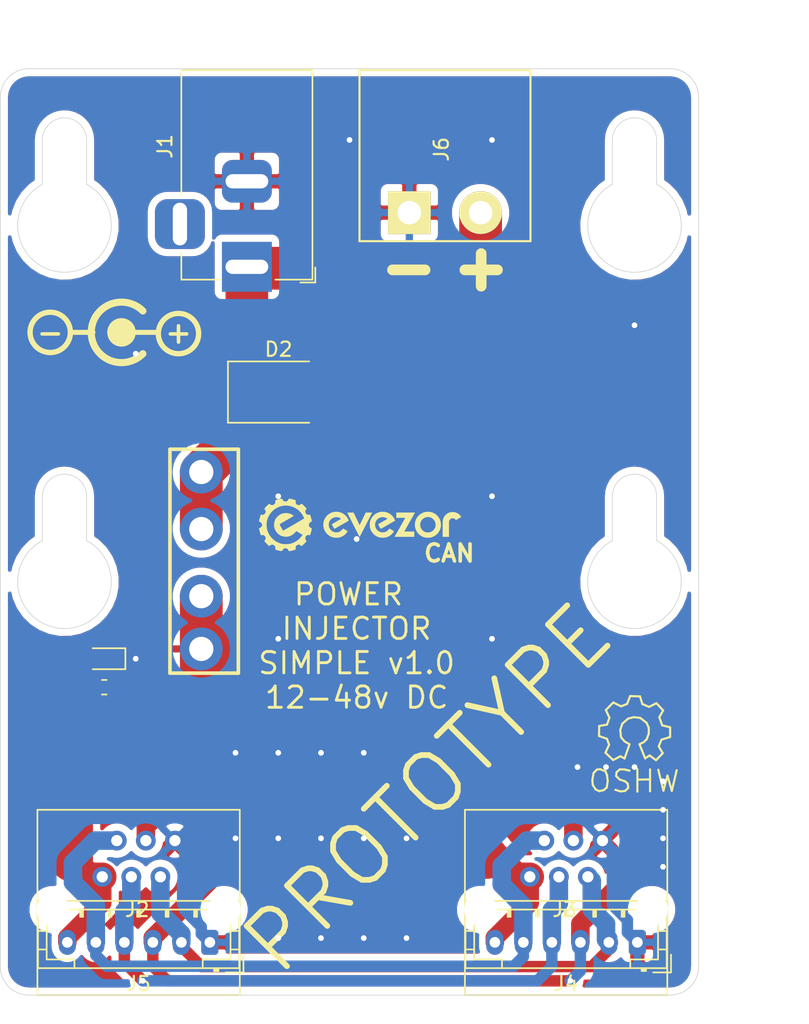
<source format=kicad_pcb>
(kicad_pcb (version 20171130) (host pcbnew "(5.1.5)-3")

  (general
    (thickness 1.6)
    (drawings 35)
    (tracks 138)
    (zones 0)
    (modules 13)
    (nets 9)
  )

  (page A4)
  (layers
    (0 F.Cu signal)
    (31 B.Cu signal)
    (32 B.Adhes user)
    (33 F.Adhes user)
    (34 B.Paste user)
    (35 F.Paste user)
    (36 B.SilkS user)
    (37 F.SilkS user)
    (38 B.Mask user)
    (39 F.Mask user)
    (40 Dwgs.User user)
    (41 Cmts.User user)
    (42 Eco1.User user)
    (43 Eco2.User user)
    (44 Edge.Cuts user)
    (45 Margin user)
    (46 B.CrtYd user)
    (47 F.CrtYd user)
    (48 B.Fab user)
    (49 F.Fab user)
  )

  (setup
    (last_trace_width 0.8)
    (user_trace_width 0.5)
    (user_trace_width 0.8)
    (user_trace_width 1.3)
    (user_trace_width 2)
    (user_trace_width 3)
    (trace_clearance 0.2)
    (zone_clearance 0.508)
    (zone_45_only no)
    (trace_min 0.2)
    (via_size 0.8)
    (via_drill 0.4)
    (via_min_size 0.4)
    (via_min_drill 0.3)
    (uvia_size 0.3)
    (uvia_drill 0.1)
    (uvias_allowed no)
    (uvia_min_size 0.2)
    (uvia_min_drill 0.1)
    (edge_width 0.05)
    (segment_width 0.2)
    (pcb_text_width 0.3)
    (pcb_text_size 1.5 1.5)
    (mod_edge_width 0.12)
    (mod_text_size 1 1)
    (mod_text_width 0.15)
    (pad_size 1.524 1.524)
    (pad_drill 0.762)
    (pad_to_mask_clearance 0.051)
    (solder_mask_min_width 0.25)
    (aux_axis_origin 0 0)
    (visible_elements 7FFFFFFF)
    (pcbplotparams
      (layerselection 0x010fc_ffffffff)
      (usegerberextensions false)
      (usegerberattributes false)
      (usegerberadvancedattributes false)
      (creategerberjobfile false)
      (excludeedgelayer true)
      (linewidth 0.100000)
      (plotframeref false)
      (viasonmask false)
      (mode 1)
      (useauxorigin false)
      (hpglpennumber 1)
      (hpglpenspeed 20)
      (hpglpendiameter 15.000000)
      (psnegative false)
      (psa4output false)
      (plotreference true)
      (plotvalue true)
      (plotinvisibletext false)
      (padsonsilk false)
      (subtractmaskfromsilk false)
      (outputformat 1)
      (mirror false)
      (drillshape 0)
      (scaleselection 1)
      (outputdirectory "SIMPLE_POWER_EXPORT/"))
  )

  (net 0 "")
  (net 1 GND)
  (net 2 "Net-(D1-Pad2)")
  (net 3 +24V)
  (net 4 /FUSED)
  (net 5 /FD_H)
  (net 6 /CAN_L)
  (net 7 /CAN_H)
  (net 8 /FD_L)

  (net_class Default "This is the default net class."
    (clearance 0.2)
    (trace_width 0.25)
    (via_dia 0.8)
    (via_drill 0.4)
    (uvia_dia 0.3)
    (uvia_drill 0.1)
    (add_net +24V)
    (add_net /CAN_H)
    (add_net /CAN_L)
    (add_net /FD_H)
    (add_net /FD_L)
    (add_net /FUSED)
    (add_net GND)
    (add_net "Net-(D1-Pad2)")
  )

  (module EvezorLIB:RJ11_C189747_Horizontal (layer F.Cu) (tedit 5F3790A9) (tstamp 5F521D35)
    (at 175.2 126.7 180)
    (path /5F366756)
    (fp_text reference J3 (at 0.1 -2.3) (layer F.SilkS)
      (effects (font (size 1 1) (thickness 0.15)))
    )
    (fp_text value RJ11 (at -0.3 -9.5) (layer F.Fab)
      (effects (font (size 1 1) (thickness 0.15)))
    )
    (fp_line (start -7.1 -8.3) (end -7.1 4.7) (layer F.SilkS) (width 0.12))
    (fp_line (start 7.1 -8.3) (end -7.1 -8.3) (layer F.SilkS) (width 0.12))
    (fp_line (start 7.1 4.7) (end 7.1 -8.3) (layer F.SilkS) (width 0.12))
    (fp_line (start -7.1 4.7) (end 7.1 4.7) (layer F.SilkS) (width 0.12))
    (pad "" np_thru_hole circle (at 6 -2.3) (size 2.3 2.3) (drill 2.3) (layers *.Cu *.Mask))
    (pad "" np_thru_hole circle (at -6 -2.3 180) (size 2.3 2.3) (drill 2.3) (layers *.Cu *.Mask))
    (pad 5 thru_hole circle (at 1.53 2.54 180) (size 1.39 1.39) (drill 0.79) (layers *.Cu *.Mask)
      (net 8 /FD_L))
    (pad 3 thru_hole circle (at -0.51 2.54 180) (size 1.39 1.39) (drill 0.79) (layers *.Cu *.Mask)
      (net 7 /CAN_H))
    (pad 1 thru_hole circle (at -2.55 2.54 180) (size 1.39 1.39) (drill 0.79) (layers *.Cu *.Mask)
      (net 1 GND))
    (pad 6 thru_hole circle (at 2.55 0 180) (size 1.39 1.39) (drill 0.79) (layers *.Cu *.Mask)
      (net 4 /FUSED))
    (pad 4 thru_hole circle (at 0.51 0 180) (size 1.39 1.39) (drill 0.79) (layers *.Cu *.Mask)
      (net 6 /CAN_L))
    (pad 2 thru_hole circle (at -1.53 0 180) (size 1.39 1.39) (drill 0.79) (layers *.Cu *.Mask)
      (net 5 /FD_H))
    (model "${EVEZOR}/RJ11 - RJ11.step"
      (offset (xyz 0 1.8 3))
      (scale (xyz 1 1 1))
      (rotate (xyz 0 0 180))
    )
  )

  (module EvezorLIB:LOGO_37 (layer F.Cu) (tedit 59E58C37) (tstamp 5F5285A9)
    (at 155.5 102)
    (fp_text reference G*** (at 2.54 2.54) (layer F.SilkS) hide
      (effects (font (size 0.7 0.7) (thickness 0.175)))
    )
    (fp_text value LOGO (at -2.54 2.54) (layer F.SilkS) hide
      (effects (font (size 0.7 0.7) (thickness 0.175)))
    )
    (fp_poly (pts (xy 0.334277 -1.822037) (xy 0.392561 -1.811766) (xy 0.46886 -1.793707) (xy 0.549219 -1.771252)
      (xy 0.571501 -1.764335) (xy 0.719667 -1.7171) (xy 0.714752 -1.624783) (xy 0.721824 -1.532864)
      (xy 0.754719 -1.462062) (xy 0.814492 -1.4104) (xy 0.834526 -1.399878) (xy 0.916444 -1.374061)
      (xy 0.991417 -1.379755) (xy 1.064362 -1.417784) (xy 1.09555 -1.443571) (xy 1.132767 -1.477444)
      (xy 1.19715 -1.425853) (xy 1.246365 -1.382594) (xy 1.308265 -1.322823) (xy 1.373644 -1.255867)
      (xy 1.433293 -1.191054) (xy 1.462498 -1.157077) (xy 1.482163 -1.129442) (xy 1.479443 -1.109335)
      (xy 1.456968 -1.084434) (xy 1.409752 -1.015599) (xy 1.391047 -0.937878) (xy 1.399899 -0.859084)
      (xy 1.435353 -0.787028) (xy 1.496455 -0.729519) (xy 1.500656 -0.726862) (xy 1.552395 -0.703106)
      (xy 1.61161 -0.69576) (xy 1.64618 -0.696962) (xy 1.733986 -0.702733) (xy 1.781245 -0.554567)
      (xy 1.804299 -0.4757) (xy 1.823868 -0.396834) (xy 1.836585 -0.331902) (xy 1.83853 -0.317501)
      (xy 1.848556 -0.228599) (xy 1.780108 -0.200521) (xy 1.710043 -0.154616) (xy 1.662869 -0.08705)
      (xy 1.643009 -0.004549) (xy 1.64266 0.008467) (xy 1.658119 0.0926) (xy 1.701545 0.16279)
      (xy 1.768514 0.212311) (xy 1.780108 0.217456) (xy 1.848556 0.245534) (xy 1.83853 0.334435)
      (xy 1.828465 0.392628) (xy 1.810559 0.468846) (xy 1.788179 0.549159) (xy 1.781245 0.571502)
      (xy 1.733986 0.719667) (xy 1.64618 0.713896) (xy 1.577856 0.714809) (xy 1.524732 0.730545)
      (xy 1.500656 0.743796) (xy 1.438132 0.800249) (xy 1.401203 0.871692) (xy 1.390821 0.950313)
      (xy 1.407943 1.028302) (xy 1.453521 1.097849) (xy 1.456968 1.101369) (xy 1.4808 1.128477)
      (xy 1.481144 1.148613) (xy 1.462498 1.174012) (xy 1.410706 1.233064) (xy 1.347659 1.299854)
      (xy 1.282567 1.365055) (xy 1.224637 1.419339) (xy 1.19715 1.442787) (xy 1.132767 1.494378)
      (xy 1.09555 1.460505) (xy 1.021992 1.408663) (xy 0.948468 1.3895) (xy 0.870064 1.402194)
      (xy 0.834526 1.416812) (xy 0.767606 1.46383) (xy 0.727837 1.529475) (xy 0.714165 1.615724)
      (xy 0.714752 1.641717) (xy 0.719667 1.734034) (xy 0.571501 1.781269) (xy 0.492594 1.804369)
      (xy 0.413662 1.824067) (xy 0.348658 1.83697) (xy 0.334277 1.838971) (xy 0.245219 1.849439)
      (xy 0.214896 1.780711) (xy 0.168766 1.711901) (xy 0.106207 1.666785) (xy 0.034229 1.645398)
      (xy -0.040161 1.647778) (xy -0.109954 1.673962) (xy -0.16814 1.723986) (xy -0.200522 1.778525)
      (xy -0.218417 1.813413) (xy -0.240886 1.835082) (xy -0.273616 1.844078) (xy -0.322293 1.840952)
      (xy -0.392603 1.826251) (xy -0.474133 1.804926) (xy -0.566334 1.77959) (xy -0.630645 1.760052)
      (xy -0.671803 1.743024) (xy -0.694545 1.72522) (xy -0.703607 1.703352) (xy -0.703726 1.674134)
      (xy -0.701014 1.647458) (xy -0.706263 1.562963) (xy -0.737614 1.492363) (xy -0.789174 1.438457)
      (xy -0.855046 1.404043) (xy -0.929337 1.39192) (xy -1.006152 1.404885) (xy -1.079597 1.445738)
      (xy -1.096007 1.459946) (xy -1.133681 1.495236) (xy -1.287993 1.344518) (xy -1.361568 1.272097)
      (xy -1.413191 1.218631) (xy -1.445354 1.17964) (xy -1.460552 1.150642) (xy -1.461279 1.127155)
      (xy -1.450028 1.104699) (xy -1.433251 1.083479) (xy -1.389266 1.008246) (xy -1.377641 0.928943)
      (xy -1.398011 0.850224) (xy -1.450012 0.776748) (xy -1.457813 0.769027) (xy -1.49068 0.741325)
      (xy -1.52355 0.72649) (xy -1.568816 0.720693) (xy -1.616491 0.719965) (xy -1.723604 0.720262)
      (xy -1.759116 0.609898) (xy -1.77963 0.541876) (xy -1.800603 0.465302) (xy -1.819808 0.38921)
      (xy -1.835017 0.322635) (xy -1.844003 0.274611) (xy -1.845483 0.259579) (xy -1.831089 0.242238)
      (xy -1.797313 0.229123) (xy -1.738689 0.201165) (xy -1.685172 0.149959) (xy -1.644919 0.085985)
      (xy -1.626086 0.019724) (xy -1.6256 0.008467) (xy -1.633369 -0.027519) (xy -1.319619 -0.027519)
      (xy -1.317613 0.096351) (xy -1.308706 0.211672) (xy -1.296389 0.290196) (xy -1.237698 0.487496)
      (xy -1.149444 0.672248) (xy -1.034506 0.841622) (xy -0.895761 0.992788) (xy -0.736089 1.122917)
      (xy -0.558368 1.229179) (xy -0.365477 1.308745) (xy -0.220723 1.347514) (xy -0.133322 1.359272)
      (xy -0.024296 1.364231) (xy 0.094879 1.362754) (xy 0.212727 1.355204) (xy 0.317772 1.341941)
      (xy 0.381 1.328532) (xy 0.573094 1.259691) (xy 0.756397 1.161219) (xy 0.925127 1.037218)
      (xy 1.073501 0.89179) (xy 1.169103 0.769446) (xy 1.216801 0.700118) (xy 0.758439 0.437816)
      (xy 0.732124 0.477142) (xy 0.707138 0.508391) (xy 0.666175 0.553582) (xy 0.617787 0.603305)
      (xy 0.614387 0.60667) (xy 0.493031 0.703487) (xy 0.353161 0.775792) (xy 0.201763 0.821274)
      (xy 0.04582 0.837627) (xy -0.062603 0.830461) (xy -0.211856 0.799745) (xy -0.338702 0.751043)
      (xy -0.451721 0.680042) (xy -0.559491 0.582427) (xy -0.562935 0.57883) (xy -0.665256 0.448137)
      (xy -0.738183 0.303773) (xy -0.781114 0.1499) (xy -0.793444 -0.009319) (xy -0.774573 -0.169724)
      (xy -0.723897 -0.327151) (xy -0.701133 -0.375691) (xy -0.646761 -0.461657) (xy -0.572015 -0.551208)
      (xy -0.487075 -0.633316) (xy -0.407909 -0.693298) (xy -0.271555 -0.761856) (xy -0.121547 -0.804098)
      (xy 0.034691 -0.819463) (xy 0.189739 -0.80739) (xy 0.336172 -0.767318) (xy 0.372008 -0.752203)
      (xy 0.439266 -0.719029) (xy 0.499738 -0.684806) (xy 0.546469 -0.653916) (xy 0.572505 -0.630738)
      (xy 0.575617 -0.623954) (xy 0.561508 -0.613166) (xy 0.521424 -0.587683) (xy 0.458819 -0.549569)
      (xy 0.377148 -0.50089) (xy 0.279864 -0.44371) (xy 0.17042 -0.380096) (xy 0.097366 -0.33798)
      (xy -0.019027 -0.270876) (xy -0.126443 -0.208545) (xy -0.221232 -0.153136) (xy -0.299743 -0.106799)
      (xy -0.358326 -0.071684) (xy -0.39333 -0.049941) (xy -0.401476 -0.044226) (xy -0.4057 -0.029654)
      (xy -0.398126 -0.001077) (xy -0.377096 0.04519) (xy -0.340949 0.112831) (xy -0.292347 0.198091)
      (xy -0.162742 0.421581) (xy -0.067796 0.367424) (xy 0.14853 0.243757) (xy 0.351843 0.126985)
      (xy 0.540471 0.01809) (xy 0.712747 -0.081943) (xy 0.867 -0.172131) (xy 1.001562 -0.251488)
      (xy 1.114762 -0.319032) (xy 1.204931 -0.373778) (xy 1.2704 -0.414743) (xy 1.309499 -0.440942)
      (xy 1.320768 -0.451005) (xy 1.313587 -0.474) (xy 1.294385 -0.51894) (xy 1.266723 -0.577699)
      (xy 1.254009 -0.603405) (xy 1.147664 -0.779202) (xy 1.016784 -0.934974) (xy 0.864984 -1.068923)
      (xy 0.695875 -1.179247) (xy 0.513071 -1.264146) (xy 0.320184 -1.321821) (xy 0.120829 -1.350472)
      (xy -0.081384 -1.348298) (xy -0.205944 -1.330807) (xy -0.406179 -1.278005) (xy -0.588526 -1.198852)
      (xy -0.757949 -1.090782) (xy -0.895175 -0.974585) (xy -1.031228 -0.825561) (xy -1.144996 -0.658887)
      (xy -1.232984 -0.480813) (xy -1.291694 -0.297595) (xy -1.30233 -0.246656) (xy -1.314575 -0.146376)
      (xy -1.319619 -0.027519) (xy -1.633369 -0.027519) (xy -1.639756 -0.0571) (xy -1.676787 -0.12225)
      (xy -1.728536 -0.176501) (xy -1.786847 -0.209373) (xy -1.797313 -0.212189) (xy -1.831722 -0.225735)
      (xy -1.84532 -0.242645) (xy -1.839739 -0.283479) (xy -1.825147 -0.349943) (xy -1.803145 -0.435504)
      (xy -1.77534 -0.533632) (xy -1.767001 -0.56158) (xy -1.722753 -0.708294) (xy -1.636077 -0.699662)
      (xy -1.576174 -0.697296) (xy -1.532102 -0.707242) (xy -1.490133 -0.730972) (xy -1.42453 -0.792215)
      (xy -1.387279 -0.864837) (xy -1.379425 -0.942773) (xy -1.402015 -1.019959) (xy -1.43249 -1.06564)
      (xy -1.452143 -1.090976) (xy -1.461879 -1.113449) (xy -1.459218 -1.137558) (xy -1.441677 -1.1678)
      (xy -1.406777 -1.208672) (xy -1.352035 -1.264672) (xy -1.287993 -1.327584) (xy -1.133681 -1.478302)
      (xy -1.096007 -1.443012) (xy -1.021292 -1.39337) (xy -0.94079 -1.374513) (xy -0.860757 -1.385572)
      (xy -0.787451 -1.42568) (xy -0.727129 -1.493968) (xy -0.726975 -1.494211) (xy -0.704016 -1.543289)
      (xy -0.698532 -1.597962) (xy -0.700913 -1.629674) (xy -0.704212 -1.668248) (xy -0.701194 -1.696388)
      (xy -0.687025 -1.717556) (xy -0.656869 -1.735218) (xy -0.605892 -1.752838) (xy -0.52926 -1.773878)
      (xy -0.48271 -1.786011) (xy -0.387723 -1.809845) (xy -0.319632 -1.823703) (xy -0.272825 -1.827099)
      (xy -0.24169 -1.819547) (xy -0.220613 -1.800562) (xy -0.203982 -1.769658) (xy -0.200522 -1.761591)
      (xy -0.155984 -1.693258) (xy -0.094466 -1.648795) (xy -0.022975 -1.628163) (xy 0.051479 -1.631326)
      (xy 0.121888 -1.658247) (xy 0.181244 -1.708889) (xy 0.214896 -1.763776) (xy 0.245219 -1.832503)
      (xy 0.334277 -1.822037)) (layer F.SilkS) (width 0.01))
  )

  (module EvezorLIB:Symbol_OSHW-Logo_SilkScreen (layer F.Cu) (tedit 0) (tstamp 5F52848C)
    (at 180 116.5)
    (descr "Symbol, OSHW-Logo, Silk Screen,")
    (tags "Symbol, OSHW-Logo, Silk Screen,")
    (fp_text reference REF** (at 0.09906 -4.38912) (layer F.SilkS) hide
      (effects (font (size 1 1) (thickness 0.15)))
    )
    (fp_text value Symbol_OSHW-Logo_SilkScreen (at 0.30988 6.56082) (layer F.Fab)
      (effects (font (size 1 1) (thickness 0.15)))
    )
    (fp_line (start 1.66878 2.68986) (end 2.02946 4.16052) (layer F.SilkS) (width 0.15))
    (fp_line (start 2.02946 4.16052) (end 2.30886 3.0988) (layer F.SilkS) (width 0.15))
    (fp_line (start 2.30886 3.0988) (end 2.61874 4.17068) (layer F.SilkS) (width 0.15))
    (fp_line (start 2.61874 4.17068) (end 2.9591 2.72034) (layer F.SilkS) (width 0.15))
    (fp_line (start 0.24892 3.38074) (end 1.03886 3.37058) (layer F.SilkS) (width 0.15))
    (fp_line (start 1.03886 3.37058) (end 1.04902 3.38074) (layer F.SilkS) (width 0.15))
    (fp_line (start 1.04902 3.38074) (end 1.04902 3.37058) (layer F.SilkS) (width 0.15))
    (fp_line (start 1.08966 2.65938) (end 1.08966 4.20116) (layer F.SilkS) (width 0.15))
    (fp_line (start 0.20066 2.64922) (end 0.20066 4.21894) (layer F.SilkS) (width 0.15))
    (fp_line (start 0.20066 4.21894) (end 0.21082 4.20878) (layer F.SilkS) (width 0.15))
    (fp_line (start -0.35052 2.75082) (end -0.70104 2.66954) (layer F.SilkS) (width 0.15))
    (fp_line (start -0.70104 2.66954) (end -1.02108 2.65938) (layer F.SilkS) (width 0.15))
    (fp_line (start -1.02108 2.65938) (end -1.25984 2.86004) (layer F.SilkS) (width 0.15))
    (fp_line (start -1.25984 2.86004) (end -1.29032 3.12928) (layer F.SilkS) (width 0.15))
    (fp_line (start -1.29032 3.12928) (end -1.04902 3.37058) (layer F.SilkS) (width 0.15))
    (fp_line (start -1.04902 3.37058) (end -0.6604 3.50012) (layer F.SilkS) (width 0.15))
    (fp_line (start -0.6604 3.50012) (end -0.48006 3.66014) (layer F.SilkS) (width 0.15))
    (fp_line (start -0.48006 3.66014) (end -0.43942 3.95986) (layer F.SilkS) (width 0.15))
    (fp_line (start -0.43942 3.95986) (end -0.67056 4.18084) (layer F.SilkS) (width 0.15))
    (fp_line (start -0.67056 4.18084) (end -0.9906 4.20878) (layer F.SilkS) (width 0.15))
    (fp_line (start -0.9906 4.20878) (end -1.34112 4.09956) (layer F.SilkS) (width 0.15))
    (fp_line (start -2.37998 2.64922) (end -2.6289 2.66954) (layer F.SilkS) (width 0.15))
    (fp_line (start -2.6289 2.66954) (end -2.8702 2.91084) (layer F.SilkS) (width 0.15))
    (fp_line (start -2.8702 2.91084) (end -2.9591 3.40106) (layer F.SilkS) (width 0.15))
    (fp_line (start -2.9591 3.40106) (end -2.93116 3.74904) (layer F.SilkS) (width 0.15))
    (fp_line (start -2.93116 3.74904) (end -2.7305 4.06908) (layer F.SilkS) (width 0.15))
    (fp_line (start -2.7305 4.06908) (end -2.47904 4.191) (layer F.SilkS) (width 0.15))
    (fp_line (start -2.47904 4.191) (end -2.16916 4.11988) (layer F.SilkS) (width 0.15))
    (fp_line (start -2.16916 4.11988) (end -1.95072 3.93954) (layer F.SilkS) (width 0.15))
    (fp_line (start -1.95072 3.93954) (end -1.8796 3.4798) (layer F.SilkS) (width 0.15))
    (fp_line (start -1.8796 3.4798) (end -1.9304 3.07086) (layer F.SilkS) (width 0.15))
    (fp_line (start -1.9304 3.07086) (end -2.03962 2.78892) (layer F.SilkS) (width 0.15))
    (fp_line (start -2.03962 2.78892) (end -2.4003 2.65938) (layer F.SilkS) (width 0.15))
    (fp_line (start -1.78054 0.92964) (end -2.03962 1.49098) (layer F.SilkS) (width 0.15))
    (fp_line (start -2.03962 1.49098) (end -1.50114 2.00914) (layer F.SilkS) (width 0.15))
    (fp_line (start -1.50114 2.00914) (end -0.98044 1.7399) (layer F.SilkS) (width 0.15))
    (fp_line (start -0.98044 1.7399) (end -0.70104 1.89992) (layer F.SilkS) (width 0.15))
    (fp_line (start 0.73914 1.8796) (end 1.06934 1.6891) (layer F.SilkS) (width 0.15))
    (fp_line (start 1.06934 1.6891) (end 1.50876 2.0193) (layer F.SilkS) (width 0.15))
    (fp_line (start 1.50876 2.0193) (end 1.9812 1.52908) (layer F.SilkS) (width 0.15))
    (fp_line (start 1.9812 1.52908) (end 1.69926 1.04902) (layer F.SilkS) (width 0.15))
    (fp_line (start 1.69926 1.04902) (end 1.88976 0.57912) (layer F.SilkS) (width 0.15))
    (fp_line (start 1.88976 0.57912) (end 2.49936 0.39116) (layer F.SilkS) (width 0.15))
    (fp_line (start 2.49936 0.39116) (end 2.49936 -0.28956) (layer F.SilkS) (width 0.15))
    (fp_line (start 2.49936 -0.28956) (end 1.94056 -0.42926) (layer F.SilkS) (width 0.15))
    (fp_line (start 1.94056 -0.42926) (end 1.7399 -1.00076) (layer F.SilkS) (width 0.15))
    (fp_line (start 1.7399 -1.00076) (end 2.00914 -1.47066) (layer F.SilkS) (width 0.15))
    (fp_line (start 2.00914 -1.47066) (end 1.53924 -1.9812) (layer F.SilkS) (width 0.15))
    (fp_line (start 1.53924 -1.9812) (end 1.02108 -1.71958) (layer F.SilkS) (width 0.15))
    (fp_line (start 1.02108 -1.71958) (end 0.55118 -1.92024) (layer F.SilkS) (width 0.15))
    (fp_line (start 0.55118 -1.92024) (end 0.381 -2.46126) (layer F.SilkS) (width 0.15))
    (fp_line (start 0.381 -2.46126) (end -0.30988 -2.47904) (layer F.SilkS) (width 0.15))
    (fp_line (start -0.30988 -2.47904) (end -0.5207 -1.9304) (layer F.SilkS) (width 0.15))
    (fp_line (start -0.5207 -1.9304) (end -0.9398 -1.76022) (layer F.SilkS) (width 0.15))
    (fp_line (start -0.9398 -1.76022) (end -1.49098 -2.02946) (layer F.SilkS) (width 0.15))
    (fp_line (start -1.49098 -2.02946) (end -2.00914 -1.50114) (layer F.SilkS) (width 0.15))
    (fp_line (start -2.00914 -1.50114) (end -1.76022 -0.96012) (layer F.SilkS) (width 0.15))
    (fp_line (start -1.76022 -0.96012) (end -1.9304 -0.48006) (layer F.SilkS) (width 0.15))
    (fp_line (start -1.9304 -0.48006) (end -2.47904 -0.381) (layer F.SilkS) (width 0.15))
    (fp_line (start -2.47904 -0.381) (end -2.4892 0.32004) (layer F.SilkS) (width 0.15))
    (fp_line (start -2.4892 0.32004) (end -1.9304 0.5207) (layer F.SilkS) (width 0.15))
    (fp_line (start -1.9304 0.5207) (end -1.7907 0.91948) (layer F.SilkS) (width 0.15))
    (fp_line (start 0.35052 0.89916) (end 0.65024 0.7493) (layer F.SilkS) (width 0.15))
    (fp_line (start 0.65024 0.7493) (end 0.8509 0.55118) (layer F.SilkS) (width 0.15))
    (fp_line (start 0.8509 0.55118) (end 1.00076 0.14986) (layer F.SilkS) (width 0.15))
    (fp_line (start 1.00076 0.14986) (end 1.00076 -0.24892) (layer F.SilkS) (width 0.15))
    (fp_line (start 1.00076 -0.24892) (end 0.8509 -0.59944) (layer F.SilkS) (width 0.15))
    (fp_line (start 0.8509 -0.59944) (end 0.39878 -0.94996) (layer F.SilkS) (width 0.15))
    (fp_line (start 0.39878 -0.94996) (end -0.0508 -1.00076) (layer F.SilkS) (width 0.15))
    (fp_line (start -0.0508 -1.00076) (end -0.44958 -0.89916) (layer F.SilkS) (width 0.15))
    (fp_line (start -0.44958 -0.89916) (end -0.8509 -0.55118) (layer F.SilkS) (width 0.15))
    (fp_line (start -0.8509 -0.55118) (end -1.00076 -0.09906) (layer F.SilkS) (width 0.15))
    (fp_line (start -1.00076 -0.09906) (end -0.94996 0.39878) (layer F.SilkS) (width 0.15))
    (fp_line (start -0.94996 0.39878) (end -0.70104 0.70104) (layer F.SilkS) (width 0.15))
    (fp_line (start -0.70104 0.70104) (end -0.35052 0.89916) (layer F.SilkS) (width 0.15))
    (fp_line (start -0.35052 0.89916) (end -0.70104 1.89992) (layer F.SilkS) (width 0.15))
    (fp_line (start 0.35052 0.89916) (end 0.7493 1.89992) (layer F.SilkS) (width 0.15))
  )

  (module EvezorLIB:evezor_18 (layer F.Cu) (tedit 0) (tstamp 5F528244)
    (at 163 102)
    (fp_text reference G*** (at -2.54 2.54) (layer F.SilkS) hide
      (effects (font (size 1.524 1.524) (thickness 0.3)))
    )
    (fp_text value LOGO (at 5.08 2.54) (layer F.SilkS) hide
      (effects (font (size 1.524 1.524) (thickness 0.3)))
    )
    (fp_poly (pts (xy 4.291462 -0.890289) (xy 4.378669 -0.877913) (xy 4.463403 -0.854726) (xy 4.544586 -0.821019)
      (xy 4.621141 -0.777083) (xy 4.691989 -0.723208) (xy 4.756054 -0.659685) (xy 4.809133 -0.591425)
      (xy 4.821119 -0.572777) (xy 4.829465 -0.557743) (xy 4.832242 -0.55015) (xy 4.826902 -0.545367)
      (xy 4.811798 -0.535131) (xy 4.788225 -0.520236) (xy 4.757476 -0.501476) (xy 4.720846 -0.479643)
      (xy 4.679628 -0.455532) (xy 4.650959 -0.438996) (xy 4.469784 -0.335066) (xy 4.434771 -0.373757)
      (xy 4.392665 -0.411875) (xy 4.346536 -0.438963) (xy 4.297813 -0.455461) (xy 4.247922 -0.461812)
      (xy 4.198293 -0.458456) (xy 4.150353 -0.445834) (xy 4.10553 -0.424386) (xy 4.065252 -0.394553)
      (xy 4.030948 -0.356777) (xy 4.004046 -0.311497) (xy 3.985973 -0.259156) (xy 3.981145 -0.233719)
      (xy 3.980244 -0.221198) (xy 3.979383 -0.197017) (xy 3.978572 -0.162215) (xy 3.977824 -0.11783)
      (xy 3.977148 -0.064904) (xy 3.976556 -0.004474) (xy 3.97606 0.062419) (xy 3.975668 0.134736)
      (xy 3.975394 0.211438) (xy 3.975248 0.291486) (xy 3.975227 0.325437) (xy 3.9751 0.84455)
      (xy 3.5433 0.84455) (xy 3.543496 0.303212) (xy 3.543601 0.213974) (xy 3.543844 0.129144)
      (xy 3.544215 0.049618) (xy 3.544705 -0.023708) (xy 3.545303 -0.089939) (xy 3.546001 -0.148178)
      (xy 3.546788 -0.197529) (xy 3.547655 -0.237097) (xy 3.548592 -0.265985) (xy 3.549589 -0.283297)
      (xy 3.549852 -0.28575) (xy 3.567979 -0.378242) (xy 3.597622 -0.466092) (xy 3.638359 -0.548452)
      (xy 3.689766 -0.624477) (xy 3.751422 -0.693321) (xy 3.755233 -0.697008) (xy 3.807648 -0.743681)
      (xy 3.859178 -0.781502) (xy 3.913887 -0.813315) (xy 3.939455 -0.825881) (xy 4.025778 -0.859651)
      (xy 4.113938 -0.881449) (xy 4.202859 -0.891565) (xy 4.291462 -0.890289)) (layer F.SilkS) (width 0.01))
    (fp_poly (pts (xy 1.578508 -0.833438) (xy 1.574214 -0.825737) (xy 1.564051 -0.8077) (xy 1.548418 -0.780033)
      (xy 1.527717 -0.743445) (xy 1.50235 -0.698642) (xy 1.472715 -0.646332) (xy 1.439216 -0.587222)
      (xy 1.402251 -0.52202) (xy 1.362223 -0.451432) (xy 1.319532 -0.376167) (xy 1.274579 -0.296932)
      (xy 1.227765 -0.214434) (xy 1.201568 -0.168275) (xy 0.833944 0.479425) (xy 1.54305 0.482705)
      (xy 1.54305 0.84455) (xy 0.164991 0.84455) (xy 0.18381 0.811212) (xy 0.189387 0.80136)
      (xy 0.20081 0.781202) (xy 0.217658 0.751479) (xy 0.239513 0.712932) (xy 0.265953 0.666302)
      (xy 0.296558 0.61233) (xy 0.330909 0.551756) (xy 0.368585 0.485322) (xy 0.409167 0.413768)
      (xy 0.452233 0.337835) (xy 0.497365 0.258264) (xy 0.544141 0.175796) (xy 0.561014 0.14605)
      (xy 0.919397 -0.485775) (xy 0.602573 -0.487422) (xy 0.28575 -0.489068) (xy 0.28575 -0.8509)
      (xy 1.587826 -0.8509) (xy 1.578508 -0.833438)) (layer F.SilkS) (width 0.01))
    (fp_poly (pts (xy -2.501874 -0.405775) (xy -2.289923 0.039351) (xy -2.260248 -0.020012) (xy -2.252364 -0.035993)
      (xy -2.239523 -0.062283) (xy -2.222273 -0.097749) (xy -2.201165 -0.141256) (xy -2.176748 -0.19167)
      (xy -2.14957 -0.247858) (xy -2.120181 -0.308683) (xy -2.08913 -0.373013) (xy -2.056966 -0.439713)
      (xy -2.044714 -0.465138) (xy -1.858854 -0.8509) (xy -1.640627 -0.8509) (xy -1.589417 -0.850813)
      (xy -1.542478 -0.850564) (xy -1.501262 -0.850175) (xy -1.467219 -0.849665) (xy -1.441799 -0.849057)
      (xy -1.426452 -0.848371) (xy -1.4224 -0.847771) (xy -1.425233 -0.841602) (xy -1.433472 -0.824892)
      (xy -1.44673 -0.798401) (xy -1.464617 -0.76289) (xy -1.486746 -0.719117) (xy -1.512729 -0.667843)
      (xy -1.542177 -0.609828) (xy -1.574703 -0.545833) (xy -1.609917 -0.476616) (xy -1.647433 -0.402938)
      (xy -1.686861 -0.32556) (xy -1.727813 -0.24524) (xy -1.769902 -0.16274) (xy -1.812738 -0.078818)
      (xy -1.855935 0.005764) (xy -1.899102 0.090247) (xy -1.941854 0.173872) (xy -1.9838 0.255877)
      (xy -2.024554 0.335503) (xy -2.063726 0.411991) (xy -2.100929 0.484579) (xy -2.135774 0.552508)
      (xy -2.167873 0.615018) (xy -2.196838 0.671349) (xy -2.222281 0.720741) (xy -2.243814 0.762434)
      (xy -2.261048 0.795668) (xy -2.273594 0.819683) (xy -2.281066 0.833719) (xy -2.283088 0.837221)
      (xy -2.290426 0.842593) (xy -2.296207 0.837221) (xy -2.299863 0.830358) (xy -2.308854 0.813015)
      (xy -2.322794 0.785952) (xy -2.341294 0.749927) (xy -2.363969 0.705698) (xy -2.390431 0.654024)
      (xy -2.420293 0.595663) (xy -2.453169 0.531373) (xy -2.488671 0.461914) (xy -2.526413 0.388043)
      (xy -2.566008 0.31052) (xy -2.607068 0.230101) (xy -2.649208 0.147547) (xy -2.69204 0.063615)
      (xy -2.735176 -0.020936) (xy -2.778231 -0.105348) (xy -2.820817 -0.188862) (xy -2.862547 -0.27072)
      (xy -2.903035 -0.350163) (xy -2.941893 -0.426433) (xy -2.978735 -0.498772) (xy -3.013174 -0.566421)
      (xy -3.044822 -0.628621) (xy -3.073293 -0.684614) (xy -3.0982 -0.733643) (xy -3.119157 -0.774947)
      (xy -3.135775 -0.807769) (xy -3.147668 -0.83135) (xy -3.15445 -0.844932) (xy -3.15595 -0.848097)
      (xy -3.149841 -0.84875) (xy -3.132472 -0.84935) (xy -3.105285 -0.849878) (xy -3.06972 -0.850315)
      (xy -3.027219 -0.850643) (xy -2.979222 -0.850843) (xy -2.934888 -0.850901) (xy -2.713826 -0.850901)
      (xy -2.501874 -0.405775)) (layer F.SilkS) (width 0.01))
    (fp_poly (pts (xy 2.550383 -0.905016) (xy 2.600608 -0.902935) (xy 2.645059 -0.899412) (xy 2.680669 -0.894449)
      (xy 2.68605 -0.893372) (xy 2.789838 -0.86499) (xy 2.888035 -0.825646) (xy 2.97997 -0.776028)
      (xy 3.064975 -0.716829) (xy 3.14238 -0.648739) (xy 3.211516 -0.572449) (xy 3.271715 -0.48865)
      (xy 3.322306 -0.398032) (xy 3.36262 -0.301286) (xy 3.391989 -0.199104) (xy 3.40075 -0.155575)
      (xy 3.407702 -0.101604) (xy 3.411378 -0.040042) (xy 3.411777 0.02443) (xy 3.408899 0.087132)
      (xy 3.402745 0.143383) (xy 3.40075 0.155575) (xy 3.376045 0.260105) (xy 3.340147 0.359345)
      (xy 3.293688 0.452637) (xy 3.237299 0.539326) (xy 3.171613 0.618754) (xy 3.097261 0.690265)
      (xy 3.014875 0.753203) (xy 2.925086 0.806912) (xy 2.828526 0.850734) (xy 2.725826 0.884013)
      (xy 2.691922 0.892293) (xy 2.663216 0.897001) (xy 2.624832 0.900774) (xy 2.579761 0.903552)
      (xy 2.530996 0.905278) (xy 2.481527 0.905892) (xy 2.434346 0.905337) (xy 2.392444 0.903554)
      (xy 2.358815 0.900484) (xy 2.348998 0.898999) (xy 2.24382 0.874287) (xy 2.144123 0.838471)
      (xy 2.050539 0.792187) (xy 1.963698 0.736067) (xy 1.884234 0.670747) (xy 1.812777 0.596862)
      (xy 1.74996 0.515045) (xy 1.696415 0.42593) (xy 1.652773 0.330154) (xy 1.619666 0.228349)
      (xy 1.602272 0.149225) (xy 1.596654 0.105409) (xy 1.593328 0.053334) (xy 1.5923 -0.002493)
      (xy 1.9558 -0.002493) (xy 1.96185 0.080211) (xy 1.979523 0.159042) (xy 2.008102 0.233131)
      (xy 2.046869 0.301606) (xy 2.095106 0.363596) (xy 2.152096 0.418232) (xy 2.217122 0.464642)
      (xy 2.289466 0.501955) (xy 2.368411 0.529302) (xy 2.4003 0.536965) (xy 2.432928 0.541439)
      (xy 2.473852 0.543454) (xy 2.518931 0.543131) (xy 2.564028 0.540593) (xy 2.605001 0.535962)
      (xy 2.63525 0.530023) (xy 2.712633 0.503564) (xy 2.784039 0.466691) (xy 2.84865 0.420449)
      (xy 2.905653 0.365884) (xy 2.95423 0.304041) (xy 2.993568 0.235966) (xy 3.02285 0.162704)
      (xy 3.04126 0.085301) (xy 3.047985 0.004802) (xy 3.048 0.000826) (xy 3.041976 -0.08293)
      (xy 3.024006 -0.162472) (xy 2.994242 -0.237452) (xy 2.952834 -0.307524) (xy 2.899935 -0.372338)
      (xy 2.874708 -0.397549) (xy 2.819247 -0.444095) (xy 2.760347 -0.481464) (xy 2.694386 -0.511823)
      (xy 2.667 -0.521874) (xy 2.644099 -0.529617) (xy 2.625352 -0.535159) (xy 2.607843 -0.538867)
      (xy 2.588662 -0.541109) (xy 2.564896 -0.542253) (xy 2.533631 -0.542667) (xy 2.5019 -0.54272)
      (xy 2.462698 -0.542622) (xy 2.433283 -0.542082) (xy 2.410744 -0.540734) (xy 2.392166 -0.538209)
      (xy 2.374637 -0.534139) (xy 2.355245 -0.528157) (xy 2.3368 -0.521874) (xy 2.267244 -0.493592)
      (xy 2.206112 -0.459114) (xy 2.149783 -0.416275) (xy 2.129091 -0.397549) (xy 2.071533 -0.335079)
      (xy 2.025311 -0.2672) (xy 1.990636 -0.194396) (xy 1.96772 -0.117151) (xy 1.956777 -0.035947)
      (xy 1.9558 -0.002493) (xy 1.5923 -0.002493) (xy 1.592294 -0.002767) (xy 1.593552 -0.058661)
      (xy 1.597101 -0.110116) (xy 1.602272 -0.149225) (xy 1.621794 -0.235255) (xy 1.649363 -0.320667)
      (xy 1.683645 -0.402053) (xy 1.72331 -0.476) (xy 1.740253 -0.502538) (xy 1.806176 -0.589406)
      (xy 1.880556 -0.66696) (xy 1.962815 -0.734809) (xy 2.052371 -0.792562) (xy 2.148645 -0.839827)
      (xy 2.251056 -0.876212) (xy 2.319913 -0.893686) (xy 2.353036 -0.898859) (xy 2.395709 -0.902575)
      (xy 2.444868 -0.904839) (xy 2.497448 -0.905651) (xy 2.550383 -0.905016)) (layer F.SilkS) (width 0.01))
    (fp_poly (pts (xy -0.607981 -0.906558) (xy -0.556114 -0.903238) (xy -0.513882 -0.898019) (xy -0.468613 -0.888548)
      (xy -0.417407 -0.874762) (xy -0.364617 -0.858063) (xy -0.314595 -0.839854) (xy -0.271696 -0.821537)
      (xy -0.262369 -0.816992) (xy -0.176364 -0.767017) (xy -0.094396 -0.7063) (xy -0.01835 -0.636611)
      (xy 0.04989 -0.559725) (xy 0.108442 -0.477414) (xy 0.121737 -0.455528) (xy 0.132666 -0.435568)
      (xy 0.145247 -0.410535) (xy 0.158405 -0.382845) (xy 0.171067 -0.354913) (xy 0.18216 -0.329154)
      (xy 0.190608 -0.307983) (xy 0.195339 -0.293815) (xy 0.195712 -0.289135) (xy 0.190034 -0.285781)
      (xy 0.174129 -0.276539) (xy 0.148774 -0.261861) (xy 0.11475 -0.242194) (xy 0.072834 -0.217989)
      (xy 0.023805 -0.189694) (xy -0.031558 -0.15776) (xy -0.092476 -0.122636) (xy -0.158171 -0.08477)
      (xy -0.227863 -0.044613) (xy -0.300774 -0.002614) (xy -0.304324 -0.000569) (xy -0.392732 0.050299)
      (xy -0.470757 0.09508) (xy -0.538979 0.134093) (xy -0.597981 0.167659) (xy -0.648343 0.196098)
      (xy -0.690647 0.219731) (xy -0.725474 0.238879) (xy -0.753406 0.253861) (xy -0.775023 0.264999)
      (xy -0.790907 0.272612) (xy -0.801639 0.277022) (xy -0.807801 0.278549) (xy -0.809717 0.278061)
      (xy -0.814945 0.270372) (xy -0.825165 0.253768) (xy -0.839405 0.229936) (xy -0.856693 0.200566)
      (xy -0.876058 0.167346) (xy -0.896529 0.131967) (xy -0.917134 0.096116) (xy -0.936901 0.061482)
      (xy -0.954859 0.029755) (xy -0.970038 0.002624) (xy -0.981464 -0.018224) (xy -0.988167 -0.031098)
      (xy -0.989504 -0.034511) (xy -0.983779 -0.037886) (xy -0.968008 -0.047041) (xy -0.943154 -0.061422)
      (xy -0.910178 -0.080474) (xy -0.870042 -0.103641) (xy -0.823706 -0.13037) (xy -0.772133 -0.160104)
      (xy -0.716285 -0.192289) (xy -0.658813 -0.225395) (xy -0.599767 -0.25948) (xy -0.544126 -0.291751)
      (xy -0.492844 -0.321646) (xy -0.446877 -0.348598) (xy -0.407181 -0.372045) (xy -0.37471 -0.391422)
      (xy -0.35042 -0.406165) (xy -0.335266 -0.415709) (xy -0.3302 -0.419469) (xy -0.335466 -0.425846)
      (xy -0.349635 -0.436467) (xy -0.370267 -0.449869) (xy -0.394922 -0.464587) (xy -0.42116 -0.479155)
      (xy -0.44654 -0.492111) (xy -0.465703 -0.500796) (xy -0.537526 -0.52419) (xy -0.613651 -0.537127)
      (xy -0.691292 -0.539506) (xy -0.767658 -0.531221) (xy -0.833242 -0.514479) (xy -0.911031 -0.482005)
      (xy -0.981633 -0.439409) (xy -1.044312 -0.387474) (xy -1.09833 -0.326984) (xy -1.142953 -0.258722)
      (xy -1.177443 -0.183473) (xy -1.194347 -0.130175) (xy -1.202647 -0.087026) (xy -1.207354 -0.036766)
      (xy -1.208403 0.015983) (xy -1.205726 0.066599) (xy -1.199257 0.110461) (xy -1.197904 0.116388)
      (xy -1.172707 0.195304) (xy -1.13758 0.267455) (xy -1.093544 0.332311) (xy -1.04162 0.389339)
      (xy -0.982831 0.438008) (xy -0.918198 0.477787) (xy -0.848745 0.508144) (xy -0.775492 0.528549)
      (xy -0.699462 0.538469) (xy -0.621676 0.537374) (xy -0.543157 0.524733) (xy -0.464927 0.500013)
      (xy -0.462171 0.498908) (xy -0.412984 0.475845) (xy -0.367327 0.447179) (xy -0.321518 0.410464)
      (xy -0.301532 0.392229) (xy -0.276831 0.367452) (xy -0.251981 0.339895) (xy -0.229309 0.312388)
      (xy -0.211145 0.287764) (xy -0.199818 0.268854) (xy -0.199497 0.268161) (xy -0.194034 0.270632)
      (xy -0.179294 0.278571) (xy -0.156951 0.291013) (xy -0.128677 0.306993) (xy -0.096144 0.325545)
      (xy -0.061026 0.345704) (xy -0.024996 0.366503) (xy 0.010275 0.386978) (xy 0.043112 0.406162)
      (xy 0.071843 0.423091) (xy 0.094795 0.436799) (xy 0.110296 0.446319) (xy 0.116604 0.450614)
      (xy 0.116788 0.45934) (xy 0.10929 0.475724) (xy 0.095227 0.498265) (xy 0.075713 0.525462)
      (xy 0.051864 0.555812) (xy 0.024797 0.587815) (xy -0.004373 0.619968) (xy -0.0254 0.641716)
      (xy -0.105164 0.713796) (xy -0.18987 0.774422) (xy -0.280356 0.824053) (xy -0.377458 0.863147)
      (xy -0.482014 0.892163) (xy -0.4826 0.892293) (xy -0.508448 0.896432) (xy -0.543995 0.899924)
      (xy -0.586252 0.902685) (xy -0.632233 0.904629) (xy -0.678947 0.905674) (xy -0.723408 0.905733)
      (xy -0.762626 0.904725) (xy -0.793613 0.902563) (xy -0.803142 0.901339) (xy -0.908323 0.878794)
      (xy -1.008462 0.844981) (xy -1.102873 0.800563) (xy -1.19087 0.746202) (xy -1.271767 0.68256)
      (xy -1.344878 0.6103) (xy -1.409518 0.530084) (xy -1.465001 0.442574) (xy -1.51064 0.348433)
      (xy -1.54575 0.248321) (xy -1.565658 0.1651) (xy -1.572127 0.119365) (xy -1.576117 0.06518)
      (xy -1.577629 0.006549) (xy -1.576662 -0.052523) (xy -1.573217 -0.10803) (xy -1.567294 -0.155967)
      (xy -1.565658 -0.1651) (xy -1.539371 -0.26983) (xy -1.502121 -0.368983) (xy -1.454574 -0.461912)
      (xy -1.39739 -0.547968) (xy -1.331234 -0.626503) (xy -1.256767 -0.696868) (xy -1.174652 -0.758415)
      (xy -1.085553 -0.810494) (xy -0.990132 -0.852459) (xy -0.889052 -0.883659) (xy -0.815975 -0.898635)
      (xy -0.772278 -0.903813) (xy -0.720253 -0.906853) (xy -0.66409 -0.907765) (xy -0.607981 -0.906558)) (layer F.SilkS) (width 0.01))
    (fp_poly (pts (xy -3.863186 -0.906951) (xy -3.827941 -0.905149) (xy -3.795767 -0.901727) (xy -3.781019 -0.899559)
      (xy -3.67631 -0.876671) (xy -3.576057 -0.842213) (xy -3.481113 -0.796728) (xy -3.392332 -0.740758)
      (xy -3.310565 -0.674843) (xy -3.236667 -0.599525) (xy -3.17149 -0.515347) (xy -3.168074 -0.510321)
      (xy -3.153025 -0.486331) (xy -3.135768 -0.45615) (xy -3.11769 -0.422515) (xy -3.100178 -0.388165)
      (xy -3.084618 -0.355837) (xy -3.072395 -0.328268) (xy -3.064897 -0.308198) (xy -3.06391 -0.304616)
      (xy -3.063576 -0.301677) (xy -3.064428 -0.298433) (xy -3.067127 -0.29448) (xy -3.072331 -0.289413)
      (xy -3.080703 -0.282827) (xy -3.092902 -0.274318) (xy -3.109589 -0.263479) (xy -3.131425 -0.249907)
      (xy -3.159068 -0.233196) (xy -3.193181 -0.212942) (xy -3.234424 -0.18874) (xy -3.283456 -0.160185)
      (xy -3.340938 -0.126871) (xy -3.407531 -0.088395) (xy -3.483896 -0.044351) (xy -3.559492 -0.000787)
      (xy -3.632656 0.04128) (xy -3.702696 0.081381) (xy -3.768832 0.119078) (xy -3.830283 0.153935)
      (xy -3.886267 0.185513) (xy -3.936003 0.213376) (xy -3.97871 0.237086) (xy -4.013607 0.256205)
      (xy -4.039913 0.270296) (xy -4.056846 0.278921) (xy -4.063626 0.281643) (xy -4.063699 0.281604)
      (xy -4.068698 0.27406) (xy -4.078757 0.257441) (xy -4.092887 0.233475) (xy -4.110105 0.203888)
      (xy -4.129423 0.17041) (xy -4.149857 0.134767) (xy -4.170419 0.098688) (xy -4.190125 0.063901)
      (xy -4.207988 0.032133) (xy -4.223022 0.005112) (xy -4.234243 -0.015434) (xy -4.240663 -0.027777)
      (xy -4.2418 -0.030536) (xy -4.236448 -0.03462) (xy -4.221028 -0.044447) (xy -4.196494 -0.059452)
      (xy -4.163799 -0.079068) (xy -4.123899 -0.102729) (xy -4.077746 -0.129871) (xy -4.026296 -0.159926)
      (xy -3.970501 -0.192329) (xy -3.912177 -0.22602) (xy -3.840273 -0.267535) (xy -3.778828 -0.30322)
      (xy -3.727223 -0.333451) (xy -3.68484 -0.35861) (xy -3.651061 -0.379074) (xy -3.625265 -0.395223)
      (xy -3.606835 -0.407436) (xy -3.595152 -0.416092) (xy -3.589598 -0.421569) (xy -3.589162 -0.423932)
      (xy -3.600931 -0.434153) (xy -3.62124 -0.447924) (xy -3.64708 -0.463516) (xy -3.675442 -0.479201)
      (xy -3.703314 -0.49325) (xy -3.727688 -0.503934) (xy -3.72997 -0.504809) (xy -3.8078 -0.527609)
      (xy -3.886956 -0.53849) (xy -3.966103 -0.537805) (xy -4.043912 -0.525909) (xy -4.119048 -0.503158)
      (xy -4.190179 -0.469906) (xy -4.255973 -0.426508) (xy -4.315097 -0.373318) (xy -4.343006 -0.341608)
      (xy -4.374336 -0.297442) (xy -4.403871 -0.245677) (xy -4.428983 -0.191386) (xy -4.446245 -0.142442)
      (xy -4.454107 -0.105107) (xy -4.459205 -0.059649) (xy -4.461498 -0.00997) (xy -4.460946 0.040027)
      (xy -4.457509 0.086441) (xy -4.451144 0.12537) (xy -4.449126 0.13335) (xy -4.421149 0.211401)
      (xy -4.382414 0.283775) (xy -4.333849 0.34935) (xy -4.276384 0.407006) (xy -4.210949 0.455623)
      (xy -4.15705 0.485551) (xy -4.115524 0.504534) (xy -4.079274 0.518213) (xy -4.044565 0.527402)
      (xy -4.007661 0.532912) (xy -3.964825 0.535555) (xy -3.9243 0.536151) (xy -3.874817 0.535432)
      (xy -3.834152 0.532485) (xy -3.798495 0.526455) (xy -3.764038 0.516484) (xy -3.726973 0.501718)
      (xy -3.686175 0.482613) (xy -3.621537 0.44568) (xy -3.563631 0.400889) (xy -3.510683 0.346653)
      (xy -3.460919 0.281386) (xy -3.46075 0.281141) (xy -3.457762 0.277217) (xy -3.454136 0.274875)
      (xy -3.448608 0.274694) (xy -3.439916 0.277253) (xy -3.426798 0.28313) (xy -3.40799 0.292905)
      (xy -3.38223 0.307155) (xy -3.348255 0.326462) (xy -3.304802 0.351402) (xy -3.294303 0.357438)
      (xy -3.253919 0.380906) (xy -3.217368 0.402618) (xy -3.186043 0.421708) (xy -3.161337 0.437311)
      (xy -3.144641 0.448562) (xy -3.137348 0.454597) (xy -3.137141 0.45508) (xy -3.140727 0.465005)
      (xy -3.150805 0.482547) (xy -3.165826 0.505486) (xy -3.184245 0.531607) (xy -3.204514 0.558693)
      (xy -3.225085 0.584525) (xy -3.238309 0.600075) (xy -3.312074 0.674627) (xy -3.393902 0.740172)
      (xy -3.482496 0.79599) (xy -3.576557 0.841362) (xy -3.674788 0.87557) (xy -3.775833 0.897886)
      (xy -3.819669 0.903005) (xy -3.87108 0.906112) (xy -3.926067 0.907204) (xy -3.98063 0.906276)
      (xy -4.030771 0.903325) (xy -4.07249 0.898347) (xy -4.073525 0.898173) (xy -4.17855 0.874107)
      (xy -4.278918 0.838334) (xy -4.374057 0.791173) (xy -4.463395 0.732944) (xy -4.546359 0.663966)
      (xy -4.609039 0.599821) (xy -4.671049 0.521091) (xy -4.724663 0.433924) (xy -4.76897 0.340146)
      (xy -4.803056 0.241583) (xy -4.817945 0.182192) (xy -4.823115 0.149095) (xy -4.826838 0.106456)
      (xy -4.829116 0.05735) (xy -4.82995 0.004852) (xy -4.829342 -0.047963) (xy -4.827293 -0.09802)
      (xy -4.823805 -0.142244) (xy -4.818879 -0.177559) (xy -4.817759 -0.183109) (xy -4.789093 -0.287172)
      (xy -4.749423 -0.385912) (xy -4.699354 -0.478545) (xy -4.639494 -0.564287) (xy -4.570448 -0.642356)
      (xy -4.492823 -0.711968) (xy -4.407226 -0.77234) (xy -4.327525 -0.816356) (xy -4.262788 -0.845924)
      (xy -4.202955 -0.868522) (xy -4.144438 -0.885019) (xy -4.083647 -0.896282) (xy -4.01699 -0.903176)
      (xy -3.955644 -0.906173) (xy -3.904691 -0.907252) (xy -3.863186 -0.906951)) (layer F.SilkS) (width 0.01))
  )

  (module LED_SMD:LED_0603_1608Metric (layer F.Cu) (tedit 5B301BBE) (tstamp 5F521CD2)
    (at 142.7875 111.4 180)
    (descr "LED SMD 0603 (1608 Metric), square (rectangular) end terminal, IPC_7351 nominal, (Body size source: http://www.tortai-tech.com/upload/download/2011102023233369053.pdf), generated with kicad-footprint-generator")
    (tags diode)
    (path /5F8865E3)
    (attr smd)
    (fp_text reference D1 (at 0 -1.43) (layer F.Fab)
      (effects (font (size 1 1) (thickness 0.15)))
    )
    (fp_text value LED (at 0 1.43) (layer F.Fab)
      (effects (font (size 1 1) (thickness 0.15)))
    )
    (fp_text user %R (at 0 0) (layer F.Fab)
      (effects (font (size 0.4 0.4) (thickness 0.06)))
    )
    (fp_line (start 1.48 0.73) (end -1.48 0.73) (layer F.CrtYd) (width 0.05))
    (fp_line (start 1.48 -0.73) (end 1.48 0.73) (layer F.CrtYd) (width 0.05))
    (fp_line (start -1.48 -0.73) (end 1.48 -0.73) (layer F.CrtYd) (width 0.05))
    (fp_line (start -1.48 0.73) (end -1.48 -0.73) (layer F.CrtYd) (width 0.05))
    (fp_line (start -1.485 0.735) (end 0.8 0.735) (layer F.SilkS) (width 0.12))
    (fp_line (start -1.485 -0.735) (end -1.485 0.735) (layer F.SilkS) (width 0.12))
    (fp_line (start 0.8 -0.735) (end -1.485 -0.735) (layer F.SilkS) (width 0.12))
    (fp_line (start 0.8 0.4) (end 0.8 -0.4) (layer F.Fab) (width 0.1))
    (fp_line (start -0.8 0.4) (end 0.8 0.4) (layer F.Fab) (width 0.1))
    (fp_line (start -0.8 -0.1) (end -0.8 0.4) (layer F.Fab) (width 0.1))
    (fp_line (start -0.5 -0.4) (end -0.8 -0.1) (layer F.Fab) (width 0.1))
    (fp_line (start 0.8 -0.4) (end -0.5 -0.4) (layer F.Fab) (width 0.1))
    (pad 2 smd roundrect (at 0.7875 0 180) (size 0.875 0.95) (layers F.Cu F.Paste F.Mask) (roundrect_rratio 0.25)
      (net 2 "Net-(D1-Pad2)"))
    (pad 1 smd roundrect (at -0.7875 0 180) (size 0.875 0.95) (layers F.Cu F.Paste F.Mask) (roundrect_rratio 0.25)
      (net 1 GND))
    (model ${KISYS3DMOD}/LED_SMD.3dshapes/LED_0603_1608Metric.wrl
      (at (xyz 0 0 0))
      (scale (xyz 1 1 1))
      (rotate (xyz 0 0 0))
    )
  )

  (module EvezorLIB:FUSE_BK-6013-ND (layer F.Cu) (tedit 5CCBC504) (tstamp 5F521E87)
    (at 149.6 104.01 90)
    (path /5F882F46)
    (fp_text reference F1 (at -8.89 -3.81 90) (layer F.Fab)
      (effects (font (size 1.2065 1.2065) (thickness 0.09652)) (justify left bottom))
    )
    (fp_text value Fuse (at 0 0 90) (layer F.SilkS) hide
      (effects (font (size 1.27 1.27) (thickness 0.15)))
    )
    (fp_line (start 7.31 -2.2) (end -8.4 -2.2) (layer F.SilkS) (width 0.254))
    (fp_line (start 7.31 2.6) (end 7.31 -2.2) (layer F.SilkS) (width 0.254))
    (fp_line (start -8.4 2.6) (end 7.31 2.6) (layer F.SilkS) (width 0.254))
    (fp_line (start -8.4 -2.2) (end -8.4 2.6) (layer F.SilkS) (width 0.254))
    (pad 2 thru_hole circle (at 5.71 0 90) (size 3 3) (drill 1.7) (layers *.Cu *.Mask)
      (net 3 +24V))
    (pad 2 thru_hole circle (at 1.71 0 90) (size 3 3) (drill 1.7) (layers *.Cu *.Mask)
      (net 3 +24V))
    (pad 1 thru_hole circle (at -3 0 90) (size 3 3) (drill 1.7) (layers *.Cu *.Mask)
      (net 4 /FUSED))
    (pad 1 thru_hole circle (at -6.7 0 90) (size 3 3) (drill 1.7) (layers *.Cu *.Mask)
      (net 4 /FUSED))
  )

  (module Connector_BarrelJack:BarrelJack_Horizontal (layer F.Cu) (tedit 5A1DBF6A) (tstamp 5F521F97)
    (at 152.8 83.9 270)
    (descr "DC Barrel Jack")
    (tags "Power Jack")
    (path /5F858B0C)
    (fp_text reference J1 (at -8.45 5.75 90) (layer F.SilkS)
      (effects (font (size 1 1) (thickness 0.15)))
    )
    (fp_text value Barrel_Jack (at -6.2 -5.5 90) (layer F.Fab)
      (effects (font (size 1 1) (thickness 0.15)))
    )
    (fp_text user %R (at -3 -2.95 90) (layer F.Fab)
      (effects (font (size 1 1) (thickness 0.15)))
    )
    (fp_line (start -0.003213 -4.505425) (end 0.8 -3.75) (layer F.Fab) (width 0.1))
    (fp_line (start 1.1 -3.75) (end 1.1 -4.8) (layer F.SilkS) (width 0.12))
    (fp_line (start 0.05 -4.8) (end 1.1 -4.8) (layer F.SilkS) (width 0.12))
    (fp_line (start 1 -4.5) (end 1 -4.75) (layer F.CrtYd) (width 0.05))
    (fp_line (start 1 -4.75) (end -14 -4.75) (layer F.CrtYd) (width 0.05))
    (fp_line (start 1 -4.5) (end 1 -2) (layer F.CrtYd) (width 0.05))
    (fp_line (start 1 -2) (end 2 -2) (layer F.CrtYd) (width 0.05))
    (fp_line (start 2 -2) (end 2 2) (layer F.CrtYd) (width 0.05))
    (fp_line (start 2 2) (end 1 2) (layer F.CrtYd) (width 0.05))
    (fp_line (start 1 2) (end 1 4.75) (layer F.CrtYd) (width 0.05))
    (fp_line (start 1 4.75) (end -1 4.75) (layer F.CrtYd) (width 0.05))
    (fp_line (start -1 4.75) (end -1 6.75) (layer F.CrtYd) (width 0.05))
    (fp_line (start -1 6.75) (end -5 6.75) (layer F.CrtYd) (width 0.05))
    (fp_line (start -5 6.75) (end -5 4.75) (layer F.CrtYd) (width 0.05))
    (fp_line (start -5 4.75) (end -14 4.75) (layer F.CrtYd) (width 0.05))
    (fp_line (start -14 4.75) (end -14 -4.75) (layer F.CrtYd) (width 0.05))
    (fp_line (start -5 4.6) (end -13.8 4.6) (layer F.SilkS) (width 0.12))
    (fp_line (start -13.8 4.6) (end -13.8 -4.6) (layer F.SilkS) (width 0.12))
    (fp_line (start 0.9 1.9) (end 0.9 4.6) (layer F.SilkS) (width 0.12))
    (fp_line (start 0.9 4.6) (end -1 4.6) (layer F.SilkS) (width 0.12))
    (fp_line (start -13.8 -4.6) (end 0.9 -4.6) (layer F.SilkS) (width 0.12))
    (fp_line (start 0.9 -4.6) (end 0.9 -2) (layer F.SilkS) (width 0.12))
    (fp_line (start -10.2 -4.5) (end -10.2 4.5) (layer F.Fab) (width 0.1))
    (fp_line (start -13.7 -4.5) (end -13.7 4.5) (layer F.Fab) (width 0.1))
    (fp_line (start -13.7 4.5) (end 0.8 4.5) (layer F.Fab) (width 0.1))
    (fp_line (start 0.8 4.5) (end 0.8 -3.75) (layer F.Fab) (width 0.1))
    (fp_line (start 0 -4.5) (end -13.7 -4.5) (layer F.Fab) (width 0.1))
    (pad 1 thru_hole rect (at 0 0 270) (size 3.5 3.5) (drill oval 1 3) (layers *.Cu *.Mask)
      (net 3 +24V))
    (pad 2 thru_hole roundrect (at -6 0 270) (size 3 3.5) (drill oval 1 3) (layers *.Cu *.Mask) (roundrect_rratio 0.25)
      (net 1 GND))
    (pad 3 thru_hole roundrect (at -3 4.7 270) (size 3.5 3.5) (drill oval 3 1) (layers *.Cu *.Mask) (roundrect_rratio 0.25))
    (model ${KISYS3DMOD}/Connector_BarrelJack.3dshapes/BarrelJack_Horizontal.wrl
      (at (xyz 0 0 0))
      (scale (xyz 1 1 1))
      (rotate (xyz 0 0 0))
    )
  )

  (module EvezorLIB:RJ11_C189747_Horizontal (layer F.Cu) (tedit 5F3790A9) (tstamp 5F521E5E)
    (at 145.2 126.7 180)
    (path /5F34B7EF)
    (fp_text reference J2 (at 0.1 -2.3) (layer F.SilkS)
      (effects (font (size 1 1) (thickness 0.15)))
    )
    (fp_text value RJ11 (at -0.3 -9.5) (layer F.Fab)
      (effects (font (size 1 1) (thickness 0.15)))
    )
    (fp_line (start -7.1 4.7) (end 7.1 4.7) (layer F.SilkS) (width 0.12))
    (fp_line (start 7.1 4.7) (end 7.1 -8.3) (layer F.SilkS) (width 0.12))
    (fp_line (start 7.1 -8.3) (end -7.1 -8.3) (layer F.SilkS) (width 0.12))
    (fp_line (start -7.1 -8.3) (end -7.1 4.7) (layer F.SilkS) (width 0.12))
    (pad 2 thru_hole circle (at -1.53 0 180) (size 1.39 1.39) (drill 0.79) (layers *.Cu *.Mask)
      (net 5 /FD_H))
    (pad 4 thru_hole circle (at 0.51 0 180) (size 1.39 1.39) (drill 0.79) (layers *.Cu *.Mask)
      (net 6 /CAN_L))
    (pad 6 thru_hole circle (at 2.55 0 180) (size 1.39 1.39) (drill 0.79) (layers *.Cu *.Mask)
      (net 4 /FUSED))
    (pad 1 thru_hole circle (at -2.55 2.54 180) (size 1.39 1.39) (drill 0.79) (layers *.Cu *.Mask)
      (net 1 GND))
    (pad 3 thru_hole circle (at -0.51 2.54 180) (size 1.39 1.39) (drill 0.79) (layers *.Cu *.Mask)
      (net 7 /CAN_H))
    (pad 5 thru_hole circle (at 1.53 2.54 180) (size 1.39 1.39) (drill 0.79) (layers *.Cu *.Mask)
      (net 8 /FD_L))
    (pad "" np_thru_hole circle (at -6 -2.3 180) (size 2.3 2.3) (drill 2.3) (layers *.Cu *.Mask))
    (pad "" np_thru_hole circle (at 6 -2.3) (size 2.3 2.3) (drill 2.3) (layers *.Cu *.Mask))
    (model "${EVEZOR}/RJ11 - RJ11.step"
      (offset (xyz 0 1.8 3))
      (scale (xyz 1 1 1))
      (rotate (xyz 0 0 180))
    )
  )

  (module Connector_JST:JST_PH_B6B-PH-K_1x06_P2.00mm_Vertical (layer F.Cu) (tedit 5B7745C2) (tstamp 5F521EFB)
    (at 180.2 131.3 180)
    (descr "JST PH series connector, B6B-PH-K (http://www.jst-mfg.com/product/pdf/eng/ePH.pdf), generated with kicad-footprint-generator")
    (tags "connector JST PH side entry")
    (path /5F36A97F)
    (fp_text reference J4 (at 5 -2.9) (layer F.SilkS)
      (effects (font (size 1 1) (thickness 0.15)))
    )
    (fp_text value PH (at 5 4) (layer F.Fab)
      (effects (font (size 1 1) (thickness 0.15)))
    )
    (fp_line (start -2.06 -1.81) (end -2.06 2.91) (layer F.SilkS) (width 0.12))
    (fp_line (start -2.06 2.91) (end 12.06 2.91) (layer F.SilkS) (width 0.12))
    (fp_line (start 12.06 2.91) (end 12.06 -1.81) (layer F.SilkS) (width 0.12))
    (fp_line (start 12.06 -1.81) (end -2.06 -1.81) (layer F.SilkS) (width 0.12))
    (fp_line (start -0.3 -1.81) (end -0.3 -2.01) (layer F.SilkS) (width 0.12))
    (fp_line (start -0.3 -2.01) (end -0.6 -2.01) (layer F.SilkS) (width 0.12))
    (fp_line (start -0.6 -2.01) (end -0.6 -1.81) (layer F.SilkS) (width 0.12))
    (fp_line (start -0.3 -1.91) (end -0.6 -1.91) (layer F.SilkS) (width 0.12))
    (fp_line (start 0.5 -1.81) (end 0.5 -1.2) (layer F.SilkS) (width 0.12))
    (fp_line (start 0.5 -1.2) (end -1.45 -1.2) (layer F.SilkS) (width 0.12))
    (fp_line (start -1.45 -1.2) (end -1.45 2.3) (layer F.SilkS) (width 0.12))
    (fp_line (start -1.45 2.3) (end 11.45 2.3) (layer F.SilkS) (width 0.12))
    (fp_line (start 11.45 2.3) (end 11.45 -1.2) (layer F.SilkS) (width 0.12))
    (fp_line (start 11.45 -1.2) (end 9.5 -1.2) (layer F.SilkS) (width 0.12))
    (fp_line (start 9.5 -1.2) (end 9.5 -1.81) (layer F.SilkS) (width 0.12))
    (fp_line (start -2.06 -0.5) (end -1.45 -0.5) (layer F.SilkS) (width 0.12))
    (fp_line (start -2.06 0.8) (end -1.45 0.8) (layer F.SilkS) (width 0.12))
    (fp_line (start 12.06 -0.5) (end 11.45 -0.5) (layer F.SilkS) (width 0.12))
    (fp_line (start 12.06 0.8) (end 11.45 0.8) (layer F.SilkS) (width 0.12))
    (fp_line (start 0.9 2.3) (end 0.9 1.8) (layer F.SilkS) (width 0.12))
    (fp_line (start 0.9 1.8) (end 1.1 1.8) (layer F.SilkS) (width 0.12))
    (fp_line (start 1.1 1.8) (end 1.1 2.3) (layer F.SilkS) (width 0.12))
    (fp_line (start 1 2.3) (end 1 1.8) (layer F.SilkS) (width 0.12))
    (fp_line (start 2.9 2.3) (end 2.9 1.8) (layer F.SilkS) (width 0.12))
    (fp_line (start 2.9 1.8) (end 3.1 1.8) (layer F.SilkS) (width 0.12))
    (fp_line (start 3.1 1.8) (end 3.1 2.3) (layer F.SilkS) (width 0.12))
    (fp_line (start 3 2.3) (end 3 1.8) (layer F.SilkS) (width 0.12))
    (fp_line (start 4.9 2.3) (end 4.9 1.8) (layer F.SilkS) (width 0.12))
    (fp_line (start 4.9 1.8) (end 5.1 1.8) (layer F.SilkS) (width 0.12))
    (fp_line (start 5.1 1.8) (end 5.1 2.3) (layer F.SilkS) (width 0.12))
    (fp_line (start 5 2.3) (end 5 1.8) (layer F.SilkS) (width 0.12))
    (fp_line (start 6.9 2.3) (end 6.9 1.8) (layer F.SilkS) (width 0.12))
    (fp_line (start 6.9 1.8) (end 7.1 1.8) (layer F.SilkS) (width 0.12))
    (fp_line (start 7.1 1.8) (end 7.1 2.3) (layer F.SilkS) (width 0.12))
    (fp_line (start 7 2.3) (end 7 1.8) (layer F.SilkS) (width 0.12))
    (fp_line (start 8.9 2.3) (end 8.9 1.8) (layer F.SilkS) (width 0.12))
    (fp_line (start 8.9 1.8) (end 9.1 1.8) (layer F.SilkS) (width 0.12))
    (fp_line (start 9.1 1.8) (end 9.1 2.3) (layer F.SilkS) (width 0.12))
    (fp_line (start 9 2.3) (end 9 1.8) (layer F.SilkS) (width 0.12))
    (fp_line (start -1.11 -2.11) (end -2.36 -2.11) (layer F.SilkS) (width 0.12))
    (fp_line (start -2.36 -2.11) (end -2.36 -0.86) (layer F.SilkS) (width 0.12))
    (fp_line (start -1.11 -2.11) (end -2.36 -2.11) (layer F.Fab) (width 0.1))
    (fp_line (start -2.36 -2.11) (end -2.36 -0.86) (layer F.Fab) (width 0.1))
    (fp_line (start -1.95 -1.7) (end -1.95 2.8) (layer F.Fab) (width 0.1))
    (fp_line (start -1.95 2.8) (end 11.95 2.8) (layer F.Fab) (width 0.1))
    (fp_line (start 11.95 2.8) (end 11.95 -1.7) (layer F.Fab) (width 0.1))
    (fp_line (start 11.95 -1.7) (end -1.95 -1.7) (layer F.Fab) (width 0.1))
    (fp_line (start -2.45 -2.2) (end -2.45 3.3) (layer F.CrtYd) (width 0.05))
    (fp_line (start -2.45 3.3) (end 12.45 3.3) (layer F.CrtYd) (width 0.05))
    (fp_line (start 12.45 3.3) (end 12.45 -2.2) (layer F.CrtYd) (width 0.05))
    (fp_line (start 12.45 -2.2) (end -2.45 -2.2) (layer F.CrtYd) (width 0.05))
    (fp_text user %R (at 5 1.5) (layer F.Fab)
      (effects (font (size 1 1) (thickness 0.15)))
    )
    (pad 1 thru_hole roundrect (at 0 0 180) (size 1.2 1.75) (drill 0.75) (layers *.Cu *.Mask) (roundrect_rratio 0.208333)
      (net 1 GND))
    (pad 2 thru_hole oval (at 2 0 180) (size 1.2 1.75) (drill 0.75) (layers *.Cu *.Mask)
      (net 5 /FD_H))
    (pad 3 thru_hole oval (at 4 0 180) (size 1.2 1.75) (drill 0.75) (layers *.Cu *.Mask)
      (net 7 /CAN_H))
    (pad 4 thru_hole oval (at 6 0 180) (size 1.2 1.75) (drill 0.75) (layers *.Cu *.Mask)
      (net 6 /CAN_L))
    (pad 5 thru_hole oval (at 8 0 180) (size 1.2 1.75) (drill 0.75) (layers *.Cu *.Mask)
      (net 8 /FD_L))
    (pad 6 thru_hole oval (at 10 0 180) (size 1.2 1.75) (drill 0.75) (layers *.Cu *.Mask)
      (net 4 /FUSED))
    (model ${KISYS3DMOD}/Connector_JST.3dshapes/JST_PH_B6B-PH-K_1x06_P2.00mm_Vertical.wrl
      (at (xyz 0 0 0))
      (scale (xyz 1 1 1))
      (rotate (xyz 0 0 0))
    )
  )

  (module Connector_JST:JST_PH_B6B-PH-K_1x06_P2.00mm_Vertical (layer F.Cu) (tedit 5B7745C2) (tstamp 5F521DD5)
    (at 150.2 131.3 180)
    (descr "JST PH series connector, B6B-PH-K (http://www.jst-mfg.com/product/pdf/eng/ePH.pdf), generated with kicad-footprint-generator")
    (tags "connector JST PH side entry")
    (path /5F36A9A3)
    (fp_text reference J5 (at 5 -2.9) (layer F.SilkS)
      (effects (font (size 1 1) (thickness 0.15)))
    )
    (fp_text value PH (at 5 4) (layer F.Fab)
      (effects (font (size 1 1) (thickness 0.15)))
    )
    (fp_text user %R (at 5 1.5) (layer F.Fab)
      (effects (font (size 1 1) (thickness 0.15)))
    )
    (fp_line (start 12.45 -2.2) (end -2.45 -2.2) (layer F.CrtYd) (width 0.05))
    (fp_line (start 12.45 3.3) (end 12.45 -2.2) (layer F.CrtYd) (width 0.05))
    (fp_line (start -2.45 3.3) (end 12.45 3.3) (layer F.CrtYd) (width 0.05))
    (fp_line (start -2.45 -2.2) (end -2.45 3.3) (layer F.CrtYd) (width 0.05))
    (fp_line (start 11.95 -1.7) (end -1.95 -1.7) (layer F.Fab) (width 0.1))
    (fp_line (start 11.95 2.8) (end 11.95 -1.7) (layer F.Fab) (width 0.1))
    (fp_line (start -1.95 2.8) (end 11.95 2.8) (layer F.Fab) (width 0.1))
    (fp_line (start -1.95 -1.7) (end -1.95 2.8) (layer F.Fab) (width 0.1))
    (fp_line (start -2.36 -2.11) (end -2.36 -0.86) (layer F.Fab) (width 0.1))
    (fp_line (start -1.11 -2.11) (end -2.36 -2.11) (layer F.Fab) (width 0.1))
    (fp_line (start -2.36 -2.11) (end -2.36 -0.86) (layer F.SilkS) (width 0.12))
    (fp_line (start -1.11 -2.11) (end -2.36 -2.11) (layer F.SilkS) (width 0.12))
    (fp_line (start 9 2.3) (end 9 1.8) (layer F.SilkS) (width 0.12))
    (fp_line (start 9.1 1.8) (end 9.1 2.3) (layer F.SilkS) (width 0.12))
    (fp_line (start 8.9 1.8) (end 9.1 1.8) (layer F.SilkS) (width 0.12))
    (fp_line (start 8.9 2.3) (end 8.9 1.8) (layer F.SilkS) (width 0.12))
    (fp_line (start 7 2.3) (end 7 1.8) (layer F.SilkS) (width 0.12))
    (fp_line (start 7.1 1.8) (end 7.1 2.3) (layer F.SilkS) (width 0.12))
    (fp_line (start 6.9 1.8) (end 7.1 1.8) (layer F.SilkS) (width 0.12))
    (fp_line (start 6.9 2.3) (end 6.9 1.8) (layer F.SilkS) (width 0.12))
    (fp_line (start 5 2.3) (end 5 1.8) (layer F.SilkS) (width 0.12))
    (fp_line (start 5.1 1.8) (end 5.1 2.3) (layer F.SilkS) (width 0.12))
    (fp_line (start 4.9 1.8) (end 5.1 1.8) (layer F.SilkS) (width 0.12))
    (fp_line (start 4.9 2.3) (end 4.9 1.8) (layer F.SilkS) (width 0.12))
    (fp_line (start 3 2.3) (end 3 1.8) (layer F.SilkS) (width 0.12))
    (fp_line (start 3.1 1.8) (end 3.1 2.3) (layer F.SilkS) (width 0.12))
    (fp_line (start 2.9 1.8) (end 3.1 1.8) (layer F.SilkS) (width 0.12))
    (fp_line (start 2.9 2.3) (end 2.9 1.8) (layer F.SilkS) (width 0.12))
    (fp_line (start 1 2.3) (end 1 1.8) (layer F.SilkS) (width 0.12))
    (fp_line (start 1.1 1.8) (end 1.1 2.3) (layer F.SilkS) (width 0.12))
    (fp_line (start 0.9 1.8) (end 1.1 1.8) (layer F.SilkS) (width 0.12))
    (fp_line (start 0.9 2.3) (end 0.9 1.8) (layer F.SilkS) (width 0.12))
    (fp_line (start 12.06 0.8) (end 11.45 0.8) (layer F.SilkS) (width 0.12))
    (fp_line (start 12.06 -0.5) (end 11.45 -0.5) (layer F.SilkS) (width 0.12))
    (fp_line (start -2.06 0.8) (end -1.45 0.8) (layer F.SilkS) (width 0.12))
    (fp_line (start -2.06 -0.5) (end -1.45 -0.5) (layer F.SilkS) (width 0.12))
    (fp_line (start 9.5 -1.2) (end 9.5 -1.81) (layer F.SilkS) (width 0.12))
    (fp_line (start 11.45 -1.2) (end 9.5 -1.2) (layer F.SilkS) (width 0.12))
    (fp_line (start 11.45 2.3) (end 11.45 -1.2) (layer F.SilkS) (width 0.12))
    (fp_line (start -1.45 2.3) (end 11.45 2.3) (layer F.SilkS) (width 0.12))
    (fp_line (start -1.45 -1.2) (end -1.45 2.3) (layer F.SilkS) (width 0.12))
    (fp_line (start 0.5 -1.2) (end -1.45 -1.2) (layer F.SilkS) (width 0.12))
    (fp_line (start 0.5 -1.81) (end 0.5 -1.2) (layer F.SilkS) (width 0.12))
    (fp_line (start -0.3 -1.91) (end -0.6 -1.91) (layer F.SilkS) (width 0.12))
    (fp_line (start -0.6 -2.01) (end -0.6 -1.81) (layer F.SilkS) (width 0.12))
    (fp_line (start -0.3 -2.01) (end -0.6 -2.01) (layer F.SilkS) (width 0.12))
    (fp_line (start -0.3 -1.81) (end -0.3 -2.01) (layer F.SilkS) (width 0.12))
    (fp_line (start 12.06 -1.81) (end -2.06 -1.81) (layer F.SilkS) (width 0.12))
    (fp_line (start 12.06 2.91) (end 12.06 -1.81) (layer F.SilkS) (width 0.12))
    (fp_line (start -2.06 2.91) (end 12.06 2.91) (layer F.SilkS) (width 0.12))
    (fp_line (start -2.06 -1.81) (end -2.06 2.91) (layer F.SilkS) (width 0.12))
    (pad 6 thru_hole oval (at 10 0 180) (size 1.2 1.75) (drill 0.75) (layers *.Cu *.Mask)
      (net 4 /FUSED))
    (pad 5 thru_hole oval (at 8 0 180) (size 1.2 1.75) (drill 0.75) (layers *.Cu *.Mask)
      (net 8 /FD_L))
    (pad 4 thru_hole oval (at 6 0 180) (size 1.2 1.75) (drill 0.75) (layers *.Cu *.Mask)
      (net 6 /CAN_L))
    (pad 3 thru_hole oval (at 4 0 180) (size 1.2 1.75) (drill 0.75) (layers *.Cu *.Mask)
      (net 7 /CAN_H))
    (pad 2 thru_hole oval (at 2 0 180) (size 1.2 1.75) (drill 0.75) (layers *.Cu *.Mask)
      (net 5 /FD_H))
    (pad 1 thru_hole roundrect (at 0 0 180) (size 1.2 1.75) (drill 0.75) (layers *.Cu *.Mask) (roundrect_rratio 0.208333)
      (net 1 GND))
    (model ${KISYS3DMOD}/Connector_JST.3dshapes/JST_PH_B6B-PH-K_1x06_P2.00mm_Vertical.wrl
      (at (xyz 0 0 0))
      (scale (xyz 1 1 1))
      (rotate (xyz 0 0 0))
    )
  )

  (module EvezorLIB:CONN_ON_SHORE_2x_15A (layer F.Cu) (tedit 5F121DA0) (tstamp 5F521EA8)
    (at 166.7 80.1 180)
    (path /5F85A87D)
    (fp_text reference J6 (at 0.254 4.445 90) (layer F.SilkS)
      (effects (font (size 1 1) (thickness 0.15)))
    )
    (fp_text value Screw_Terminal_01x02 (at -1.016 14.072) (layer F.Fab)
      (effects (font (size 1 1) (thickness 0.15)))
    )
    (fp_text user - (at 2.54 -3.81) (layer F.SilkS)
      (effects (font (size 3 3) (thickness 0.75)))
    )
    (fp_text user + (at -2.54 -3.81) (layer F.SilkS)
      (effects (font (size 3 3) (thickness 0.75)))
    )
    (fp_line (start -6 -2) (end -6 10) (layer F.SilkS) (width 0.15))
    (fp_line (start -6 -2) (end 6 -2) (layer F.SilkS) (width 0.15))
    (fp_line (start 6 -2) (end 6 10) (layer F.SilkS) (width 0.15))
    (fp_line (start 6 10) (end -6 10) (layer F.SilkS) (width 0.15))
    (pad 1 thru_hole circle (at -2.5 0 180) (size 3 3) (drill 1.65) (layers *.Cu *.Mask F.SilkS)
      (net 3 +24V))
    (pad 2 thru_hole rect (at 2.5 0 180) (size 3 3) (drill 1.65) (layers *.Cu *.Mask F.SilkS)
      (net 1 GND))
  )

  (module Resistor_SMD:R_0603_1608Metric (layer F.Cu) (tedit 5B301BBD) (tstamp 5F521D06)
    (at 142.7875 113.4)
    (descr "Resistor SMD 0603 (1608 Metric), square (rectangular) end terminal, IPC_7351 nominal, (Body size source: http://www.tortai-tech.com/upload/download/2011102023233369053.pdf), generated with kicad-footprint-generator")
    (tags resistor)
    (path /5F887998)
    (attr smd)
    (fp_text reference R1 (at 0 -1.43) (layer F.Fab)
      (effects (font (size 1 1) (thickness 0.15)))
    )
    (fp_text value 4.7k (at 0 1.43) (layer F.Fab)
      (effects (font (size 1 1) (thickness 0.15)))
    )
    (fp_text user %R (at 0 0) (layer F.Fab)
      (effects (font (size 0.4 0.4) (thickness 0.06)))
    )
    (fp_line (start 1.48 0.73) (end -1.48 0.73) (layer F.CrtYd) (width 0.05))
    (fp_line (start 1.48 -0.73) (end 1.48 0.73) (layer F.CrtYd) (width 0.05))
    (fp_line (start -1.48 -0.73) (end 1.48 -0.73) (layer F.CrtYd) (width 0.05))
    (fp_line (start -1.48 0.73) (end -1.48 -0.73) (layer F.CrtYd) (width 0.05))
    (fp_line (start -0.162779 0.51) (end 0.162779 0.51) (layer F.SilkS) (width 0.12))
    (fp_line (start -0.162779 -0.51) (end 0.162779 -0.51) (layer F.SilkS) (width 0.12))
    (fp_line (start 0.8 0.4) (end -0.8 0.4) (layer F.Fab) (width 0.1))
    (fp_line (start 0.8 -0.4) (end 0.8 0.4) (layer F.Fab) (width 0.1))
    (fp_line (start -0.8 -0.4) (end 0.8 -0.4) (layer F.Fab) (width 0.1))
    (fp_line (start -0.8 0.4) (end -0.8 -0.4) (layer F.Fab) (width 0.1))
    (pad 2 smd roundrect (at 0.7875 0) (size 0.875 0.95) (layers F.Cu F.Paste F.Mask) (roundrect_rratio 0.25)
      (net 4 /FUSED))
    (pad 1 smd roundrect (at -0.7875 0) (size 0.875 0.95) (layers F.Cu F.Paste F.Mask) (roundrect_rratio 0.25)
      (net 2 "Net-(D1-Pad2)"))
    (model ${KISYS3DMOD}/Resistor_SMD.3dshapes/R_0603_1608Metric.wrl
      (at (xyz 0 0 0))
      (scale (xyz 1 1 1))
      (rotate (xyz 0 0 0))
    )
  )

  (module Diode_SMD:D_SMB (layer F.Cu) (tedit 58645DF3) (tstamp 5F5C1389)
    (at 155.02 92.69)
    (descr "Diode SMB (DO-214AA)")
    (tags "Diode SMB (DO-214AA)")
    (path /5F688F33)
    (attr smd)
    (fp_text reference D2 (at 0 -3) (layer F.SilkS)
      (effects (font (size 1 1) (thickness 0.15)))
    )
    (fp_text value Diode (at 0 3.1) (layer F.Fab)
      (effects (font (size 1 1) (thickness 0.15)))
    )
    (fp_text user %R (at 0 -3) (layer F.Fab)
      (effects (font (size 1 1) (thickness 0.15)))
    )
    (fp_line (start -3.55 -2.15) (end -3.55 2.15) (layer F.SilkS) (width 0.12))
    (fp_line (start 2.3 2) (end -2.3 2) (layer F.Fab) (width 0.1))
    (fp_line (start -2.3 2) (end -2.3 -2) (layer F.Fab) (width 0.1))
    (fp_line (start 2.3 -2) (end 2.3 2) (layer F.Fab) (width 0.1))
    (fp_line (start 2.3 -2) (end -2.3 -2) (layer F.Fab) (width 0.1))
    (fp_line (start -3.65 -2.25) (end 3.65 -2.25) (layer F.CrtYd) (width 0.05))
    (fp_line (start 3.65 -2.25) (end 3.65 2.25) (layer F.CrtYd) (width 0.05))
    (fp_line (start 3.65 2.25) (end -3.65 2.25) (layer F.CrtYd) (width 0.05))
    (fp_line (start -3.65 2.25) (end -3.65 -2.25) (layer F.CrtYd) (width 0.05))
    (fp_line (start -0.64944 0.00102) (end -1.55114 0.00102) (layer F.Fab) (width 0.1))
    (fp_line (start 0.50118 0.00102) (end 1.4994 0.00102) (layer F.Fab) (width 0.1))
    (fp_line (start -0.64944 -0.79908) (end -0.64944 0.80112) (layer F.Fab) (width 0.1))
    (fp_line (start 0.50118 0.75032) (end 0.50118 -0.79908) (layer F.Fab) (width 0.1))
    (fp_line (start -0.64944 0.00102) (end 0.50118 0.75032) (layer F.Fab) (width 0.1))
    (fp_line (start -0.64944 0.00102) (end 0.50118 -0.79908) (layer F.Fab) (width 0.1))
    (fp_line (start -3.55 2.15) (end 2.15 2.15) (layer F.SilkS) (width 0.12))
    (fp_line (start -3.55 -2.15) (end 2.15 -2.15) (layer F.SilkS) (width 0.12))
    (pad 1 smd rect (at -2.15 0) (size 2.5 2.3) (layers F.Cu F.Paste F.Mask)
      (net 3 +24V))
    (pad 2 smd rect (at 2.15 0) (size 2.5 2.3) (layers F.Cu F.Paste F.Mask)
      (net 1 GND))
    (model ${KISYS3DMOD}/Diode_SMD.3dshapes/D_SMB.wrl
      (at (xyz 0 0 0))
      (scale (xyz 1 1 1))
      (rotate (xyz 0 0 0))
    )
  )

  (gr_text CAN (at 167 104) (layer F.SilkS)
    (effects (font (size 1.2 1.2) (thickness 0.25)))
  )
  (gr_text PROTOTYPE (at 165.5 120.5 45) (layer F.SilkS)
    (effects (font (size 4 4) (thickness 0.4)))
  )
  (gr_line (start 144.5 88.5) (end 146.5 88.5) (layer F.SilkS) (width 0.35))
  (gr_line (start 140.414214 88.5) (end 142 88.5) (layer F.SilkS) (width 0.35))
  (gr_text - (at 139 88.5) (layer F.SilkS) (tstamp 5F522AA5)
    (effects (font (size 1.5 1.5) (thickness 0.25)))
  )
  (gr_text + (at 148 88.5) (layer F.SilkS)
    (effects (font (size 1.5 1.5) (thickness 0.25)))
  )
  (gr_circle (center 148 88.585786) (end 149.414214 88.585786) (layer F.SilkS) (width 0.375) (tstamp 5F522A9F))
  (gr_circle (center 139 88.5) (end 140.414214 88.5) (layer F.SilkS) (width 0.375))
  (gr_arc (start 144 88.5) (end 145.5 87.000001) (angle -270.0066845) (layer F.SilkS) (width 0.5))
  (gr_circle (center 144 88.5) (end 144.5 88.5) (layer F.SilkS) (width 1))
  (gr_arc (start 140.000001 99.999999) (end 141.550001 99.999999) (angle -180) (layer Edge.Cuts) (width 0.05))
  (gr_line (start 138.450001 103.107867) (end 138.450001 99.999999) (layer Edge.Cuts) (width 0.05))
  (gr_arc (start 140.000001 105.999999) (end 138.450001 103.107867) (angle -303.6230146) (layer Edge.Cuts) (width 0.05))
  (gr_line (start 141.550001 103.107867) (end 141.550001 99.999999) (layer Edge.Cuts) (width 0.05))
  (gr_arc (start 137.500001 133) (end 135.500001 133) (angle -90) (layer Edge.Cuts) (width 0.05))
  (gr_line (start 135.500001 133) (end 135.5 72) (layer Edge.Cuts) (width 0.05))
  (gr_arc (start 137.5 72.000001) (end 137.5 70) (angle -90) (layer Edge.Cuts) (width 0.05))
  (gr_line (start 137.5 70) (end 182.5 70) (layer Edge.Cuts) (width 0.05))
  (gr_arc (start 182.5 72) (end 184.5 72) (angle -90) (layer Edge.Cuts) (width 0.05))
  (gr_line (start 184.5 133) (end 184.5 72) (layer Edge.Cuts) (width 0.05))
  (gr_arc (start 182.5 132.999999) (end 182.5 134.999999) (angle -90) (layer Edge.Cuts) (width 0.05))
  (gr_line (start 137.500001 135) (end 182.5 135) (layer Edge.Cuts) (width 0.05))
  (gr_arc (start 180 99.999999) (end 181.55 99.999999) (angle -180) (layer Edge.Cuts) (width 0.05))
  (gr_line (start 178.45 103.107867) (end 178.45 99.999999) (layer Edge.Cuts) (width 0.05))
  (gr_arc (start 180 105.999999) (end 178.45 103.107867) (angle -303.6230146) (layer Edge.Cuts) (width 0.05))
  (gr_line (start 181.55 103.107867) (end 181.55 99.999999) (layer Edge.Cuts) (width 0.05))
  (gr_arc (start 140 75) (end 141.55 75) (angle -180) (layer Edge.Cuts) (width 0.05))
  (gr_line (start 138.450001 78.107868) (end 138.45 75) (layer Edge.Cuts) (width 0.05))
  (gr_arc (start 140 81) (end 138.450001 78.107868) (angle -303.6230146) (layer Edge.Cuts) (width 0.05))
  (gr_line (start 141.55 78.107868) (end 141.55 75) (layer Edge.Cuts) (width 0.05))
  (gr_arc (start 179.999999 75) (end 181.549999 75) (angle -180) (layer Edge.Cuts) (width 0.05))
  (gr_line (start 178.45 78.107868) (end 178.449999 75) (layer Edge.Cuts) (width 0.05))
  (gr_arc (start 180 81) (end 178.45 78.107868) (angle -303.6230146) (layer Edge.Cuts) (width 0.05))
  (gr_line (start 181.55 78.107868) (end 181.549999 75) (layer Edge.Cuts) (width 0.05))
  (gr_text "POWER \nINJECTOR\nSIMPLE v1.0\n12-48v DC" (at 160.5 110.5) (layer F.SilkS) (tstamp 5F521FDC)
    (effects (font (size 1.5 1.5) (thickness 0.2)))
  )

  (via (at 145 111.4) (size 0.8) (drill 0.4) (layers F.Cu B.Cu) (net 1))
  (segment (start 143.575 111.4) (end 145 111.4) (width 0.5) (layer F.Cu) (net 1))
  (via (at 152 124) (size 0.8) (drill 0.4) (layers F.Cu B.Cu) (net 1))
  (via (at 155 124) (size 0.8) (drill 0.4) (layers F.Cu B.Cu) (net 1))
  (via (at 158 124) (size 0.8) (drill 0.4) (layers F.Cu B.Cu) (net 1))
  (via (at 161 124) (size 0.8) (drill 0.4) (layers F.Cu B.Cu) (net 1))
  (via (at 164 124) (size 0.8) (drill 0.4) (layers F.Cu B.Cu) (net 1))
  (via (at 155 131) (size 0.8) (drill 0.4) (layers F.Cu B.Cu) (net 1))
  (via (at 158 131) (size 0.8) (drill 0.4) (layers F.Cu B.Cu) (net 1))
  (via (at 161 131) (size 0.8) (drill 0.4) (layers F.Cu B.Cu) (net 1))
  (via (at 164 131) (size 0.8) (drill 0.4) (layers F.Cu B.Cu) (net 1))
  (via (at 182 126) (size 0.8) (drill 0.4) (layers F.Cu B.Cu) (net 1))
  (via (at 182 124) (size 0.8) (drill 0.4) (layers F.Cu B.Cu) (net 1))
  (via (at 182 122) (size 0.8) (drill 0.4) (layers F.Cu B.Cu) (net 1))
  (via (at 182 120) (size 0.8) (drill 0.4) (layers F.Cu B.Cu) (net 1))
  (via (at 180 119) (size 0.8) (drill 0.4) (layers F.Cu B.Cu) (net 1))
  (via (at 178 119) (size 0.8) (drill 0.4) (layers F.Cu B.Cu) (net 1))
  (via (at 176 119) (size 0.8) (drill 0.4) (layers F.Cu B.Cu) (net 1))
  (via (at 161 118) (size 0.8) (drill 0.4) (layers F.Cu B.Cu) (net 1))
  (via (at 158 118) (size 0.8) (drill 0.4) (layers F.Cu B.Cu) (net 1))
  (via (at 155 118) (size 0.8) (drill 0.4) (layers F.Cu B.Cu) (net 1))
  (via (at 152 118) (size 0.8) (drill 0.4) (layers F.Cu B.Cu) (net 1))
  (via (at 170 110) (size 0.8) (drill 0.4) (layers F.Cu B.Cu) (net 1))
  (via (at 155 110) (size 0.8) (drill 0.4) (layers F.Cu B.Cu) (net 1))
  (via (at 155 100) (size 0.8) (drill 0.4) (layers F.Cu B.Cu) (net 1))
  (via (at 170 100) (size 0.8) (drill 0.4) (layers F.Cu B.Cu) (net 1))
  (via (at 160.5 103) (size 0.8) (drill 0.4) (layers F.Cu B.Cu) (net 1))
  (via (at 145 90) (size 0.8) (drill 0.4) (layers F.Cu B.Cu) (net 1))
  (via (at 180 88) (size 0.8) (drill 0.4) (layers F.Cu B.Cu) (net 1))
  (via (at 160 75) (size 0.8) (drill 0.4) (layers F.Cu B.Cu) (net 1))
  (via (at 170 75) (size 0.8) (drill 0.4) (layers F.Cu B.Cu) (net 1))
  (segment (start 147.75 124.16) (end 151.66 124.16) (width 1.3) (layer B.Cu) (net 1))
  (segment (start 180.2 131.3) (end 179.5 130.6) (width 0.8) (layer B.Cu) (net 1))
  (segment (start 179.5 130.6) (end 179.5 129.732219) (width 0.8) (layer B.Cu) (net 1))
  (segment (start 178.444999 124.854999) (end 177.75 124.16) (width 0.8) (layer B.Cu) (net 1))
  (segment (start 178.444999 128.677218) (end 178.444999 124.854999) (width 0.8) (layer B.Cu) (net 1))
  (segment (start 179.5 129.732219) (end 178.444999 128.677218) (width 0.8) (layer B.Cu) (net 1))
  (segment (start 149.6 130.7) (end 149.6 130.21) (width 0.8) (layer B.Cu) (net 1))
  (segment (start 150.2 131.3) (end 149.6 130.7) (width 0.8) (layer B.Cu) (net 1))
  (segment (start 149.6 130.21) (end 148.42 129.03) (width 0.8) (layer B.Cu) (net 1))
  (segment (start 148.444999 124.854999) (end 147.75 124.16) (width 0.8) (layer B.Cu) (net 1))
  (segment (start 148.444999 129.005001) (end 148.444999 124.854999) (width 0.8) (layer B.Cu) (net 1))
  (segment (start 148.42 129.03) (end 148.444999 129.005001) (width 0.8) (layer B.Cu) (net 1))
  (segment (start 142 113.4) (end 142 111.4) (width 0.5) (layer F.Cu) (net 2))
  (segment (start 149.6 98.3) (end 149.6 102.3) (width 3) (layer F.Cu) (net 3))
  (segment (start 168 84) (end 152.9 84) (width 3) (layer F.Cu) (net 3))
  (segment (start 169.2 80.1) (end 169.2 82.8) (width 3) (layer F.Cu) (net 3))
  (segment (start 152.9 84) (end 152.8 83.9) (width 3) (layer F.Cu) (net 3))
  (segment (start 169.2 82.8) (end 168 84) (width 3) (layer F.Cu) (net 3))
  (segment (start 152.8 95.1) (end 149.6 98.3) (width 3) (layer F.Cu) (net 3))
  (segment (start 152.8 83.9) (end 152.8 95.1) (width 3) (layer F.Cu) (net 3))
  (segment (start 141.667122 126.7) (end 140.5 125.532878) (width 2) (layer F.Cu) (net 4))
  (segment (start 142.65 126.7) (end 141.667122 126.7) (width 2) (layer F.Cu) (net 4))
  (segment (start 140.2 130.974377) (end 140.2 131.3) (width 1.3) (layer F.Cu) (net 4))
  (segment (start 142.65 128.524377) (end 140.2 130.974377) (width 1.3) (layer F.Cu) (net 4))
  (segment (start 142.65 126.7) (end 142.65 128.524377) (width 1.3) (layer F.Cu) (net 4))
  (segment (start 170.2 130.974377) (end 170.2 131.3) (width 1.3) (layer F.Cu) (net 4))
  (segment (start 172.65 126.7) (end 172.65 128.524377) (width 1.3) (layer F.Cu) (net 4))
  (segment (start 172.65 128.524377) (end 170.2 130.974377) (width 1.3) (layer F.Cu) (net 4))
  (segment (start 144.78868 113.4) (end 143.575 113.4) (width 0.5) (layer F.Cu) (net 4))
  (segment (start 149.6 110.71) (end 147.47868 110.71) (width 0.5) (layer F.Cu) (net 4))
  (segment (start 147.47868 110.71) (end 144.78868 113.4) (width 0.5) (layer F.Cu) (net 4))
  (segment (start 149.6 107.01) (end 149.6 110.71) (width 3) (layer F.Cu) (net 4))
  (segment (start 149.6 112.83132) (end 148.56 113.87132) (width 3) (layer F.Cu) (net 4))
  (segment (start 149.6 110.71) (end 149.6 112.83132) (width 3) (layer F.Cu) (net 4))
  (segment (start 148.56 113.87132) (end 148.56 114.05) (width 3) (layer F.Cu) (net 4))
  (segment (start 140.5 122.11) (end 140.5 125.532878) (width 3) (layer F.Cu) (net 4))
  (segment (start 148.56 114.05) (end 140.5 122.11) (width 3) (layer F.Cu) (net 4))
  (segment (start 168.68 125.34) (end 169.64 125.34) (width 3) (layer F.Cu) (net 4))
  (segment (start 166.24 122.9) (end 168.68 125.34) (width 3) (layer F.Cu) (net 4))
  (segment (start 151.72132 110.71) (end 155.95132 114.94) (width 3) (layer F.Cu) (net 4))
  (segment (start 155.95132 114.94) (end 164.048002 114.94) (width 3) (layer F.Cu) (net 4) (tstamp 5F52869E))
  (segment (start 149.6 110.71) (end 151.72132 110.71) (width 3) (layer F.Cu) (net 4))
  (segment (start 164.048002 114.94) (end 166.24 117.131998) (width 3) (layer F.Cu) (net 4))
  (segment (start 166.24 117.131998) (end 166.24 122.9) (width 3) (layer F.Cu) (net 4))
  (segment (start 171.667122 126.7) (end 170.307122 125.34) (width 2) (layer F.Cu) (net 4))
  (segment (start 170.307122 125.34) (end 169.64 125.34) (width 2) (layer F.Cu) (net 4))
  (segment (start 172.65 126.7) (end 171.667122 126.7) (width 2) (layer F.Cu) (net 4))
  (segment (start 178.2 131.8) (end 178.2 131.3) (width 0.8) (layer F.Cu) (net 5))
  (segment (start 177 133) (end 178.2 131.8) (width 0.8) (layer F.Cu) (net 5))
  (segment (start 149.625 133) (end 177 133) (width 0.8) (layer F.Cu) (net 5))
  (segment (start 148.2 131.3) (end 148.2 131.575) (width 0.8) (layer F.Cu) (net 5))
  (segment (start 148.2 131.575) (end 149.625 133) (width 0.8) (layer F.Cu) (net 5))
  (segment (start 177 126.97) (end 176.73 126.7) (width 1.3) (layer B.Cu) (net 5))
  (segment (start 177 129) (end 177 126.97) (width 1.3) (layer B.Cu) (net 5))
  (segment (start 178 130) (end 177 129) (width 1.3) (layer B.Cu) (net 5))
  (segment (start 178.2 131.3) (end 178 131.1) (width 1.3) (layer B.Cu) (net 5))
  (segment (start 178 131.1) (end 178 130) (width 1.3) (layer B.Cu) (net 5))
  (segment (start 146.73 129.24) (end 146.73 126.7) (width 1.3) (layer B.Cu) (net 5))
  (segment (start 148.2 131.3) (end 148.2 130.71) (width 1.3) (layer B.Cu) (net 5))
  (segment (start 148.2 130.71) (end 146.73 129.24) (width 1.3) (layer B.Cu) (net 5))
  (segment (start 144.2 131.3) (end 144.2 129.125) (width 1.3) (layer B.Cu) (net 6))
  (segment (start 144.69 128.635) (end 144.69 126.7) (width 1.3) (layer B.Cu) (net 6))
  (segment (start 144.2 129.125) (end 144.69 128.635) (width 1.3) (layer B.Cu) (net 6))
  (segment (start 174.69 128.55) (end 174.69 126.7) (width 1.3) (layer B.Cu) (net 6))
  (segment (start 174.2 131.3) (end 174.2 129.04) (width 1.3) (layer B.Cu) (net 6))
  (segment (start 174.2 129.04) (end 174.69 128.55) (width 1.3) (layer B.Cu) (net 6))
  (segment (start 144.2 131.3) (end 144.2 132.7) (width 0.8) (layer F.Cu) (net 6))
  (via (at 145.5 134) (size 0.8) (drill 0.4) (layers F.Cu B.Cu) (net 6))
  (segment (start 144.2 132.7) (end 145.5 134) (width 0.8) (layer F.Cu) (net 6))
  (segment (start 174.2 132.975) (end 174.2 131.3) (width 0.8) (layer B.Cu) (net 6))
  (segment (start 173.175 134) (end 174.2 132.975) (width 0.8) (layer B.Cu) (net 6))
  (segment (start 145.5 134) (end 173.175 134) (width 0.8) (layer B.Cu) (net 6))
  (segment (start 176.2 131.3) (end 176.2 130) (width 1.3) (layer F.Cu) (net 7))
  (segment (start 176.2 130) (end 180 126.2) (width 1.3) (layer F.Cu) (net 7))
  (segment (start 180 126.2) (end 180 122.1) (width 1.3) (layer F.Cu) (net 7))
  (segment (start 180 122.1) (end 179.5 121.6) (width 1.3) (layer F.Cu) (net 7))
  (segment (start 179.5 121.6) (end 177 121.6) (width 1.3) (layer F.Cu) (net 7))
  (segment (start 175.71 122.89) (end 175.71 124.16) (width 1.3) (layer F.Cu) (net 7))
  (segment (start 177 121.6) (end 175.71 122.89) (width 1.3) (layer F.Cu) (net 7))
  (segment (start 145.71 123.177122) (end 145.71 124.16) (width 1.3) (layer F.Cu) (net 7))
  (segment (start 146.687122 122.2) (end 145.71 123.177122) (width 1.3) (layer F.Cu) (net 7))
  (segment (start 146.2 130.974377) (end 150.1 127.074377) (width 1.3) (layer F.Cu) (net 7))
  (segment (start 146.2 131.3) (end 146.2 130.974377) (width 1.3) (layer F.Cu) (net 7))
  (segment (start 148.6 122.2) (end 146.687122 122.2) (width 1.3) (layer F.Cu) (net 7))
  (segment (start 150.1 127.074377) (end 150.1 123.7) (width 1.3) (layer F.Cu) (net 7))
  (segment (start 150.1 123.7) (end 148.6 122.2) (width 1.3) (layer F.Cu) (net 7))
  (segment (start 147.225 134) (end 175.5 134) (width 0.8) (layer F.Cu) (net 7))
  (segment (start 146.2 131.3) (end 146.2 132.975) (width 0.8) (layer F.Cu) (net 7))
  (via (at 175.5 134) (size 0.8) (drill 0.4) (layers F.Cu B.Cu) (net 7))
  (segment (start 146.2 132.975) (end 147.225 134) (width 0.8) (layer F.Cu) (net 7))
  (segment (start 176.2 133.3) (end 176.2 131.3) (width 0.8) (layer B.Cu) (net 7))
  (segment (start 175.5 134) (end 176.2 133.3) (width 0.8) (layer B.Cu) (net 7))
  (segment (start 142.2 131.3) (end 142.2 128.7) (width 1.3) (layer B.Cu) (net 8))
  (segment (start 142.2 128.7) (end 140.6 127.1) (width 1.3) (layer B.Cu) (net 8))
  (segment (start 140.6 127.1) (end 140.6 125.7) (width 1.3) (layer B.Cu) (net 8))
  (segment (start 142.14 124.16) (end 143.67 124.16) (width 1.3) (layer B.Cu) (net 8))
  (segment (start 140.6 125.7) (end 142.14 124.16) (width 1.3) (layer B.Cu) (net 8))
  (segment (start 172.44 124.16) (end 173.67 124.16) (width 1.3) (layer B.Cu) (net 8))
  (segment (start 170.68 125.92) (end 172.44 124.16) (width 1.3) (layer B.Cu) (net 8))
  (segment (start 170.68 127.24) (end 170.68 125.92) (width 1.3) (layer B.Cu) (net 8))
  (segment (start 172.2 131.3) (end 172.2 128.76) (width 1.3) (layer B.Cu) (net 8))
  (segment (start 172.2 128.76) (end 170.68 127.24) (width 1.3) (layer B.Cu) (net 8))
  (segment (start 171.525 132.975) (end 172.2 132.3) (width 0.8) (layer B.Cu) (net 8))
  (segment (start 172.2 132.3) (end 172.2 131.3) (width 0.8) (layer B.Cu) (net 8))
  (segment (start 142.975 132.975) (end 171.525 132.975) (width 0.8) (layer B.Cu) (net 8))
  (segment (start 142.2 131.3) (end 142.2 132.2) (width 0.8) (layer B.Cu) (net 8))
  (segment (start 142.2 132.2) (end 142.975 132.975) (width 0.8) (layer B.Cu) (net 8))

  (zone (net 1) (net_name GND) (layer B.Cu) (tstamp 5F5C1B60) (hatch edge 0.508)
    (connect_pads (clearance 0.508))
    (min_thickness 0.254)
    (fill yes (arc_segments 32) (thermal_gap 0.508) (thermal_bridge_width 0.508))
    (polygon
      (pts
        (xy 184.5 135) (xy 135.5 134.9) (xy 135.5 70) (xy 184.6 70)
      )
    )
    (filled_polygon
      (pts
        (xy 182.759659 70.688625) (xy 183.009429 70.764035) (xy 183.239792 70.886522) (xy 183.44198 71.051422) (xy 183.608286 71.25245)
        (xy 183.732378 71.481954) (xy 183.809531 71.731195) (xy 183.840001 72.021098) (xy 183.840001 80.183491) (xy 183.784683 79.909428)
        (xy 183.767197 79.852275) (xy 183.750482 79.794785) (xy 183.746998 79.786254) (xy 183.500777 79.195081) (xy 183.47251 79.142391)
        (xy 183.44496 79.089266) (xy 183.439885 79.081574) (xy 183.083528 78.549485) (xy 183.045593 78.503322) (xy 183.008222 78.456526)
        (xy 183.001749 78.449967) (xy 182.548829 77.997227) (xy 182.502598 77.959268) (xy 182.456899 77.920665) (xy 182.449276 77.915487)
        (xy 182.21 77.755375) (xy 182.209998 74.967581) (xy 182.206698 74.934075) (xy 182.206698 74.913954) (xy 182.205735 74.90479)
        (xy 182.172015 74.604168) (xy 182.159576 74.545647) (xy 182.147959 74.486976) (xy 182.145234 74.478173) (xy 182.053765 74.189826)
        (xy 182.030214 74.134879) (xy 182.007405 74.079538) (xy 182.003021 74.071432) (xy 181.857287 73.806343) (xy 181.823488 73.75698)
        (xy 181.790388 73.707161) (xy 181.784514 73.700061) (xy 181.590066 73.468327) (xy 181.547353 73.426499) (xy 181.505177 73.384028)
        (xy 181.498036 73.378204) (xy 181.262281 73.188652) (xy 181.212234 73.155902) (xy 181.162633 73.122446) (xy 181.154497 73.11812)
        (xy 180.886414 72.97797) (xy 180.830961 72.955566) (xy 180.775806 72.932381) (xy 180.766984 72.929718) (xy 180.476785 72.844308)
        (xy 180.418066 72.833107) (xy 180.359429 72.82107) (xy 180.350258 72.820171) (xy 180.048996 72.792754) (xy 179.989179 72.793172)
        (xy 179.929362 72.792754) (xy 179.92019 72.793653) (xy 179.619341 72.825273) (xy 179.560712 72.837308) (xy 179.501982 72.848511)
        (xy 179.49316 72.851174) (xy 179.204182 72.940629) (xy 179.149067 72.963797) (xy 179.093574 72.986218) (xy 179.085437 72.990544)
        (xy 178.819338 73.134424) (xy 178.769771 73.167857) (xy 178.719692 73.200628) (xy 178.712551 73.206453) (xy 178.479465 73.399278)
        (xy 178.437343 73.441695) (xy 178.394574 73.483577) (xy 178.388701 73.490678) (xy 178.197507 73.725104) (xy 178.164408 73.774923)
        (xy 178.130608 73.824286) (xy 178.126225 73.832393) (xy 177.984207 74.099491) (xy 177.961409 74.154803) (xy 177.937847 74.209777)
        (xy 177.935122 74.21858) (xy 177.847688 74.508176) (xy 177.836071 74.566849) (xy 177.823632 74.625366) (xy 177.822669 74.634531)
        (xy 177.793149 74.935594) (xy 177.793149 74.935599) (xy 177.789999 74.967582) (xy 177.790001 77.755125) (xy 177.485446 77.968468)
        (xy 177.440065 78.00738) (xy 177.394084 78.045705) (xy 177.387661 78.052313) (xy 176.944507 78.514616) (xy 176.907524 78.561633)
        (xy 176.869888 78.608128) (xy 176.864871 78.615858) (xy 176.519952 79.155431) (xy 176.492817 79.208713) (xy 176.464917 79.261655)
        (xy 176.461497 79.270212) (xy 176.22795 79.866505) (xy 176.211682 79.92404) (xy 176.194595 79.981397) (xy 176.192902 79.990456)
        (xy 176.079624 80.620755) (xy 176.074839 80.680376) (xy 176.069221 80.739936) (xy 176.06932 80.749151) (xy 176.080625 81.389449)
        (xy 176.087511 81.448854) (xy 176.093569 81.508382) (xy 176.095456 81.517402) (xy 176.230914 82.143309) (xy 176.249204 82.200236)
        (xy 176.266712 82.257462) (xy 176.270314 82.265944) (xy 176.524765 82.853621) (xy 176.553764 82.905912) (xy 176.582054 82.958648)
        (xy 176.587236 82.966268) (xy 176.950987 83.493329) (xy 176.989621 83.539027) (xy 177.027585 83.585227) (xy 177.034148 83.591696)
        (xy 177.493344 84.038067) (xy 177.540126 84.075397) (xy 177.586335 84.113338) (xy 177.594029 84.118409) (xy 178.131182 84.467086)
        (xy 178.184255 84.494582) (xy 178.237019 84.522861) (xy 178.245552 84.526341) (xy 178.840199 84.764045) (xy 178.897657 84.780725)
        (xy 178.954855 84.7982) (xy 178.963901 84.799957) (xy 179.593394 84.917633) (xy 179.65297 84.922833) (xy 179.712501 84.928868)
        (xy 179.721716 84.928833) (xy 180.362077 84.921998) (xy 180.421517 84.915529) (xy 180.481097 84.909885) (xy 180.49013 84.908061)
        (xy 181.116969 84.776976) (xy 181.174053 84.759074) (xy 181.231368 84.741976) (xy 181.239875 84.738433) (xy 181.829313 84.488092)
        (xy 181.88183 84.459445) (xy 181.934738 84.431537) (xy 181.942395 84.426409) (xy 182.471982 84.066346) (xy 182.517914 84.028061)
        (xy 182.564414 83.990391) (xy 182.570928 83.983873) (xy 183.020493 83.527803) (xy 183.058106 83.481336) (xy 183.096411 83.435343)
        (xy 183.101536 83.427684) (xy 183.453954 82.892979) (xy 183.481827 82.840088) (xy 183.510467 82.787533) (xy 183.514006 82.779025)
        (xy 183.755856 82.186051) (xy 183.772928 82.128744) (xy 183.790812 82.071635) (xy 183.792631 82.062601) (xy 183.840001 81.818642)
        (xy 183.84 105.183488) (xy 183.784683 104.909427) (xy 183.767197 104.852274) (xy 183.750482 104.794784) (xy 183.746998 104.786253)
        (xy 183.500777 104.19508) (xy 183.47251 104.14239) (xy 183.44496 104.089265) (xy 183.439885 104.081573) (xy 183.083528 103.549484)
        (xy 183.045593 103.503321) (xy 183.008222 103.456525) (xy 183.001749 103.449966) (xy 182.548829 102.997226) (xy 182.502598 102.959267)
        (xy 182.456899 102.920664) (xy 182.449276 102.915486) (xy 182.21 102.755374) (xy 182.21 99.96758) (xy 182.206699 99.934064)
        (xy 182.206699 99.913953) (xy 182.205736 99.904789) (xy 182.172016 99.604167) (xy 182.159577 99.545646) (xy 182.14796 99.486975)
        (xy 182.145235 99.478172) (xy 182.053766 99.189825) (xy 182.030215 99.134878) (xy 182.007406 99.079537) (xy 182.003022 99.071431)
        (xy 181.857288 98.806342) (xy 181.823489 98.756979) (xy 181.790389 98.70716) (xy 181.784515 98.70006) (xy 181.590067 98.468326)
        (xy 181.547354 98.426498) (xy 181.505178 98.384027) (xy 181.498037 98.378203) (xy 181.262282 98.188651) (xy 181.212235 98.155901)
        (xy 181.162634 98.122445) (xy 181.154498 98.118119) (xy 180.886415 97.977969) (xy 180.830962 97.955565) (xy 180.775807 97.93238)
        (xy 180.766985 97.929717) (xy 180.476786 97.844307) (xy 180.418067 97.833106) (xy 180.35943 97.821069) (xy 180.350259 97.82017)
        (xy 180.048997 97.792753) (xy 179.98918 97.793171) (xy 179.929363 97.792753) (xy 179.920191 97.793652) (xy 179.619342 97.825272)
        (xy 179.560713 97.837307) (xy 179.501983 97.84851) (xy 179.493161 97.851173) (xy 179.204183 97.940628) (xy 179.149068 97.963796)
        (xy 179.093575 97.986217) (xy 179.085438 97.990543) (xy 178.819339 98.134423) (xy 178.769772 98.167856) (xy 178.719693 98.200627)
        (xy 178.712552 98.206452) (xy 178.479466 98.399277) (xy 178.437344 98.441694) (xy 178.394575 98.483576) (xy 178.388702 98.490677)
        (xy 178.197508 98.725103) (xy 178.164409 98.774922) (xy 178.130609 98.824285) (xy 178.126226 98.832392) (xy 177.984208 99.09949)
        (xy 177.96141 99.154802) (xy 177.937848 99.209776) (xy 177.935123 99.218579) (xy 177.847689 99.508175) (xy 177.836072 99.566848)
        (xy 177.823633 99.625365) (xy 177.82267 99.63453) (xy 177.79315 99.935593) (xy 177.79315 99.935607) (xy 177.790001 99.96758)
        (xy 177.79 102.755125) (xy 177.485446 102.968467) (xy 177.440065 103.007379) (xy 177.394084 103.045704) (xy 177.387661 103.052312)
        (xy 176.944507 103.514615) (xy 176.907524 103.561632) (xy 176.869888 103.608127) (xy 176.864871 103.615857) (xy 176.519952 104.15543)
        (xy 176.492817 104.208712) (xy 176.464917 104.261654) (xy 176.461497 104.270211) (xy 176.22795 104.866504) (xy 176.211682 104.924039)
        (xy 176.194595 104.981396) (xy 176.192902 104.990455) (xy 176.079624 105.620754) (xy 176.074839 105.680375) (xy 176.069221 105.739935)
        (xy 176.06932 105.74915) (xy 176.080625 106.389448) (xy 176.087511 106.448853) (xy 176.093569 106.508381) (xy 176.095456 106.517401)
        (xy 176.230914 107.143308) (xy 176.249204 107.200235) (xy 176.266712 107.257461) (xy 176.270314 107.265943) (xy 176.524765 107.85362)
        (xy 176.553764 107.905911) (xy 176.582054 107.958647) (xy 176.587236 107.966267) (xy 176.950987 108.493328) (xy 176.989621 108.539026)
        (xy 177.027585 108.585226) (xy 177.034148 108.591695) (xy 177.493344 109.038066) (xy 177.540126 109.075396) (xy 177.586335 109.113337)
        (xy 177.594029 109.118408) (xy 178.131182 109.467085) (xy 178.184255 109.494581) (xy 178.237019 109.52286) (xy 178.245552 109.52634)
        (xy 178.840199 109.764044) (xy 178.897657 109.780724) (xy 178.954855 109.798199) (xy 178.963901 109.799956) (xy 179.593394 109.917632)
        (xy 179.65297 109.922832) (xy 179.712501 109.928867) (xy 179.721716 109.928832) (xy 180.362077 109.921997) (xy 180.421517 109.915528)
        (xy 180.481097 109.909884) (xy 180.49013 109.90806) (xy 181.116969 109.776975) (xy 181.174053 109.759073) (xy 181.231368 109.741975)
        (xy 181.239875 109.738432) (xy 181.829313 109.488091) (xy 181.88183 109.459444) (xy 181.934738 109.431536) (xy 181.942395 109.426408)
        (xy 182.471982 109.066345) (xy 182.517914 109.02806) (xy 182.564414 108.99039) (xy 182.570928 108.983872) (xy 183.020493 108.527802)
        (xy 183.058106 108.481335) (xy 183.096411 108.435342) (xy 183.101536 108.427683) (xy 183.453954 107.892978) (xy 183.481827 107.840087)
        (xy 183.510467 107.787532) (xy 183.514006 107.779024) (xy 183.755856 107.18605) (xy 183.772928 107.128743) (xy 183.790812 107.071634)
        (xy 183.792631 107.0626) (xy 183.84 106.818644) (xy 183.84 132.96772) (xy 183.811375 133.259659) (xy 183.735965 133.509428)
        (xy 183.613477 133.739793) (xy 183.448579 133.941978) (xy 183.247546 134.108287) (xy 183.018046 134.232377) (xy 182.768805 134.30953)
        (xy 182.478902 134.34) (xy 176.623711 134.34) (xy 176.895908 134.067803) (xy 176.935396 134.035396) (xy 177.064734 133.877797)
        (xy 177.160841 133.697993) (xy 177.220024 133.502895) (xy 177.235 133.350838) (xy 177.235 133.350829) (xy 177.240006 133.300001)
        (xy 177.235 133.249173) (xy 177.235 132.345885) (xy 177.322498 132.452502) (xy 177.510551 132.606833) (xy 177.725099 132.721511)
        (xy 177.957898 132.79213) (xy 178.2 132.815975) (xy 178.442101 132.79213) (xy 178.6749 132.721511) (xy 178.889448 132.606833)
        (xy 179.043309 132.480564) (xy 179.069463 132.529494) (xy 179.148815 132.626185) (xy 179.245506 132.705537) (xy 179.35582 132.764502)
        (xy 179.475518 132.800812) (xy 179.6 132.813072) (xy 179.91425 132.81) (xy 180.073 132.65125) (xy 180.073 131.427)
        (xy 180.327 131.427) (xy 180.327 132.65125) (xy 180.48575 132.81) (xy 180.8 132.813072) (xy 180.924482 132.800812)
        (xy 181.04418 132.764502) (xy 181.154494 132.705537) (xy 181.251185 132.626185) (xy 181.330537 132.529494) (xy 181.389502 132.41918)
        (xy 181.425812 132.299482) (xy 181.438072 132.175) (xy 181.435 131.58575) (xy 181.27625 131.427) (xy 180.327 131.427)
        (xy 180.073 131.427) (xy 180.053 131.427) (xy 180.053 131.173) (xy 180.073 131.173) (xy 180.073 131.153)
        (xy 180.327 131.153) (xy 180.327 131.173) (xy 181.27625 131.173) (xy 181.435 131.01425) (xy 181.436258 130.772976)
        (xy 181.720665 130.716404) (xy 182.045515 130.581847) (xy 182.337871 130.3865) (xy 182.5865 130.137871) (xy 182.781847 129.845515)
        (xy 182.916404 129.520665) (xy 182.985 129.175807) (xy 182.985 128.824193) (xy 182.916404 128.479335) (xy 182.781847 128.154485)
        (xy 182.5865 127.862129) (xy 182.337871 127.6135) (xy 182.045515 127.418153) (xy 181.720665 127.283596) (xy 181.375807 127.215)
        (xy 181.024193 127.215) (xy 180.679335 127.283596) (xy 180.354485 127.418153) (xy 180.062129 127.6135) (xy 179.8135 127.862129)
        (xy 179.618153 128.154485) (xy 179.483596 128.479335) (xy 179.415 128.824193) (xy 179.415 129.175807) (xy 179.483596 129.520665)
        (xy 179.594125 129.787507) (xy 179.475518 129.799188) (xy 179.35582 129.835498) (xy 179.279056 129.87653) (xy 179.266407 129.748096)
        (xy 179.228644 129.623608) (xy 179.192929 129.505872) (xy 179.073608 129.282638) (xy 178.953267 129.136002) (xy 178.953262 129.135997)
        (xy 178.913028 129.086972) (xy 178.864002 129.046737) (xy 178.285 128.467736) (xy 178.285 127.033116) (xy 178.291216 126.97)
        (xy 178.285 126.906884) (xy 178.285 126.906877) (xy 178.266407 126.718096) (xy 178.192929 126.475873) (xy 178.073608 126.252638)
        (xy 177.913028 126.056972) (xy 177.884002 126.033151) (xy 177.763078 125.852175) (xy 177.577825 125.666922) (xy 177.359991 125.52137)
        (xy 177.117947 125.421111) (xy 176.860994 125.37) (xy 176.599006 125.37) (xy 176.342053 125.421111) (xy 176.100009 125.52137)
        (xy 175.882175 125.666922) (xy 175.71 125.839097) (xy 175.537825 125.666922) (xy 175.319991 125.52137) (xy 175.077947 125.421111)
        (xy 174.820994 125.37) (xy 174.559006 125.37) (xy 174.302053 125.421111) (xy 174.060009 125.52137) (xy 173.842175 125.666922)
        (xy 173.67 125.839097) (xy 173.497825 125.666922) (xy 173.279991 125.52137) (xy 173.09562 125.445) (xy 173.312775 125.445)
        (xy 173.539006 125.49) (xy 173.800994 125.49) (xy 174.057947 125.438889) (xy 174.299991 125.33863) (xy 174.517825 125.193078)
        (xy 174.69 125.020903) (xy 174.862175 125.193078) (xy 175.080009 125.33863) (xy 175.322053 125.438889) (xy 175.579006 125.49)
        (xy 175.840994 125.49) (xy 176.097947 125.438889) (xy 176.339991 125.33863) (xy 176.557825 125.193078) (xy 176.673208 125.077695)
        (xy 177.01191 125.077695) (xy 177.070763 125.310955) (xy 177.308355 125.421352) (xy 177.562919 125.483276) (xy 177.824672 125.494347)
        (xy 178.083556 125.45414) (xy 178.329621 125.3642) (xy 178.429237 125.310955) (xy 178.48809 125.077695) (xy 177.75 124.339605)
        (xy 177.01191 125.077695) (xy 176.673208 125.077695) (xy 176.743078 125.007825) (xy 176.818695 124.894656) (xy 176.832305 124.89809)
        (xy 177.570395 124.16) (xy 177.929605 124.16) (xy 178.667695 124.89809) (xy 178.900955 124.839237) (xy 179.011352 124.601645)
        (xy 179.073276 124.347081) (xy 179.084347 124.085328) (xy 179.04414 123.826444) (xy 178.9542 123.580379) (xy 178.900955 123.480763)
        (xy 178.667695 123.42191) (xy 177.929605 124.16) (xy 177.570395 124.16) (xy 176.832305 123.42191) (xy 176.818695 123.425344)
        (xy 176.743078 123.312175) (xy 176.673208 123.242305) (xy 177.01191 123.242305) (xy 177.75 123.980395) (xy 178.48809 123.242305)
        (xy 178.429237 123.009045) (xy 178.191645 122.898648) (xy 177.937081 122.836724) (xy 177.675328 122.825653) (xy 177.416444 122.86586)
        (xy 177.170379 122.9558) (xy 177.070763 123.009045) (xy 177.01191 123.242305) (xy 176.673208 123.242305) (xy 176.557825 123.126922)
        (xy 176.339991 122.98137) (xy 176.097947 122.881111) (xy 175.840994 122.83) (xy 175.579006 122.83) (xy 175.322053 122.881111)
        (xy 175.080009 122.98137) (xy 174.862175 123.126922) (xy 174.69 123.299097) (xy 174.517825 123.126922) (xy 174.299991 122.98137)
        (xy 174.057947 122.881111) (xy 173.800994 122.83) (xy 173.539006 122.83) (xy 173.312775 122.875) (xy 172.503116 122.875)
        (xy 172.44 122.868784) (xy 172.376884 122.875) (xy 172.376877 122.875) (xy 172.188096 122.893593) (xy 171.945873 122.967071)
        (xy 171.867345 123.009045) (xy 171.722638 123.086392) (xy 171.576002 123.206733) (xy 171.575997 123.206738) (xy 171.526972 123.246972)
        (xy 171.486737 123.295998) (xy 169.816003 124.966734) (xy 169.766973 125.006972) (xy 169.726734 125.056003) (xy 169.606392 125.202639)
        (xy 169.589839 125.233608) (xy 169.487071 125.425873) (xy 169.413593 125.668096) (xy 169.395 125.856877) (xy 169.395 125.856885)
        (xy 169.388784 125.92) (xy 169.395 125.983115) (xy 169.395 127.176885) (xy 169.39095 127.218012) (xy 169.375807 127.215)
        (xy 169.024193 127.215) (xy 168.679335 127.283596) (xy 168.354485 127.418153) (xy 168.062129 127.6135) (xy 167.8135 127.862129)
        (xy 167.618153 128.154485) (xy 167.483596 128.479335) (xy 167.415 128.824193) (xy 167.415 129.175807) (xy 167.483596 129.520665)
        (xy 167.618153 129.845515) (xy 167.8135 130.137871) (xy 168.062129 130.3865) (xy 168.354485 130.581847) (xy 168.679335 130.716404)
        (xy 168.98462 130.777129) (xy 168.98287 130.782898) (xy 168.965 130.964335) (xy 168.965 131.635664) (xy 168.98287 131.817101)
        (xy 169.020151 131.94) (xy 151.436847 131.94) (xy 151.435 131.58575) (xy 151.27625 131.427) (xy 150.327 131.427)
        (xy 150.327 131.447) (xy 150.073 131.447) (xy 150.073 131.427) (xy 150.053 131.427) (xy 150.053 131.173)
        (xy 150.073 131.173) (xy 150.073 131.153) (xy 150.327 131.153) (xy 150.327 131.173) (xy 151.27625 131.173)
        (xy 151.435 131.01425) (xy 151.436258 130.772976) (xy 151.720665 130.716404) (xy 152.045515 130.581847) (xy 152.337871 130.3865)
        (xy 152.5865 130.137871) (xy 152.781847 129.845515) (xy 152.916404 129.520665) (xy 152.985 129.175807) (xy 152.985 128.824193)
        (xy 152.916404 128.479335) (xy 152.781847 128.154485) (xy 152.5865 127.862129) (xy 152.337871 127.6135) (xy 152.045515 127.418153)
        (xy 151.720665 127.283596) (xy 151.375807 127.215) (xy 151.024193 127.215) (xy 150.679335 127.283596) (xy 150.354485 127.418153)
        (xy 150.062129 127.6135) (xy 149.8135 127.862129) (xy 149.618153 128.154485) (xy 149.483596 128.479335) (xy 149.415 128.824193)
        (xy 149.415 129.175807) (xy 149.483596 129.520665) (xy 149.594125 129.787507) (xy 149.475518 129.799188) (xy 149.35582 129.835498)
        (xy 149.245506 129.894463) (xy 149.214154 129.920193) (xy 149.113028 129.796972) (xy 149.063997 129.756733) (xy 148.015 128.707737)
        (xy 148.015 127.057225) (xy 148.06 126.830994) (xy 148.06 126.569006) (xy 148.008889 126.312053) (xy 147.90863 126.070009)
        (xy 147.763078 125.852175) (xy 147.577825 125.666922) (xy 147.359991 125.52137) (xy 147.117947 125.421111) (xy 146.860994 125.37)
        (xy 146.599006 125.37) (xy 146.342053 125.421111) (xy 146.100009 125.52137) (xy 145.882175 125.666922) (xy 145.71 125.839097)
        (xy 145.537825 125.666922) (xy 145.319991 125.52137) (xy 145.077947 125.421111) (xy 144.820994 125.37) (xy 144.559006 125.37)
        (xy 144.302053 125.421111) (xy 144.060009 125.52137) (xy 143.842175 125.666922) (xy 143.67 125.839097) (xy 143.497825 125.666922)
        (xy 143.279991 125.52137) (xy 143.09562 125.445) (xy 143.312775 125.445) (xy 143.539006 125.49) (xy 143.800994 125.49)
        (xy 144.057947 125.438889) (xy 144.299991 125.33863) (xy 144.517825 125.193078) (xy 144.69 125.020903) (xy 144.862175 125.193078)
        (xy 145.080009 125.33863) (xy 145.322053 125.438889) (xy 145.579006 125.49) (xy 145.840994 125.49) (xy 146.097947 125.438889)
        (xy 146.339991 125.33863) (xy 146.557825 125.193078) (xy 146.673208 125.077695) (xy 147.01191 125.077695) (xy 147.070763 125.310955)
        (xy 147.308355 125.421352) (xy 147.562919 125.483276) (xy 147.824672 125.494347) (xy 148.083556 125.45414) (xy 148.329621 125.3642)
        (xy 148.429237 125.310955) (xy 148.48809 125.077695) (xy 147.75 124.339605) (xy 147.01191 125.077695) (xy 146.673208 125.077695)
        (xy 146.743078 125.007825) (xy 146.818695 124.894656) (xy 146.832305 124.89809) (xy 147.570395 124.16) (xy 147.929605 124.16)
        (xy 148.667695 124.89809) (xy 148.900955 124.839237) (xy 149.011352 124.601645) (xy 149.073276 124.347081) (xy 149.084347 124.085328)
        (xy 149.04414 123.826444) (xy 148.9542 123.580379) (xy 148.900955 123.480763) (xy 148.667695 123.42191) (xy 147.929605 124.16)
        (xy 147.570395 124.16) (xy 146.832305 123.42191) (xy 146.818695 123.425344) (xy 146.743078 123.312175) (xy 146.673208 123.242305)
        (xy 147.01191 123.242305) (xy 147.75 123.980395) (xy 148.48809 123.242305) (xy 148.429237 123.009045) (xy 148.191645 122.898648)
        (xy 147.937081 122.836724) (xy 147.675328 122.825653) (xy 147.416444 122.86586) (xy 147.170379 122.9558) (xy 147.070763 123.009045)
        (xy 147.01191 123.242305) (xy 146.673208 123.242305) (xy 146.557825 123.126922) (xy 146.339991 122.98137) (xy 146.097947 122.881111)
        (xy 145.840994 122.83) (xy 145.579006 122.83) (xy 145.322053 122.881111) (xy 145.080009 122.98137) (xy 144.862175 123.126922)
        (xy 144.69 123.299097) (xy 144.517825 123.126922) (xy 144.299991 122.98137) (xy 144.057947 122.881111) (xy 143.800994 122.83)
        (xy 143.539006 122.83) (xy 143.312775 122.875) (xy 142.203116 122.875) (xy 142.14 122.868784) (xy 142.076884 122.875)
        (xy 142.076877 122.875) (xy 141.888096 122.893593) (xy 141.645873 122.967071) (xy 141.422638 123.086392) (xy 141.226972 123.246972)
        (xy 141.186733 123.296003) (xy 139.736004 124.746733) (xy 139.686973 124.786972) (xy 139.646734 124.836003) (xy 139.526392 124.982639)
        (xy 139.488492 125.053545) (xy 139.407071 125.205873) (xy 139.333593 125.448096) (xy 139.315 125.636877) (xy 139.315 125.636885)
        (xy 139.308784 125.7) (xy 139.315 125.763115) (xy 139.315 127.036885) (xy 139.308784 127.1) (xy 139.315 127.163115)
        (xy 139.315 127.163122) (xy 139.320109 127.215) (xy 139.024193 127.215) (xy 138.679335 127.283596) (xy 138.354485 127.418153)
        (xy 138.062129 127.6135) (xy 137.8135 127.862129) (xy 137.618153 128.154485) (xy 137.483596 128.479335) (xy 137.415 128.824193)
        (xy 137.415 129.175807) (xy 137.483596 129.520665) (xy 137.618153 129.845515) (xy 137.8135 130.137871) (xy 138.062129 130.3865)
        (xy 138.354485 130.581847) (xy 138.679335 130.716404) (xy 138.98462 130.777129) (xy 138.98287 130.782898) (xy 138.965 130.964335)
        (xy 138.965 131.635664) (xy 138.98287 131.817101) (xy 139.053489 132.0499) (xy 139.168167 132.264448) (xy 139.322498 132.452502)
        (xy 139.510551 132.606833) (xy 139.725099 132.721511) (xy 139.957898 132.79213) (xy 140.2 132.815975) (xy 140.442101 132.79213)
        (xy 140.6749 132.721511) (xy 140.889448 132.606833) (xy 141.077502 132.452502) (xy 141.173359 132.3357) (xy 141.179977 132.402895)
        (xy 141.23916 132.597993) (xy 141.335266 132.777797) (xy 141.419084 132.879929) (xy 141.464605 132.935396) (xy 141.504092 132.967802)
        (xy 142.207197 133.670908) (xy 142.239604 133.710396) (xy 142.279092 133.742803) (xy 142.397202 133.839734) (xy 142.577006 133.935841)
        (xy 142.622415 133.949615) (xy 142.772105 133.995024) (xy 142.924162 134.01) (xy 142.924165 134.01) (xy 142.975 134.015007)
        (xy 143.025835 134.01) (xy 144.460978 134.01) (xy 144.465 134.050838) (xy 144.465 134.101939) (xy 144.474969 134.152057)
        (xy 144.479976 134.202895) (xy 144.494804 134.251777) (xy 144.504774 134.301898) (xy 144.520556 134.34) (xy 137.53228 134.34)
        (xy 137.240341 134.311375) (xy 136.990572 134.235965) (xy 136.760207 134.113477) (xy 136.558022 133.948579) (xy 136.391713 133.747546)
        (xy 136.267623 133.518046) (xy 136.19047 133.268805) (xy 136.160001 132.978911) (xy 136.16 106.815634) (xy 136.230915 107.143308)
        (xy 136.249205 107.200235) (xy 136.266713 107.257461) (xy 136.270315 107.265943) (xy 136.524766 107.85362) (xy 136.553765 107.905911)
        (xy 136.582055 107.958647) (xy 136.587237 107.966267) (xy 136.950988 108.493328) (xy 136.989622 108.539026) (xy 137.027586 108.585226)
        (xy 137.034149 108.591695) (xy 137.493345 109.038066) (xy 137.540127 109.075396) (xy 137.586336 109.113337) (xy 137.59403 109.118408)
        (xy 138.131183 109.467085) (xy 138.184256 109.494581) (xy 138.23702 109.52286) (xy 138.245553 109.52634) (xy 138.8402 109.764044)
        (xy 138.897658 109.780724) (xy 138.954856 109.798199) (xy 138.963902 109.799956) (xy 139.593395 109.917632) (xy 139.652971 109.922832)
        (xy 139.712502 109.928867) (xy 139.721717 109.928832) (xy 140.362078 109.921997) (xy 140.421518 109.915528) (xy 140.481098 109.909884)
        (xy 140.490131 109.90806) (xy 141.11697 109.776975) (xy 141.174054 109.759073) (xy 141.231369 109.741975) (xy 141.239876 109.738432)
        (xy 141.829314 109.488091) (xy 141.881831 109.459444) (xy 141.934739 109.431536) (xy 141.942396 109.426408) (xy 142.471983 109.066345)
        (xy 142.517915 109.02806) (xy 142.564415 108.99039) (xy 142.570929 108.983872) (xy 143.020494 108.527802) (xy 143.058107 108.481335)
        (xy 143.096412 108.435342) (xy 143.101537 108.427683) (xy 143.453955 107.892978) (xy 143.481828 107.840087) (xy 143.510468 107.787532)
        (xy 143.514007 107.779024) (xy 143.755857 107.18605) (xy 143.772929 107.128743) (xy 143.790813 107.071634) (xy 143.792632 107.0626)
        (xy 143.843675 106.799721) (xy 147.465 106.799721) (xy 147.465 107.220279) (xy 147.547047 107.632756) (xy 147.707988 108.021302)
        (xy 147.941637 108.370983) (xy 148.239017 108.668363) (xy 148.525822 108.86) (xy 148.239017 109.051637) (xy 147.941637 109.349017)
        (xy 147.707988 109.698698) (xy 147.547047 110.087244) (xy 147.465 110.499721) (xy 147.465 110.920279) (xy 147.547047 111.332756)
        (xy 147.707988 111.721302) (xy 147.941637 112.070983) (xy 148.239017 112.368363) (xy 148.588698 112.602012) (xy 148.977244 112.762953)
        (xy 149.389721 112.845) (xy 149.810279 112.845) (xy 150.222756 112.762953) (xy 150.611302 112.602012) (xy 150.960983 112.368363)
        (xy 151.258363 112.070983) (xy 151.492012 111.721302) (xy 151.652953 111.332756) (xy 151.735 110.920279) (xy 151.735 110.499721)
        (xy 151.652953 110.087244) (xy 151.492012 109.698698) (xy 151.258363 109.349017) (xy 150.960983 109.051637) (xy 150.674178 108.86)
        (xy 150.960983 108.668363) (xy 151.258363 108.370983) (xy 151.492012 108.021302) (xy 151.652953 107.632756) (xy 151.735 107.220279)
        (xy 151.735 106.799721) (xy 151.652953 106.387244) (xy 151.492012 105.998698) (xy 151.258363 105.649017) (xy 150.960983 105.351637)
        (xy 150.611302 105.117988) (xy 150.222756 104.957047) (xy 149.810279 104.875) (xy 149.389721 104.875) (xy 148.977244 104.957047)
        (xy 148.588698 105.117988) (xy 148.239017 105.351637) (xy 147.941637 105.649017) (xy 147.707988 105.998698) (xy 147.547047 106.387244)
        (xy 147.465 106.799721) (xy 143.843675 106.799721) (xy 143.914699 106.433945) (xy 143.920313 106.374426) (xy 143.926766 106.314919)
        (xy 143.926796 106.305704) (xy 143.924432 105.665312) (xy 143.918374 105.605799) (xy 143.913149 105.54621) (xy 143.911389 105.537165)
        (xy 143.784684 104.909427) (xy 143.767198 104.852274) (xy 143.750483 104.794784) (xy 143.746999 104.786253) (xy 143.500778 104.19508)
        (xy 143.472511 104.14239) (xy 143.444961 104.089265) (xy 143.439886 104.081573) (xy 143.083529 103.549484) (xy 143.045594 103.503321)
        (xy 143.008223 103.456525) (xy 143.00175 103.449966) (xy 142.54883 102.997226) (xy 142.502599 102.959267) (xy 142.4569 102.920664)
        (xy 142.449277 102.915486) (xy 142.210001 102.755374) (xy 142.210001 99.96758) (xy 142.2067 99.934064) (xy 142.2067 99.913953)
        (xy 142.205737 99.904789) (xy 142.172017 99.604167) (xy 142.159578 99.545646) (xy 142.147961 99.486975) (xy 142.145236 99.478172)
        (xy 142.053767 99.189825) (xy 142.030216 99.134878) (xy 142.007407 99.079537) (xy 142.003023 99.071431) (xy 141.857289 98.806342)
        (xy 141.82349 98.756979) (xy 141.79039 98.70716) (xy 141.784516 98.70006) (xy 141.590068 98.468326) (xy 141.547355 98.426498)
        (xy 141.505179 98.384027) (xy 141.498038 98.378203) (xy 141.262283 98.188651) (xy 141.212236 98.155901) (xy 141.162635 98.122445)
        (xy 141.154499 98.118119) (xy 141.100179 98.089721) (xy 147.465 98.089721) (xy 147.465 98.510279) (xy 147.547047 98.922756)
        (xy 147.707988 99.311302) (xy 147.941637 99.660983) (xy 148.239017 99.958363) (xy 148.588698 100.192012) (xy 148.849404 100.3)
        (xy 148.588698 100.407988) (xy 148.239017 100.641637) (xy 147.941637 100.939017) (xy 147.707988 101.288698) (xy 147.547047 101.677244)
        (xy 147.465 102.089721) (xy 147.465 102.510279) (xy 147.547047 102.922756) (xy 147.707988 103.311302) (xy 147.941637 103.660983)
        (xy 148.239017 103.958363) (xy 148.588698 104.192012) (xy 148.977244 104.352953) (xy 149.389721 104.435) (xy 149.810279 104.435)
        (xy 150.222756 104.352953) (xy 150.611302 104.192012) (xy 150.960983 103.958363) (xy 151.258363 103.660983) (xy 151.492012 103.311302)
        (xy 151.652953 102.922756) (xy 151.735 102.510279) (xy 151.735 102.089721) (xy 151.652953 101.677244) (xy 151.492012 101.288698)
        (xy 151.258363 100.939017) (xy 150.960983 100.641637) (xy 150.611302 100.407988) (xy 150.350596 100.3) (xy 150.611302 100.192012)
        (xy 150.960983 99.958363) (xy 151.258363 99.660983) (xy 151.492012 99.311302) (xy 151.652953 98.922756) (xy 151.735 98.510279)
        (xy 151.735 98.089721) (xy 151.652953 97.677244) (xy 151.492012 97.288698) (xy 151.258363 96.939017) (xy 150.960983 96.641637)
        (xy 150.611302 96.407988) (xy 150.222756 96.247047) (xy 149.810279 96.165) (xy 149.389721 96.165) (xy 148.977244 96.247047)
        (xy 148.588698 96.407988) (xy 148.239017 96.641637) (xy 147.941637 96.939017) (xy 147.707988 97.288698) (xy 147.547047 97.677244)
        (xy 147.465 98.089721) (xy 141.100179 98.089721) (xy 140.886416 97.977969) (xy 140.830963 97.955565) (xy 140.775808 97.93238)
        (xy 140.766986 97.929717) (xy 140.476787 97.844307) (xy 140.418068 97.833106) (xy 140.359431 97.821069) (xy 140.35026 97.82017)
        (xy 140.048998 97.792753) (xy 139.989181 97.793171) (xy 139.929364 97.792753) (xy 139.920192 97.793652) (xy 139.619343 97.825272)
        (xy 139.560714 97.837307) (xy 139.501984 97.84851) (xy 139.493162 97.851173) (xy 139.204184 97.940628) (xy 139.149069 97.963796)
        (xy 139.093576 97.986217) (xy 139.085439 97.990543) (xy 138.81934 98.134423) (xy 138.769773 98.167856) (xy 138.719694 98.200627)
        (xy 138.712553 98.206452) (xy 138.479467 98.399277) (xy 138.437345 98.441694) (xy 138.394576 98.483576) (xy 138.388703 98.490677)
        (xy 138.197509 98.725103) (xy 138.16441 98.774922) (xy 138.13061 98.824285) (xy 138.126227 98.832392) (xy 137.984209 99.09949)
        (xy 137.961411 99.154802) (xy 137.937849 99.209776) (xy 137.935124 99.218579) (xy 137.84769 99.508175) (xy 137.836073 99.566848)
        (xy 137.823634 99.625365) (xy 137.822671 99.63453) (xy 137.793151 99.935593) (xy 137.793151 99.935607) (xy 137.790002 99.96758)
        (xy 137.790001 102.755125) (xy 137.485447 102.968467) (xy 137.440066 103.007379) (xy 137.394085 103.045704) (xy 137.387662 103.052312)
        (xy 136.944508 103.514615) (xy 136.907525 103.561632) (xy 136.869889 103.608127) (xy 136.864872 103.615857) (xy 136.519953 104.15543)
        (xy 136.492818 104.208712) (xy 136.464918 104.261654) (xy 136.461498 104.270211) (xy 136.227951 104.866504) (xy 136.211683 104.924039)
        (xy 136.194596 104.981396) (xy 136.192903 104.990455) (xy 136.16 105.173533) (xy 136.159999 81.815636) (xy 136.230913 82.143308)
        (xy 136.249215 82.200271) (xy 136.266712 82.257462) (xy 136.270315 82.265944) (xy 136.524766 82.853621) (xy 136.553769 82.905918)
        (xy 136.582055 82.958646) (xy 136.587236 82.966267) (xy 136.950987 83.493328) (xy 136.989607 83.539009) (xy 137.027585 83.585226)
        (xy 137.034148 83.591695) (xy 137.493344 84.038066) (xy 137.540126 84.075396) (xy 137.586335 84.113337) (xy 137.594029 84.118408)
        (xy 138.131182 84.467085) (xy 138.184255 84.494581) (xy 138.237019 84.52286) (xy 138.245552 84.52634) (xy 138.840199 84.764044)
        (xy 138.897657 84.780724) (xy 138.954855 84.798199) (xy 138.963901 84.799956) (xy 139.593394 84.917632) (xy 139.65297 84.922832)
        (xy 139.712501 84.928867) (xy 139.721716 84.928832) (xy 140.362077 84.921997) (xy 140.42152 84.915527) (xy 140.481097 84.909884)
        (xy 140.49013 84.90806) (xy 141.116966 84.776977) (xy 141.174036 84.759079) (xy 141.231368 84.741976) (xy 141.239875 84.738432)
        (xy 141.829314 84.48809) (xy 141.88182 84.459449) (xy 141.934737 84.431536) (xy 141.942394 84.426408) (xy 142.471981 84.066345)
        (xy 142.517905 84.028067) (xy 142.564412 83.990391) (xy 142.570927 83.983873) (xy 143.020492 83.527804) (xy 143.058117 83.481321)
        (xy 143.09641 83.435343) (xy 143.101535 83.427684) (xy 143.453953 82.892979) (xy 143.481826 82.840088) (xy 143.510466 82.787533)
        (xy 143.514005 82.779025) (xy 143.755855 82.186051) (xy 143.772927 82.128744) (xy 143.790811 82.071635) (xy 143.79263 82.062601)
        (xy 143.914697 81.433946) (xy 143.920311 81.374427) (xy 143.926764 81.31492) (xy 143.926794 81.305705) (xy 143.92443 80.665313)
        (xy 143.918372 80.6058) (xy 143.913147 80.546211) (xy 143.911387 80.537166) (xy 143.80801 80.025) (xy 145.711928 80.025)
        (xy 145.711928 81.775) (xy 145.741001 82.070186) (xy 145.827104 82.354028) (xy 145.966927 82.615618) (xy 146.155097 82.844903)
        (xy 146.384382 83.033073) (xy 146.645972 83.172896) (xy 146.929814 83.258999) (xy 147.225 83.288072) (xy 148.975 83.288072)
        (xy 149.270186 83.258999) (xy 149.554028 83.172896) (xy 149.815618 83.033073) (xy 150.044903 82.844903) (xy 150.233073 82.615618)
        (xy 150.372896 82.354028) (xy 150.411928 82.225357) (xy 150.411928 85.65) (xy 150.424188 85.774482) (xy 150.460498 85.89418)
        (xy 150.519463 86.004494) (xy 150.598815 86.101185) (xy 150.695506 86.180537) (xy 150.80582 86.239502) (xy 150.925518 86.275812)
        (xy 151.05 86.288072) (xy 154.55 86.288072) (xy 154.674482 86.275812) (xy 154.79418 86.239502) (xy 154.904494 86.180537)
        (xy 155.001185 86.101185) (xy 155.080537 86.004494) (xy 155.139502 85.89418) (xy 155.175812 85.774482) (xy 155.188072 85.65)
        (xy 155.188072 82.15) (xy 155.175812 82.025518) (xy 155.139502 81.90582) (xy 155.080537 81.795506) (xy 155.001185 81.698815)
        (xy 154.904494 81.619463) (xy 154.868082 81.6) (xy 162.061928 81.6) (xy 162.074188 81.724482) (xy 162.110498 81.84418)
        (xy 162.169463 81.954494) (xy 162.248815 82.051185) (xy 162.345506 82.130537) (xy 162.45582 82.189502) (xy 162.575518 82.225812)
        (xy 162.7 82.238072) (xy 163.91425 82.235) (xy 164.073 82.07625) (xy 164.073 80.227) (xy 164.327 80.227)
        (xy 164.327 82.07625) (xy 164.48575 82.235) (xy 165.7 82.238072) (xy 165.824482 82.225812) (xy 165.94418 82.189502)
        (xy 166.054494 82.130537) (xy 166.151185 82.051185) (xy 166.230537 81.954494) (xy 166.289502 81.84418) (xy 166.325812 81.724482)
        (xy 166.338072 81.6) (xy 166.335 80.38575) (xy 166.17625 80.227) (xy 164.327 80.227) (xy 164.073 80.227)
        (xy 162.22375 80.227) (xy 162.065 80.38575) (xy 162.061928 81.6) (xy 154.868082 81.6) (xy 154.79418 81.560498)
        (xy 154.674482 81.524188) (xy 154.55 81.511928) (xy 151.05 81.511928) (xy 150.925518 81.524188) (xy 150.80582 81.560498)
        (xy 150.695506 81.619463) (xy 150.598815 81.698815) (xy 150.519463 81.795506) (xy 150.478506 81.872131) (xy 150.488072 81.775)
        (xy 150.488072 80.025) (xy 150.458999 79.729814) (xy 150.372896 79.445972) (xy 150.348324 79.4) (xy 150.411928 79.4)
        (xy 150.424188 79.524482) (xy 150.460498 79.64418) (xy 150.519463 79.754494) (xy 150.598815 79.851185) (xy 150.695506 79.930537)
        (xy 150.80582 79.989502) (xy 150.925518 80.025812) (xy 151.05 80.038072) (xy 152.51425 80.035) (xy 152.673 79.87625)
        (xy 152.673 78.027) (xy 152.927 78.027) (xy 152.927 79.87625) (xy 153.08575 80.035) (xy 154.55 80.038072)
        (xy 154.674482 80.025812) (xy 154.79418 79.989502) (xy 154.904494 79.930537) (xy 155.001185 79.851185) (xy 155.080537 79.754494)
        (xy 155.139502 79.64418) (xy 155.175812 79.524482) (xy 155.188072 79.4) (xy 155.186049 78.6) (xy 162.061928 78.6)
        (xy 162.065 79.81425) (xy 162.22375 79.973) (xy 164.073 79.973) (xy 164.073 78.12375) (xy 164.327 78.12375)
        (xy 164.327 79.973) (xy 166.17625 79.973) (xy 166.259529 79.889721) (xy 167.065 79.889721) (xy 167.065 80.310279)
        (xy 167.147047 80.722756) (xy 167.307988 81.111302) (xy 167.541637 81.460983) (xy 167.839017 81.758363) (xy 168.188698 81.992012)
        (xy 168.577244 82.152953) (xy 168.989721 82.235) (xy 169.410279 82.235) (xy 169.822756 82.152953) (xy 170.211302 81.992012)
        (xy 170.560983 81.758363) (xy 170.858363 81.460983) (xy 171.092012 81.111302) (xy 171.252953 80.722756) (xy 171.335 80.310279)
        (xy 171.335 79.889721) (xy 171.252953 79.477244) (xy 171.092012 79.088698) (xy 170.858363 78.739017) (xy 170.560983 78.441637)
        (xy 170.211302 78.207988) (xy 169.822756 78.047047) (xy 169.410279 77.965) (xy 168.989721 77.965) (xy 168.577244 78.047047)
        (xy 168.188698 78.207988) (xy 167.839017 78.441637) (xy 167.541637 78.739017) (xy 167.307988 79.088698) (xy 167.147047 79.477244)
        (xy 167.065 79.889721) (xy 166.259529 79.889721) (xy 166.335 79.81425) (xy 166.338072 78.6) (xy 166.325812 78.475518)
        (xy 166.289502 78.35582) (xy 166.230537 78.245506) (xy 166.151185 78.148815) (xy 166.054494 78.069463) (xy 165.94418 78.010498)
        (xy 165.824482 77.974188) (xy 165.7 77.961928) (xy 164.48575 77.965) (xy 164.327 78.12375) (xy 164.073 78.12375)
        (xy 163.91425 77.965) (xy 162.7 77.961928) (xy 162.575518 77.974188) (xy 162.45582 78.010498) (xy 162.345506 78.069463)
        (xy 162.248815 78.148815) (xy 162.169463 78.245506) (xy 162.110498 78.35582) (xy 162.074188 78.475518) (xy 162.061928 78.6)
        (xy 155.186049 78.6) (xy 155.185 78.18575) (xy 155.02625 78.027) (xy 152.927 78.027) (xy 152.673 78.027)
        (xy 150.57375 78.027) (xy 150.415 78.18575) (xy 150.411928 79.4) (xy 150.348324 79.4) (xy 150.233073 79.184382)
        (xy 150.044903 78.955097) (xy 149.815618 78.766927) (xy 149.554028 78.627104) (xy 149.270186 78.541001) (xy 148.975 78.511928)
        (xy 147.225 78.511928) (xy 146.929814 78.541001) (xy 146.645972 78.627104) (xy 146.384382 78.766927) (xy 146.155097 78.955097)
        (xy 145.966927 79.184382) (xy 145.827104 79.445972) (xy 145.741001 79.729814) (xy 145.711928 80.025) (xy 143.80801 80.025)
        (xy 143.784682 79.909428) (xy 143.767193 79.852266) (xy 143.750481 79.794786) (xy 143.746997 79.786255) (xy 143.500777 79.195083)
        (xy 143.472513 79.142396) (xy 143.44496 79.089267) (xy 143.439885 79.081575) (xy 143.083528 78.549486) (xy 143.045593 78.503323)
        (xy 143.008222 78.456527) (xy 143.001749 78.449968) (xy 142.548829 77.997228) (xy 142.502598 77.959269) (xy 142.456899 77.920666)
        (xy 142.449276 77.915488) (xy 142.21 77.755376) (xy 142.21 76.4) (xy 150.411928 76.4) (xy 150.415 77.61425)
        (xy 150.57375 77.773) (xy 152.673 77.773) (xy 152.673 75.92375) (xy 152.927 75.92375) (xy 152.927 77.773)
        (xy 155.02625 77.773) (xy 155.185 77.61425) (xy 155.188072 76.4) (xy 155.175812 76.275518) (xy 155.139502 76.15582)
        (xy 155.080537 76.045506) (xy 155.001185 75.948815) (xy 154.904494 75.869463) (xy 154.79418 75.810498) (xy 154.674482 75.774188)
        (xy 154.55 75.761928) (xy 153.08575 75.765) (xy 152.927 75.92375) (xy 152.673 75.92375) (xy 152.51425 75.765)
        (xy 151.05 75.761928) (xy 150.925518 75.774188) (xy 150.80582 75.810498) (xy 150.695506 75.869463) (xy 150.598815 75.948815)
        (xy 150.519463 76.045506) (xy 150.460498 76.15582) (xy 150.424188 76.275518) (xy 150.411928 76.4) (xy 142.21 76.4)
        (xy 142.21 74.967581) (xy 142.206699 74.934065) (xy 142.206699 74.913954) (xy 142.205736 74.90479) (xy 142.172016 74.604168)
        (xy 142.159577 74.545647) (xy 142.14796 74.486976) (xy 142.145235 74.478173) (xy 142.053766 74.189826) (xy 142.030215 74.134879)
        (xy 142.007406 74.079538) (xy 142.003022 74.071432) (xy 141.857288 73.806343) (xy 141.823489 73.75698) (xy 141.790389 73.707161)
        (xy 141.784515 73.700061) (xy 141.590067 73.468327) (xy 141.547354 73.426499) (xy 141.505178 73.384028) (xy 141.498037 73.378204)
        (xy 141.262282 73.188652) (xy 141.212235 73.155902) (xy 141.162634 73.122446) (xy 141.154498 73.11812) (xy 140.886415 72.97797)
        (xy 140.830962 72.955566) (xy 140.775807 72.932381) (xy 140.766985 72.929718) (xy 140.476786 72.844308) (xy 140.418067 72.833107)
        (xy 140.35943 72.82107) (xy 140.350259 72.820171) (xy 140.048997 72.792754) (xy 139.98918 72.793172) (xy 139.929363 72.792754)
        (xy 139.920191 72.793653) (xy 139.619342 72.825273) (xy 139.560713 72.837308) (xy 139.501983 72.848511) (xy 139.493161 72.851174)
        (xy 139.204183 72.940629) (xy 139.149068 72.963797) (xy 139.093575 72.986218) (xy 139.085438 72.990544) (xy 138.819339 73.134424)
        (xy 138.769772 73.167857) (xy 138.719693 73.200628) (xy 138.712552 73.206453) (xy 138.479466 73.399278) (xy 138.437344 73.441695)
        (xy 138.394575 73.483577) (xy 138.388702 73.490678) (xy 138.197508 73.725104) (xy 138.164409 73.774923) (xy 138.130609 73.824286)
        (xy 138.126226 73.832393) (xy 137.984208 74.099491) (xy 137.96141 74.154803) (xy 137.937848 74.209777) (xy 137.935123 74.21858)
        (xy 137.847689 74.508176) (xy 137.836072 74.566849) (xy 137.823633 74.625366) (xy 137.82267 74.634531) (xy 137.79315 74.935594)
        (xy 137.79315 74.935599) (xy 137.79 74.967582) (xy 137.790002 77.755125) (xy 137.485447 77.968468) (xy 137.440066 78.00738)
        (xy 137.394085 78.045705) (xy 137.387662 78.052313) (xy 136.944508 78.514616) (xy 136.907525 78.561633) (xy 136.869889 78.608128)
        (xy 136.864872 78.615858) (xy 136.519953 79.155431) (xy 136.492818 79.208713) (xy 136.464918 79.261655) (xy 136.461498 79.270212)
        (xy 136.227951 79.866505) (xy 136.211683 79.92404) (xy 136.194596 79.981397) (xy 136.192903 79.990456) (xy 136.159999 80.173538)
        (xy 136.159999 72.03228) (xy 136.188624 71.740342) (xy 136.264035 71.49057) (xy 136.386521 71.260208) (xy 136.55142 71.058022)
        (xy 136.752453 70.891713) (xy 136.981954 70.767622) (xy 137.231195 70.690469) (xy 137.521088 70.66) (xy 182.467721 70.66)
      )
    )
  )
  (zone (net 1) (net_name GND) (layer F.Cu) (tstamp 5F5C1B5D) (hatch edge 0.508)
    (connect_pads (clearance 0.508))
    (min_thickness 0.254)
    (fill yes (arc_segments 32) (thermal_gap 0.508) (thermal_bridge_width 1))
    (polygon
      (pts
        (xy 184.5 135) (xy 135.5 134.9) (xy 135.5 70) (xy 184.6 70)
      )
    )
    (filled_polygon
      (pts
        (xy 182.759659 70.688625) (xy 183.009429 70.764035) (xy 183.239792 70.886522) (xy 183.44198 71.051422) (xy 183.608286 71.25245)
        (xy 183.732378 71.481954) (xy 183.809531 71.731195) (xy 183.840001 72.021098) (xy 183.840001 80.183491) (xy 183.784683 79.909428)
        (xy 183.767197 79.852275) (xy 183.750482 79.794785) (xy 183.746998 79.786254) (xy 183.500777 79.195081) (xy 183.47251 79.142391)
        (xy 183.44496 79.089266) (xy 183.439885 79.081574) (xy 183.083528 78.549485) (xy 183.045593 78.503322) (xy 183.008222 78.456526)
        (xy 183.001749 78.449967) (xy 182.548829 77.997227) (xy 182.502598 77.959268) (xy 182.456899 77.920665) (xy 182.449276 77.915487)
        (xy 182.21 77.755375) (xy 182.209998 74.967581) (xy 182.206698 74.934075) (xy 182.206698 74.913954) (xy 182.205735 74.90479)
        (xy 182.172015 74.604168) (xy 182.159576 74.545647) (xy 182.147959 74.486976) (xy 182.145234 74.478173) (xy 182.053765 74.189826)
        (xy 182.030214 74.134879) (xy 182.007405 74.079538) (xy 182.003021 74.071432) (xy 181.857287 73.806343) (xy 181.823488 73.75698)
        (xy 181.790388 73.707161) (xy 181.784514 73.700061) (xy 181.590066 73.468327) (xy 181.547353 73.426499) (xy 181.505177 73.384028)
        (xy 181.498036 73.378204) (xy 181.262281 73.188652) (xy 181.212234 73.155902) (xy 181.162633 73.122446) (xy 181.154497 73.11812)
        (xy 180.886414 72.97797) (xy 180.830961 72.955566) (xy 180.775806 72.932381) (xy 180.766984 72.929718) (xy 180.476785 72.844308)
        (xy 180.418066 72.833107) (xy 180.359429 72.82107) (xy 180.350258 72.820171) (xy 180.048996 72.792754) (xy 179.989179 72.793172)
        (xy 179.929362 72.792754) (xy 179.92019 72.793653) (xy 179.619341 72.825273) (xy 179.560712 72.837308) (xy 179.501982 72.848511)
        (xy 179.49316 72.851174) (xy 179.204182 72.940629) (xy 179.149067 72.963797) (xy 179.093574 72.986218) (xy 179.085437 72.990544)
        (xy 178.819338 73.134424) (xy 178.769771 73.167857) (xy 178.719692 73.200628) (xy 178.712551 73.206453) (xy 178.479465 73.399278)
        (xy 178.437343 73.441695) (xy 178.394574 73.483577) (xy 178.388701 73.490678) (xy 178.197507 73.725104) (xy 178.164408 73.774923)
        (xy 178.130608 73.824286) (xy 178.126225 73.832393) (xy 177.984207 74.099491) (xy 177.961409 74.154803) (xy 177.937847 74.209777)
        (xy 177.935122 74.21858) (xy 177.847688 74.508176) (xy 177.836071 74.566849) (xy 177.823632 74.625366) (xy 177.822669 74.634531)
        (xy 177.793149 74.935594) (xy 177.793149 74.935599) (xy 177.789999 74.967582) (xy 177.790001 77.755125) (xy 177.485446 77.968468)
        (xy 177.440065 78.00738) (xy 177.394084 78.045705) (xy 177.387661 78.052313) (xy 176.944507 78.514616) (xy 176.907524 78.561633)
        (xy 176.869888 78.608128) (xy 176.864871 78.615858) (xy 176.519952 79.155431) (xy 176.492817 79.208713) (xy 176.464917 79.261655)
        (xy 176.461497 79.270212) (xy 176.22795 79.866505) (xy 176.211682 79.92404) (xy 176.194595 79.981397) (xy 176.192902 79.990456)
        (xy 176.079624 80.620755) (xy 176.074839 80.680376) (xy 176.069221 80.739936) (xy 176.06932 80.749151) (xy 176.080625 81.389449)
        (xy 176.087511 81.448854) (xy 176.093569 81.508382) (xy 176.095456 81.517402) (xy 176.230914 82.143309) (xy 176.249204 82.200236)
        (xy 176.266712 82.257462) (xy 176.270314 82.265944) (xy 176.524765 82.853621) (xy 176.553764 82.905912) (xy 176.582054 82.958648)
        (xy 176.587236 82.966268) (xy 176.950987 83.493329) (xy 176.989621 83.539027) (xy 177.027585 83.585227) (xy 177.034148 83.591696)
        (xy 177.493344 84.038067) (xy 177.540126 84.075397) (xy 177.586335 84.113338) (xy 177.594029 84.118409) (xy 178.131182 84.467086)
        (xy 178.184255 84.494582) (xy 178.237019 84.522861) (xy 178.245552 84.526341) (xy 178.840199 84.764045) (xy 178.897657 84.780725)
        (xy 178.954855 84.7982) (xy 178.963901 84.799957) (xy 179.593394 84.917633) (xy 179.65297 84.922833) (xy 179.712501 84.928868)
        (xy 179.721716 84.928833) (xy 180.362077 84.921998) (xy 180.421517 84.915529) (xy 180.481097 84.909885) (xy 180.49013 84.908061)
        (xy 181.116969 84.776976) (xy 181.174053 84.759074) (xy 181.231368 84.741976) (xy 181.239875 84.738433) (xy 181.829313 84.488092)
        (xy 181.88183 84.459445) (xy 181.934738 84.431537) (xy 181.942395 84.426409) (xy 182.471982 84.066346) (xy 182.517914 84.028061)
        (xy 182.564414 83.990391) (xy 182.570928 83.983873) (xy 183.020493 83.527803) (xy 183.058106 83.481336) (xy 183.096411 83.435343)
        (xy 183.101536 83.427684) (xy 183.453954 82.892979) (xy 183.481827 82.840088) (xy 183.510467 82.787533) (xy 183.514006 82.779025)
        (xy 183.755856 82.186051) (xy 183.772928 82.128744) (xy 183.790812 82.071635) (xy 183.792631 82.062601) (xy 183.840001 81.818642)
        (xy 183.84 105.183488) (xy 183.784683 104.909427) (xy 183.767197 104.852274) (xy 183.750482 104.794784) (xy 183.746998 104.786253)
        (xy 183.500777 104.19508) (xy 183.47251 104.14239) (xy 183.44496 104.089265) (xy 183.439885 104.081573) (xy 183.083528 103.549484)
        (xy 183.045593 103.503321) (xy 183.008222 103.456525) (xy 183.001749 103.449966) (xy 182.548829 102.997226) (xy 182.502598 102.959267)
        (xy 182.456899 102.920664) (xy 182.449276 102.915486) (xy 182.21 102.755374) (xy 182.21 99.96758) (xy 182.206699 99.934064)
        (xy 182.206699 99.913953) (xy 182.205736 99.904789) (xy 182.172016 99.604167) (xy 182.159577 99.545646) (xy 182.14796 99.486975)
        (xy 182.145235 99.478172) (xy 182.053766 99.189825) (xy 182.030215 99.134878) (xy 182.007406 99.079537) (xy 182.003022 99.071431)
        (xy 181.857288 98.806342) (xy 181.823489 98.756979) (xy 181.790389 98.70716) (xy 181.784515 98.70006) (xy 181.590067 98.468326)
        (xy 181.547354 98.426498) (xy 181.505178 98.384027) (xy 181.498037 98.378203) (xy 181.262282 98.188651) (xy 181.212235 98.155901)
        (xy 181.162634 98.122445) (xy 181.154498 98.118119) (xy 180.886415 97.977969) (xy 180.830962 97.955565) (xy 180.775807 97.93238)
        (xy 180.766985 97.929717) (xy 180.476786 97.844307) (xy 180.418067 97.833106) (xy 180.35943 97.821069) (xy 180.350259 97.82017)
        (xy 180.048997 97.792753) (xy 179.98918 97.793171) (xy 179.929363 97.792753) (xy 179.920191 97.793652) (xy 179.619342 97.825272)
        (xy 179.560713 97.837307) (xy 179.501983 97.84851) (xy 179.493161 97.851173) (xy 179.204183 97.940628) (xy 179.149068 97.963796)
        (xy 179.093575 97.986217) (xy 179.085438 97.990543) (xy 178.819339 98.134423) (xy 178.769772 98.167856) (xy 178.719693 98.200627)
        (xy 178.712552 98.206452) (xy 178.479466 98.399277) (xy 178.437344 98.441694) (xy 178.394575 98.483576) (xy 178.388702 98.490677)
        (xy 178.197508 98.725103) (xy 178.164409 98.774922) (xy 178.130609 98.824285) (xy 178.126226 98.832392) (xy 177.984208 99.09949)
        (xy 177.96141 99.154802) (xy 177.937848 99.209776) (xy 177.935123 99.218579) (xy 177.847689 99.508175) (xy 177.836072 99.566848)
        (xy 177.823633 99.625365) (xy 177.82267 99.63453) (xy 177.79315 99.935593) (xy 177.79315 99.935607) (xy 177.790001 99.96758)
        (xy 177.79 102.755125) (xy 177.485446 102.968467) (xy 177.440065 103.007379) (xy 177.394084 103.045704) (xy 177.387661 103.052312)
        (xy 176.944507 103.514615) (xy 176.907524 103.561632) (xy 176.869888 103.608127) (xy 176.864871 103.615857) (xy 176.519952 104.15543)
        (xy 176.492817 104.208712) (xy 176.464917 104.261654) (xy 176.461497 104.270211) (xy 176.22795 104.866504) (xy 176.211682 104.924039)
        (xy 176.194595 104.981396) (xy 176.192902 104.990455) (xy 176.079624 105.620754) (xy 176.074839 105.680375) (xy 176.069221 105.739935)
        (xy 176.06932 105.74915) (xy 176.080625 106.389448) (xy 176.087511 106.448853) (xy 176.093569 106.508381) (xy 176.095456 106.517401)
        (xy 176.230914 107.143308) (xy 176.249204 107.200235) (xy 176.266712 107.257461) (xy 176.270314 107.265943) (xy 176.524765 107.85362)
        (xy 176.553764 107.905911) (xy 176.582054 107.958647) (xy 176.587236 107.966267) (xy 176.950987 108.493328) (xy 176.989621 108.539026)
        (xy 177.027585 108.585226) (xy 177.034148 108.591695) (xy 177.493344 109.038066) (xy 177.540126 109.075396) (xy 177.586335 109.113337)
        (xy 177.594029 109.118408) (xy 178.131182 109.467085) (xy 178.184255 109.494581) (xy 178.237019 109.52286) (xy 178.245552 109.52634)
        (xy 178.840199 109.764044) (xy 178.897657 109.780724) (xy 178.954855 109.798199) (xy 178.963901 109.799956) (xy 179.593394 109.917632)
        (xy 179.65297 109.922832) (xy 179.712501 109.928867) (xy 179.721716 109.928832) (xy 180.362077 109.921997) (xy 180.421517 109.915528)
        (xy 180.481097 109.909884) (xy 180.49013 109.90806) (xy 181.116969 109.776975) (xy 181.174053 109.759073) (xy 181.231368 109.741975)
        (xy 181.239875 109.738432) (xy 181.829313 109.488091) (xy 181.88183 109.459444) (xy 181.934738 109.431536) (xy 181.942395 109.426408)
        (xy 182.471982 109.066345) (xy 182.517914 109.02806) (xy 182.564414 108.99039) (xy 182.570928 108.983872) (xy 183.020493 108.527802)
        (xy 183.058106 108.481335) (xy 183.096411 108.435342) (xy 183.101536 108.427683) (xy 183.453954 107.892978) (xy 183.481827 107.840087)
        (xy 183.510467 107.787532) (xy 183.514006 107.779024) (xy 183.755856 107.18605) (xy 183.772928 107.128743) (xy 183.790812 107.071634)
        (xy 183.792631 107.0626) (xy 183.84 106.818644) (xy 183.84 132.96772) (xy 183.811375 133.259659) (xy 183.735965 133.509428)
        (xy 183.613477 133.739793) (xy 183.448579 133.941978) (xy 183.247546 134.108287) (xy 183.018046 134.232377) (xy 182.768805 134.30953)
        (xy 182.478902 134.34) (xy 176.479444 134.34) (xy 176.495226 134.301898) (xy 176.505196 134.251777) (xy 176.520024 134.202895)
        (xy 176.525031 134.152057) (xy 176.535 134.101939) (xy 176.535 134.050838) (xy 176.53656 134.035) (xy 176.949172 134.035)
        (xy 177 134.040006) (xy 177.050828 134.035) (xy 177.050838 134.035) (xy 177.202895 134.020024) (xy 177.397993 133.960841)
        (xy 177.577797 133.864734) (xy 177.735396 133.735396) (xy 177.767807 133.695903) (xy 178.819479 132.644232) (xy 178.889448 132.606833)
        (xy 179.043309 132.480564) (xy 179.069463 132.529494) (xy 179.148815 132.626185) (xy 179.245506 132.705537) (xy 179.35582 132.764502)
        (xy 179.475518 132.800812) (xy 179.6 132.813072) (xy 179.66825 132.81) (xy 179.827 132.65125) (xy 179.827 131.673)
        (xy 180.573 131.673) (xy 180.573 132.65125) (xy 180.73175 132.81) (xy 180.8 132.813072) (xy 180.924482 132.800812)
        (xy 181.04418 132.764502) (xy 181.154494 132.705537) (xy 181.251185 132.626185) (xy 181.330537 132.529494) (xy 181.389502 132.41918)
        (xy 181.425812 132.299482) (xy 181.438072 132.175) (xy 181.435 131.83175) (xy 181.27625 131.673) (xy 180.573 131.673)
        (xy 179.827 131.673) (xy 179.807 131.673) (xy 179.807 130.927) (xy 179.827 130.927) (xy 179.827 130.907)
        (xy 180.573 130.907) (xy 180.573 130.927) (xy 181.27625 130.927) (xy 181.428789 130.774461) (xy 181.720665 130.716404)
        (xy 182.045515 130.581847) (xy 182.337871 130.3865) (xy 182.5865 130.137871) (xy 182.781847 129.845515) (xy 182.916404 129.520665)
        (xy 182.985 129.175807) (xy 182.985 128.824193) (xy 182.916404 128.479335) (xy 182.781847 128.154485) (xy 182.5865 127.862129)
        (xy 182.337871 127.6135) (xy 182.045515 127.418153) (xy 181.720665 127.283596) (xy 181.375807 127.215) (xy 181.024193 127.215)
        (xy 180.74716 127.270105) (xy 180.864004 127.153261) (xy 180.913028 127.113028) (xy 180.953262 127.064003) (xy 180.953267 127.063998)
        (xy 181.073608 126.917362) (xy 181.192929 126.694128) (xy 181.266407 126.451904) (xy 181.267646 126.439323) (xy 181.285 126.263123)
        (xy 181.285 126.263116) (xy 181.291216 126.2) (xy 181.285 126.136884) (xy 181.285 122.163116) (xy 181.291216 122.1)
        (xy 181.285 122.036884) (xy 181.285 122.036877) (xy 181.266407 121.848096) (xy 181.192929 121.605873) (xy 181.073608 121.382638)
        (xy 180.913028 121.186972) (xy 180.863996 121.146732) (xy 180.453271 120.736008) (xy 180.413028 120.686972) (xy 180.217362 120.526392)
        (xy 179.994127 120.407071) (xy 179.751904 120.333593) (xy 179.563123 120.315) (xy 179.563115 120.315) (xy 179.5 120.308784)
        (xy 179.436885 120.315) (xy 177.063112 120.315) (xy 176.999999 120.308784) (xy 176.936886 120.315) (xy 176.936877 120.315)
        (xy 176.748096 120.333593) (xy 176.505873 120.407071) (xy 176.282638 120.526392) (xy 176.086972 120.686972) (xy 176.046733 120.736003)
        (xy 174.846008 121.936729) (xy 174.796972 121.976972) (xy 174.636392 122.172639) (xy 174.517071 122.395874) (xy 174.443593 122.638097)
        (xy 174.425 122.826878) (xy 174.425 122.826885) (xy 174.418784 122.89) (xy 174.425 122.953115) (xy 174.425 123.064898)
        (xy 174.299991 122.98137) (xy 174.057947 122.881111) (xy 173.800994 122.83) (xy 173.539006 122.83) (xy 173.282053 122.881111)
        (xy 173.040009 122.98137) (xy 172.822175 123.126922) (xy 172.636922 123.312175) (xy 172.49137 123.530009) (xy 172.391111 123.772053)
        (xy 172.34 124.029006) (xy 172.34 124.290994) (xy 172.391111 124.547947) (xy 172.49137 124.789991) (xy 172.636922 125.007825)
        (xy 172.694097 125.065) (xy 172.344361 125.065) (xy 171.520046 124.240686) (xy 171.468836 124.178286) (xy 171.406654 124.127255)
        (xy 171.156977 123.823023) (xy 170.831881 123.556223) (xy 170.460982 123.357974) (xy 170.058533 123.235892) (xy 169.744882 123.205)
        (xy 169.564346 123.205) (xy 168.375 122.015655) (xy 168.375 117.236869) (xy 168.385329 117.131997) (xy 168.375 117.027125)
        (xy 168.375 117.027116) (xy 168.344108 116.713465) (xy 168.222026 116.311016) (xy 168.023777 115.940117) (xy 167.936506 115.833777)
        (xy 167.823835 115.696487) (xy 167.823833 115.696485) (xy 167.756977 115.615021) (xy 167.675513 115.548165) (xy 165.631839 113.504492)
        (xy 165.564979 113.423023) (xy 165.239883 113.156223) (xy 164.868984 112.957974) (xy 164.466535 112.835892) (xy 164.152884 112.805)
        (xy 164.152874 112.805) (xy 164.048002 112.794671) (xy 163.94313 112.805) (xy 156.835666 112.805) (xy 153.305157 109.274492)
        (xy 153.238297 109.193023) (xy 152.913201 108.926223) (xy 152.542302 108.727974) (xy 152.139853 108.605892) (xy 151.826202 108.575)
        (xy 151.826192 108.575) (xy 151.735 108.566018) (xy 151.735 106.799721) (xy 151.714438 106.696349) (xy 151.704108 106.591467)
        (xy 151.673515 106.490616) (xy 151.652953 106.387244) (xy 151.612619 106.289869) (xy 151.582026 106.189018) (xy 151.532346 106.096073)
        (xy 151.492012 105.998698) (xy 151.433457 105.911064) (xy 151.383777 105.818119) (xy 151.316919 105.736653) (xy 151.258363 105.649017)
        (xy 151.183833 105.574487) (xy 151.116977 105.493023) (xy 151.035513 105.426167) (xy 150.960983 105.351637) (xy 150.873347 105.293081)
        (xy 150.791881 105.226223) (xy 150.698937 105.176543) (xy 150.611302 105.117988) (xy 150.513924 105.077653) (xy 150.420981 105.027974)
        (xy 150.320134 104.997382) (xy 150.222756 104.957047) (xy 150.119382 104.936484) (xy 150.018532 104.905892) (xy 149.913651 104.895562)
        (xy 149.810279 104.875) (xy 149.704882 104.875) (xy 149.6 104.86467) (xy 149.495118 104.875) (xy 149.389721 104.875)
        (xy 149.286349 104.895562) (xy 149.181467 104.905892) (xy 149.080616 104.936485) (xy 148.977244 104.957047) (xy 148.879869 104.997381)
        (xy 148.779018 105.027974) (xy 148.686073 105.077654) (xy 148.588698 105.117988) (xy 148.501064 105.176543) (xy 148.408119 105.226223)
        (xy 148.326653 105.293081) (xy 148.239017 105.351637) (xy 148.164487 105.426167) (xy 148.083023 105.493023) (xy 148.016167 105.574487)
        (xy 147.941637 105.649017) (xy 147.883081 105.736653) (xy 147.816223 105.818119) (xy 147.766543 105.911063) (xy 147.707988 105.998698)
        (xy 147.667653 106.096076) (xy 147.617974 106.189019) (xy 147.587382 106.289866) (xy 147.547047 106.387244) (xy 147.526484 106.490618)
        (xy 147.495892 106.591468) (xy 147.485562 106.696348) (xy 147.465 106.799721) (xy 147.465 106.905119) (xy 147.465001 109.822066)
        (xy 147.435213 109.825) (xy 147.435203 109.825) (xy 147.30519 109.837805) (xy 147.138367 109.888411) (xy 146.984621 109.970589)
        (xy 146.984619 109.97059) (xy 146.98462 109.97059) (xy 146.883633 110.053468) (xy 146.883631 110.05347) (xy 146.849863 110.081183)
        (xy 146.82215 110.114951) (xy 144.422102 112.515) (xy 144.371729 112.515) (xy 144.289623 112.447617) (xy 144.377548 112.398331)
        (xy 144.472631 112.317058) (xy 144.550031 112.218797) (xy 144.606774 112.107324) (xy 144.640679 111.986923) (xy 144.6475 111.90675)
        (xy 144.48875 111.748) (xy 143.8855 111.748) (xy 143.8855 111.793) (xy 143.2645 111.793) (xy 143.2645 111.748)
        (xy 143.182 111.748) (xy 143.182 111.052) (xy 143.2645 111.052) (xy 143.2645 110.44875) (xy 143.8855 110.44875)
        (xy 143.8855 111.052) (xy 144.48875 111.052) (xy 144.6475 110.89325) (xy 144.640679 110.813077) (xy 144.606774 110.692676)
        (xy 144.550031 110.581203) (xy 144.472631 110.482942) (xy 144.377548 110.401669) (xy 144.268437 110.340507) (xy 144.14949 110.301807)
        (xy 144.04425 110.29) (xy 143.8855 110.44875) (xy 143.2645 110.44875) (xy 143.10575 110.29) (xy 143.00051 110.301807)
        (xy 142.881563 110.340507) (xy 142.772452 110.401669) (xy 142.716701 110.449323) (xy 142.694775 110.431329) (xy 142.546642 110.35215)
        (xy 142.385908 110.303392) (xy 142.21875 110.286928) (xy 141.78125 110.286928) (xy 141.614092 110.303392) (xy 141.453358 110.35215)
        (xy 141.305225 110.431329) (xy 141.175385 110.537885) (xy 141.068829 110.667725) (xy 140.98965 110.815858) (xy 140.940892 110.976592)
        (xy 140.924428 111.14375) (xy 140.924428 111.65625) (xy 140.940892 111.823408) (xy 140.98965 111.984142) (xy 141.068829 112.132275)
        (xy 141.115001 112.188536) (xy 141.115 112.611464) (xy 141.068829 112.667725) (xy 140.98965 112.815858) (xy 140.940892 112.976592)
        (xy 140.924428 113.14375) (xy 140.924428 113.65625) (xy 140.940892 113.823408) (xy 140.98965 113.984142) (xy 141.068829 114.132275)
        (xy 141.175385 114.262115) (xy 141.305225 114.368671) (xy 141.453358 114.44785) (xy 141.614092 114.496608) (xy 141.78125 114.513072)
        (xy 142.21875 114.513072) (xy 142.385908 114.496608) (xy 142.546642 114.44785) (xy 142.694775 114.368671) (xy 142.7875 114.292574)
        (xy 142.880225 114.368671) (xy 143.028358 114.44785) (xy 143.189092 114.496608) (xy 143.35625 114.513072) (xy 143.79375 114.513072)
        (xy 143.960908 114.496608) (xy 144.121642 114.44785) (xy 144.269775 114.368671) (xy 144.371729 114.285) (xy 144.745211 114.285)
        (xy 144.78868 114.289281) (xy 144.832149 114.285) (xy 144.832157 114.285) (xy 144.96217 114.272195) (xy 145.128993 114.221589)
        (xy 145.282739 114.139411) (xy 145.417497 114.028817) (xy 145.445214 113.995044) (xy 146.846719 112.593539) (xy 146.776223 112.679439)
        (xy 146.621216 112.969438) (xy 139.064492 120.526163) (xy 138.983023 120.593023) (xy 138.716223 120.918119) (xy 138.517974 121.289019)
        (xy 138.395892 121.691468) (xy 138.365 122.005119) (xy 138.365 122.005128) (xy 138.354671 122.11) (xy 138.365 122.214872)
        (xy 138.365 125.63776) (xy 138.395893 125.951411) (xy 138.517975 126.35386) (xy 138.716224 126.724759) (xy 138.983024 127.049855)
        (xy 139.184253 127.215) (xy 139.024193 127.215) (xy 138.679335 127.283596) (xy 138.354485 127.418153) (xy 138.062129 127.6135)
        (xy 137.8135 127.862129) (xy 137.618153 128.154485) (xy 137.483596 128.479335) (xy 137.415 128.824193) (xy 137.415 129.175807)
        (xy 137.483596 129.520665) (xy 137.618153 129.845515) (xy 137.8135 130.137871) (xy 138.062129 130.3865) (xy 138.354485 130.581847)
        (xy 138.679335 130.716404) (xy 138.929294 130.766124) (xy 138.915 130.911255) (xy 138.915 130.911262) (xy 138.908784 130.974377)
        (xy 138.915 131.037492) (xy 138.915 131.363123) (xy 138.933593 131.551904) (xy 138.967884 131.664946) (xy 138.98287 131.817101)
        (xy 139.053489 132.0499) (xy 139.168167 132.264448) (xy 139.322498 132.452502) (xy 139.510551 132.606833) (xy 139.725099 132.721511)
        (xy 139.957898 132.79213) (xy 140.2 132.815975) (xy 140.442101 132.79213) (xy 140.6749 132.721511) (xy 140.889448 132.606833)
        (xy 141.077502 132.452502) (xy 141.2 132.303237) (xy 141.322498 132.452502) (xy 141.510551 132.606833) (xy 141.725099 132.721511)
        (xy 141.957898 132.79213) (xy 142.2 132.815975) (xy 142.442101 132.79213) (xy 142.6749 132.721511) (xy 142.889448 132.606833)
        (xy 143.077502 132.452502) (xy 143.165001 132.345884) (xy 143.165001 132.649163) (xy 143.159994 132.7) (xy 143.179977 132.902895)
        (xy 143.23916 133.097993) (xy 143.335266 133.277797) (xy 143.413392 133.372993) (xy 143.464605 133.435396) (xy 143.504092 133.467802)
        (xy 144.376289 134.34) (xy 137.53228 134.34) (xy 137.240341 134.311375) (xy 136.990572 134.235965) (xy 136.760207 134.113477)
        (xy 136.558022 133.948579) (xy 136.391713 133.747546) (xy 136.267623 133.518046) (xy 136.19047 133.268805) (xy 136.160001 132.978911)
        (xy 136.16 106.815634) (xy 136.230915 107.143308) (xy 136.249205 107.200235) (xy 136.266713 107.257461) (xy 136.270315 107.265943)
        (xy 136.524766 107.85362) (xy 136.553765 107.905911) (xy 136.582055 107.958647) (xy 136.587237 107.966267) (xy 136.950988 108.493328)
        (xy 136.989622 108.539026) (xy 137.027586 108.585226) (xy 137.034149 108.591695) (xy 137.493345 109.038066) (xy 137.540127 109.075396)
        (xy 137.586336 109.113337) (xy 137.59403 109.118408) (xy 138.131183 109.467085) (xy 138.184256 109.494581) (xy 138.23702 109.52286)
        (xy 138.245553 109.52634) (xy 138.8402 109.764044) (xy 138.897658 109.780724) (xy 138.954856 109.798199) (xy 138.963902 109.799956)
        (xy 139.593395 109.917632) (xy 139.652971 109.922832) (xy 139.712502 109.928867) (xy 139.721717 109.928832) (xy 140.362078 109.921997)
        (xy 140.421518 109.915528) (xy 140.481098 109.909884) (xy 140.490131 109.90806) (xy 141.11697 109.776975) (xy 141.174054 109.759073)
        (xy 141.231369 109.741975) (xy 141.239876 109.738432) (xy 141.829314 109.488091) (xy 141.881831 109.459444) (xy 141.934739 109.431536)
        (xy 141.942396 109.426408) (xy 142.471983 109.066345) (xy 142.517915 109.02806) (xy 142.564415 108.99039) (xy 142.570929 108.983872)
        (xy 143.020494 108.527802) (xy 143.058107 108.481335) (xy 143.096412 108.435342) (xy 143.101537 108.427683) (xy 143.453955 107.892978)
        (xy 143.481828 107.840087) (xy 143.510468 107.787532) (xy 143.514007 107.779024) (xy 143.755857 107.18605) (xy 143.772929 107.128743)
        (xy 143.790813 107.071634) (xy 143.792632 107.0626) (xy 143.914699 106.433945) (xy 143.920313 106.374426) (xy 143.926766 106.314919)
        (xy 143.926796 106.305704) (xy 143.924432 105.665312) (xy 143.918374 105.605799) (xy 143.913149 105.54621) (xy 143.911389 105.537165)
        (xy 143.784684 104.909427) (xy 143.767198 104.852274) (xy 143.750483 104.794784) (xy 143.746999 104.786253) (xy 143.500778 104.19508)
        (xy 143.472511 104.14239) (xy 143.444961 104.089265) (xy 143.439886 104.081573) (xy 143.083529 103.549484) (xy 143.045594 103.503321)
        (xy 143.008223 103.456525) (xy 143.00175 103.449966) (xy 142.54883 102.997226) (xy 142.502599 102.959267) (xy 142.4569 102.920664)
        (xy 142.449277 102.915486) (xy 142.210001 102.755374) (xy 142.210001 99.96758) (xy 142.2067 99.934064) (xy 142.2067 99.913953)
        (xy 142.205737 99.904789) (xy 142.172017 99.604167) (xy 142.159578 99.545646) (xy 142.147961 99.486975) (xy 142.145236 99.478172)
        (xy 142.053767 99.189825) (xy 142.030216 99.134878) (xy 142.007407 99.079537) (xy 142.003023 99.071431) (xy 141.857289 98.806342)
        (xy 141.82349 98.756979) (xy 141.79039 98.70716) (xy 141.784516 98.70006) (xy 141.590068 98.468326) (xy 141.547355 98.426498)
        (xy 141.505179 98.384027) (xy 141.498038 98.378203) (xy 141.262283 98.188651) (xy 141.212236 98.155901) (xy 141.162635 98.122445)
        (xy 141.154499 98.118119) (xy 140.886416 97.977969) (xy 140.830963 97.955565) (xy 140.775808 97.93238) (xy 140.766986 97.929717)
        (xy 140.476787 97.844307) (xy 140.418068 97.833106) (xy 140.359431 97.821069) (xy 140.35026 97.82017) (xy 140.048998 97.792753)
        (xy 139.989181 97.793171) (xy 139.929364 97.792753) (xy 139.920192 97.793652) (xy 139.619343 97.825272) (xy 139.560714 97.837307)
        (xy 139.501984 97.84851) (xy 139.493162 97.851173) (xy 139.204184 97.940628) (xy 139.149069 97.963796) (xy 139.093576 97.986217)
        (xy 139.085439 97.990543) (xy 138.81934 98.134423) (xy 138.769773 98.167856) (xy 138.719694 98.200627) (xy 138.712553 98.206452)
        (xy 138.479467 98.399277) (xy 138.437345 98.441694) (xy 138.394576 98.483576) (xy 138.388703 98.490677) (xy 138.197509 98.725103)
        (xy 138.16441 98.774922) (xy 138.13061 98.824285) (xy 138.126227 98.832392) (xy 137.984209 99.09949) (xy 137.961411 99.154802)
        (xy 137.937849 99.209776) (xy 137.935124 99.218579) (xy 137.84769 99.508175) (xy 137.836073 99.566848) (xy 137.823634 99.625365)
        (xy 137.822671 99.63453) (xy 137.793151 99.935593) (xy 137.793151 99.935607) (xy 137.790002 99.96758) (xy 137.790001 102.755125)
        (xy 137.485447 102.968467) (xy 137.440066 103.007379) (xy 137.394085 103.045704) (xy 137.387662 103.052312) (xy 136.944508 103.514615)
        (xy 136.907525 103.561632) (xy 136.869889 103.608127) (xy 136.864872 103.615857) (xy 136.519953 104.15543) (xy 136.492818 104.208712)
        (xy 136.464918 104.261654) (xy 136.461498 104.270211) (xy 136.227951 104.866504) (xy 136.211683 104.924039) (xy 136.194596 104.981396)
        (xy 136.192903 104.990455) (xy 136.16 105.173533) (xy 136.159999 81.815636) (xy 136.230913 82.143308) (xy 136.249215 82.200271)
        (xy 136.266712 82.257462) (xy 136.270315 82.265944) (xy 136.524766 82.853621) (xy 136.553769 82.905918) (xy 136.582055 82.958646)
        (xy 136.587236 82.966267) (xy 136.950987 83.493328) (xy 136.989607 83.539009) (xy 137.027585 83.585226) (xy 137.034148 83.591695)
        (xy 137.493344 84.038066) (xy 137.540126 84.075396) (xy 137.586335 84.113337) (xy 137.594029 84.118408) (xy 138.131182 84.467085)
        (xy 138.184255 84.494581) (xy 138.237019 84.52286) (xy 138.245552 84.52634) (xy 138.840199 84.764044) (xy 138.897657 84.780724)
        (xy 138.954855 84.798199) (xy 138.963901 84.799956) (xy 139.593394 84.917632) (xy 139.65297 84.922832) (xy 139.712501 84.928867)
        (xy 139.721716 84.928832) (xy 140.362077 84.921997) (xy 140.42152 84.915527) (xy 140.481097 84.909884) (xy 140.49013 84.90806)
        (xy 141.116966 84.776977) (xy 141.174036 84.759079) (xy 141.231368 84.741976) (xy 141.239875 84.738432) (xy 141.829314 84.48809)
        (xy 141.88182 84.459449) (xy 141.934737 84.431536) (xy 141.942394 84.426408) (xy 142.471981 84.066345) (xy 142.517905 84.028067)
        (xy 142.564412 83.990391) (xy 142.570927 83.983873) (xy 143.020492 83.527804) (xy 143.058117 83.481321) (xy 143.09641 83.435343)
        (xy 143.101535 83.427684) (xy 143.453953 82.892979) (xy 143.481826 82.840088) (xy 143.510466 82.787533) (xy 143.514005 82.779025)
        (xy 143.755855 82.186051) (xy 143.772927 82.128744) (xy 143.790811 82.071635) (xy 143.79263 82.062601) (xy 143.914697 81.433946)
        (xy 143.920311 81.374427) (xy 143.926764 81.31492) (xy 143.926794 81.305705) (xy 143.92443 80.665313) (xy 143.918372 80.6058)
        (xy 143.913147 80.546211) (xy 143.911387 80.537166) (xy 143.80801 80.025) (xy 145.711928 80.025) (xy 145.711928 81.775)
        (xy 145.741001 82.070186) (xy 145.827104 82.354028) (xy 145.966927 82.615618) (xy 146.155097 82.844903) (xy 146.384382 83.033073)
        (xy 146.645972 83.172896) (xy 146.929814 83.258999) (xy 147.225 83.288072) (xy 148.975 83.288072) (xy 149.270186 83.258999)
        (xy 149.554028 83.172896) (xy 149.815618 83.033073) (xy 150.044903 82.844903) (xy 150.233073 82.615618) (xy 150.372896 82.354028)
        (xy 150.411928 82.225357) (xy 150.411928 85.65) (xy 150.424188 85.774482) (xy 150.460498 85.89418) (xy 150.519463 86.004494)
        (xy 150.598815 86.101185) (xy 150.665 86.155502) (xy 150.665001 94.215653) (xy 148.23902 96.641635) (xy 148.239017 96.641637)
        (xy 148.164487 96.716167) (xy 148.083023 96.783023) (xy 148.016167 96.864487) (xy 147.941637 96.939017) (xy 147.883081 97.026653)
        (xy 147.816223 97.108119) (xy 147.766543 97.201063) (xy 147.707988 97.288698) (xy 147.667653 97.386076) (xy 147.617974 97.479019)
        (xy 147.587382 97.579866) (xy 147.547047 97.677244) (xy 147.526484 97.780618) (xy 147.495892 97.881468) (xy 147.485562 97.986348)
        (xy 147.465 98.089721) (xy 147.465 98.195128) (xy 147.454671 98.3) (xy 147.465 98.404872) (xy 147.465001 102.089716)
        (xy 147.465 102.089721) (xy 147.465 102.510279) (xy 147.485564 102.613661) (xy 147.495893 102.718533) (xy 147.526483 102.819375)
        (xy 147.547047 102.922756) (xy 147.587385 103.02014) (xy 147.617975 103.120982) (xy 147.66765 103.213919) (xy 147.707988 103.311302)
        (xy 147.766548 103.398943) (xy 147.816224 103.491881) (xy 147.883076 103.573341) (xy 147.941637 103.660983) (xy 148.016173 103.735519)
        (xy 148.083024 103.816977) (xy 148.164482 103.883828) (xy 148.239017 103.958363) (xy 148.326658 104.016923) (xy 148.40812 104.083777)
        (xy 148.50106 104.133454) (xy 148.588698 104.192012) (xy 148.686078 104.232348) (xy 148.779019 104.282026) (xy 148.879866 104.312618)
        (xy 148.977244 104.352953) (xy 149.080618 104.373516) (xy 149.181468 104.404108) (xy 149.286349 104.414438) (xy 149.389721 104.435)
        (xy 149.495118 104.435) (xy 149.6 104.44533) (xy 149.704882 104.435) (xy 149.810279 104.435) (xy 149.913651 104.414438)
        (xy 150.018533 104.404108) (xy 150.119384 104.373515) (xy 150.222756 104.352953) (xy 150.320131 104.312619) (xy 150.420982 104.282026)
        (xy 150.513927 104.232346) (xy 150.611302 104.192012) (xy 150.698936 104.133457) (xy 150.791881 104.083777) (xy 150.873347 104.016919)
        (xy 150.960983 103.958363) (xy 151.035513 103.883833) (xy 151.116977 103.816977) (xy 151.183833 103.735513) (xy 151.258363 103.660983)
        (xy 151.316919 103.573347) (xy 151.383777 103.491881) (xy 151.433457 103.398936) (xy 151.492012 103.311302) (xy 151.532346 103.213927)
        (xy 151.582026 103.120982) (xy 151.612619 103.020131) (xy 151.652953 102.922756) (xy 151.673515 102.819384) (xy 151.704108 102.718533)
        (xy 151.714438 102.613651) (xy 151.735 102.510279) (xy 151.735 99.184345) (xy 154.235513 96.683833) (xy 154.316977 96.616977)
        (xy 154.583777 96.291881) (xy 154.782026 95.920982) (xy 154.904108 95.518533) (xy 154.935 95.204882) (xy 154.935 95.204873)
        (xy 154.945329 95.100001) (xy 154.935 94.995129) (xy 154.935 93.84) (xy 155.281928 93.84) (xy 155.294188 93.964482)
        (xy 155.330498 94.08418) (xy 155.389463 94.194494) (xy 155.468815 94.291185) (xy 155.565506 94.370537) (xy 155.67582 94.429502)
        (xy 155.795518 94.465812) (xy 155.92 94.478072) (xy 156.63825 94.475) (xy 156.797 94.31625) (xy 156.797 93.063)
        (xy 157.543 93.063) (xy 157.543 94.31625) (xy 157.70175 94.475) (xy 158.42 94.478072) (xy 158.544482 94.465812)
        (xy 158.66418 94.429502) (xy 158.774494 94.370537) (xy 158.871185 94.291185) (xy 158.950537 94.194494) (xy 159.009502 94.08418)
        (xy 159.045812 93.964482) (xy 159.058072 93.84) (xy 159.055 93.22175) (xy 158.89625 93.063) (xy 157.543 93.063)
        (xy 156.797 93.063) (xy 155.44375 93.063) (xy 155.285 93.22175) (xy 155.281928 93.84) (xy 154.935 93.84)
        (xy 154.935 91.54) (xy 155.281928 91.54) (xy 155.285 92.15825) (xy 155.44375 92.317) (xy 156.797 92.317)
        (xy 156.797 91.06375) (xy 157.543 91.06375) (xy 157.543 92.317) (xy 158.89625 92.317) (xy 159.055 92.15825)
        (xy 159.058072 91.54) (xy 159.045812 91.415518) (xy 159.009502 91.29582) (xy 158.950537 91.185506) (xy 158.871185 91.088815)
        (xy 158.774494 91.009463) (xy 158.66418 90.950498) (xy 158.544482 90.914188) (xy 158.42 90.901928) (xy 157.70175 90.905)
        (xy 157.543 91.06375) (xy 156.797 91.06375) (xy 156.63825 90.905) (xy 155.92 90.901928) (xy 155.795518 90.914188)
        (xy 155.67582 90.950498) (xy 155.565506 91.009463) (xy 155.468815 91.088815) (xy 155.389463 91.185506) (xy 155.330498 91.29582)
        (xy 155.294188 91.415518) (xy 155.281928 91.54) (xy 154.935 91.54) (xy 154.935 86.155501) (xy 154.959981 86.135)
        (xy 167.895128 86.135) (xy 168 86.145329) (xy 168.104872 86.135) (xy 168.104882 86.135) (xy 168.418533 86.104108)
        (xy 168.820982 85.982026) (xy 169.191881 85.783777) (xy 169.516977 85.516977) (xy 169.583837 85.435508) (xy 170.635508 84.383837)
        (xy 170.716977 84.316977) (xy 170.983777 83.991881) (xy 171.182026 83.620982) (xy 171.304108 83.218533) (xy 171.335 82.904882)
        (xy 171.335 82.904873) (xy 171.345329 82.800001) (xy 171.335 82.695129) (xy 171.335 79.889721) (xy 171.314438 79.786349)
        (xy 171.304108 79.681467) (xy 171.273515 79.580616) (xy 171.252953 79.477244) (xy 171.212619 79.379869) (xy 171.182026 79.279018)
        (xy 171.132346 79.186073) (xy 171.092012 79.088698) (xy 171.033457 79.001064) (xy 170.983777 78.908119) (xy 170.916919 78.826653)
        (xy 170.858363 78.739017) (xy 170.783833 78.664487) (xy 170.716977 78.583023) (xy 170.635513 78.516167) (xy 170.560983 78.441637)
        (xy 170.473347 78.383081) (xy 170.391881 78.316223) (xy 170.298937 78.266543) (xy 170.211302 78.207988) (xy 170.113924 78.167653)
        (xy 170.020981 78.117974) (xy 169.920134 78.087382) (xy 169.822756 78.047047) (xy 169.719382 78.026484) (xy 169.618532 77.995892)
        (xy 169.513651 77.985562) (xy 169.410279 77.965) (xy 169.304882 77.965) (xy 169.2 77.95467) (xy 169.095118 77.965)
        (xy 168.989721 77.965) (xy 168.886349 77.985562) (xy 168.781467 77.995892) (xy 168.680616 78.026485) (xy 168.577244 78.047047)
        (xy 168.479869 78.087381) (xy 168.379018 78.117974) (xy 168.286073 78.167654) (xy 168.188698 78.207988) (xy 168.101064 78.266543)
        (xy 168.008119 78.316223) (xy 167.926653 78.383081) (xy 167.839017 78.441637) (xy 167.764487 78.516167) (xy 167.683023 78.583023)
        (xy 167.616167 78.664487) (xy 167.541637 78.739017) (xy 167.483081 78.826653) (xy 167.416223 78.908119) (xy 167.366543 79.001063)
        (xy 167.307988 79.088698) (xy 167.267653 79.186076) (xy 167.217974 79.279019) (xy 167.187382 79.379866) (xy 167.147047 79.477244)
        (xy 167.126484 79.580618) (xy 167.095892 79.681468) (xy 167.085562 79.786348) (xy 167.065 79.889721) (xy 167.065 81.865)
        (xy 166.278373 81.865) (xy 166.289502 81.84418) (xy 166.325812 81.724482) (xy 166.338072 81.6) (xy 166.335 80.63175)
        (xy 166.17625 80.473) (xy 164.573 80.473) (xy 164.573 80.493) (xy 163.827 80.493) (xy 163.827 80.473)
        (xy 162.22375 80.473) (xy 162.065 80.63175) (xy 162.061928 81.6) (xy 162.074188 81.724482) (xy 162.110498 81.84418)
        (xy 162.121627 81.865) (xy 155.117683 81.865) (xy 155.080537 81.795506) (xy 155.001185 81.698815) (xy 154.904494 81.619463)
        (xy 154.79418 81.560498) (xy 154.674482 81.524188) (xy 154.55 81.511928) (xy 151.05 81.511928) (xy 150.925518 81.524188)
        (xy 150.80582 81.560498) (xy 150.695506 81.619463) (xy 150.598815 81.698815) (xy 150.519463 81.795506) (xy 150.478506 81.872131)
        (xy 150.488072 81.775) (xy 150.488072 80.025) (xy 150.458999 79.729814) (xy 150.372896 79.445972) (xy 150.348324 79.4)
        (xy 150.411928 79.4) (xy 150.424188 79.524482) (xy 150.460498 79.64418) (xy 150.519463 79.754494) (xy 150.598815 79.851185)
        (xy 150.695506 79.930537) (xy 150.80582 79.989502) (xy 150.925518 80.025812) (xy 151.05 80.038072) (xy 152.26825 80.035)
        (xy 152.427 79.87625) (xy 152.427 78.273) (xy 153.173 78.273) (xy 153.173 79.87625) (xy 153.33175 80.035)
        (xy 154.55 80.038072) (xy 154.674482 80.025812) (xy 154.79418 79.989502) (xy 154.904494 79.930537) (xy 155.001185 79.851185)
        (xy 155.080537 79.754494) (xy 155.139502 79.64418) (xy 155.175812 79.524482) (xy 155.188072 79.4) (xy 155.185534 78.6)
        (xy 162.061928 78.6) (xy 162.065 79.56825) (xy 162.22375 79.727) (xy 163.827 79.727) (xy 163.827 78.12375)
        (xy 164.573 78.12375) (xy 164.573 79.727) (xy 166.17625 79.727) (xy 166.335 79.56825) (xy 166.338072 78.6)
        (xy 166.325812 78.475518) (xy 166.289502 78.35582) (xy 166.230537 78.245506) (xy 166.151185 78.148815) (xy 166.054494 78.069463)
        (xy 165.94418 78.010498) (xy 165.824482 77.974188) (xy 165.7 77.961928) (xy 164.73175 77.965) (xy 164.573 78.12375)
        (xy 163.827 78.12375) (xy 163.66825 77.965) (xy 162.7 77.961928) (xy 162.575518 77.974188) (xy 162.45582 78.010498)
        (xy 162.345506 78.069463) (xy 162.248815 78.148815) (xy 162.169463 78.245506) (xy 162.110498 78.35582) (xy 162.074188 78.475518)
        (xy 162.061928 78.6) (xy 155.185534 78.6) (xy 155.185 78.43175) (xy 155.02625 78.273) (xy 153.173 78.273)
        (xy 152.427 78.273) (xy 150.57375 78.273) (xy 150.415 78.43175) (xy 150.411928 79.4) (xy 150.348324 79.4)
        (xy 150.233073 79.184382) (xy 150.044903 78.955097) (xy 149.815618 78.766927) (xy 149.554028 78.627104) (xy 149.270186 78.541001)
        (xy 148.975 78.511928) (xy 147.225 78.511928) (xy 146.929814 78.541001) (xy 146.645972 78.627104) (xy 146.384382 78.766927)
        (xy 146.155097 78.955097) (xy 145.966927 79.184382) (xy 145.827104 79.445972) (xy 145.741001 79.729814) (xy 145.711928 80.025)
        (xy 143.80801 80.025) (xy 143.784682 79.909428) (xy 143.767193 79.852266) (xy 143.750481 79.794786) (xy 143.746997 79.786255)
        (xy 143.500777 79.195083) (xy 143.472513 79.142396) (xy 143.44496 79.089267) (xy 143.439885 79.081575) (xy 143.083528 78.549486)
        (xy 143.045593 78.503323) (xy 143.008222 78.456527) (xy 143.001749 78.449968) (xy 142.548829 77.997228) (xy 142.502598 77.959269)
        (xy 142.456899 77.920666) (xy 142.449276 77.915488) (xy 142.21 77.755376) (xy 142.21 76.4) (xy 150.411928 76.4)
        (xy 150.415 77.36825) (xy 150.57375 77.527) (xy 152.427 77.527) (xy 152.427 75.92375) (xy 153.173 75.92375)
        (xy 153.173 77.527) (xy 155.02625 77.527) (xy 155.185 77.36825) (xy 155.188072 76.4) (xy 155.175812 76.275518)
        (xy 155.139502 76.15582) (xy 155.080537 76.045506) (xy 155.001185 75.948815) (xy 154.904494 75.869463) (xy 154.79418 75.810498)
        (xy 154.674482 75.774188) (xy 154.55 75.761928) (xy 153.33175 75.765) (xy 153.173 75.92375) (xy 152.427 75.92375)
        (xy 152.26825 75.765) (xy 151.05 75.761928) (xy 150.925518 75.774188) (xy 150.80582 75.810498) (xy 150.695506 75.869463)
        (xy 150.598815 75.948815) (xy 150.519463 76.045506) (xy 150.460498 76.15582) (xy 150.424188 76.275518) (xy 150.411928 76.4)
        (xy 142.21 76.4) (xy 142.21 74.967581) (xy 142.206699 74.934065) (xy 142.206699 74.913954) (xy 142.205736 74.90479)
        (xy 142.172016 74.604168) (xy 142.159577 74.545647) (xy 142.14796 74.486976) (xy 142.145235 74.478173) (xy 142.053766 74.189826)
        (xy 142.030215 74.134879) (xy 142.007406 74.079538) (xy 142.003022 74.071432) (xy 141.857288 73.806343) (xy 141.823489 73.75698)
        (xy 141.790389 73.707161) (xy 141.784515 73.700061) (xy 141.590067 73.468327) (xy 141.547354 73.426499) (xy 141.505178 73.384028)
        (xy 141.498037 73.378204) (xy 141.262282 73.188652) (xy 141.212235 73.155902) (xy 141.162634 73.122446) (xy 141.154498 73.11812)
        (xy 140.886415 72.97797) (xy 140.830962 72.955566) (xy 140.775807 72.932381) (xy 140.766985 72.929718) (xy 140.476786 72.844308)
        (xy 140.418067 72.833107) (xy 140.35943 72.82107) (xy 140.350259 72.820171) (xy 140.048997 72.792754) (xy 139.98918 72.793172)
        (xy 139.929363 72.792754) (xy 139.920191 72.793653) (xy 139.619342 72.825273) (xy 139.560713 72.837308) (xy 139.501983 72.848511)
        (xy 139.493161 72.851174) (xy 139.204183 72.940629) (xy 139.149068 72.963797) (xy 139.093575 72.986218) (xy 139.085438 72.990544)
        (xy 138.819339 73.134424) (xy 138.769772 73.167857) (xy 138.719693 73.200628) (xy 138.712552 73.206453) (xy 138.479466 73.399278)
        (xy 138.437344 73.441695) (xy 138.394575 73.483577) (xy 138.388702 73.490678) (xy 138.197508 73.725104) (xy 138.164409 73.774923)
        (xy 138.130609 73.824286) (xy 138.126226 73.832393) (xy 137.984208 74.099491) (xy 137.96141 74.154803) (xy 137.937848 74.209777)
        (xy 137.935123 74.21858) (xy 137.847689 74.508176) (xy 137.836072 74.566849) (xy 137.823633 74.625366) (xy 137.82267 74.634531)
        (xy 137.79315 74.935594) (xy 137.79315 74.935599) (xy 137.79 74.967582) (xy 137.790002 77.755125) (xy 137.485447 77.968468)
        (xy 137.440066 78.00738) (xy 137.394085 78.045705) (xy 137.387662 78.052313) (xy 136.944508 78.514616) (xy 136.907525 78.561633)
        (xy 136.869889 78.608128) (xy 136.864872 78.615858) (xy 136.519953 79.155431) (xy 136.492818 79.208713) (xy 136.464918 79.261655)
        (xy 136.461498 79.270212) (xy 136.227951 79.866505) (xy 136.211683 79.92404) (xy 136.194596 79.981397) (xy 136.192903 79.990456)
        (xy 136.159999 80.173538) (xy 136.159999 72.03228) (xy 136.188624 71.740342) (xy 136.264035 71.49057) (xy 136.386521 71.260208)
        (xy 136.55142 71.058022) (xy 136.752453 70.891713) (xy 136.981954 70.767622) (xy 137.231195 70.690469) (xy 137.521088 70.66)
        (xy 182.467721 70.66)
      )
    )
    (filled_polygon
      (pts
        (xy 154.367487 116.375513) (xy 154.434343 116.456977) (xy 154.515807 116.523833) (xy 154.515809 116.523835) (xy 154.687658 116.664868)
        (xy 154.759439 116.723777) (xy 155.130338 116.922026) (xy 155.532787 117.044108) (xy 155.846438 117.075) (xy 155.846447 117.075)
        (xy 155.951319 117.085329) (xy 156.056191 117.075) (xy 163.163657 117.075) (xy 164.105 118.016344) (xy 164.105001 122.795118)
        (xy 164.094671 122.9) (xy 164.135893 123.318533) (xy 164.257975 123.720982) (xy 164.456224 124.091881) (xy 164.656165 124.33551)
        (xy 164.656168 124.335513) (xy 164.723024 124.416977) (xy 164.804487 124.483832) (xy 167.096167 126.775513) (xy 167.163023 126.856977)
        (xy 167.244487 126.923833) (xy 167.244489 126.923835) (xy 167.278008 126.951343) (xy 167.488119 127.123777) (xy 167.859018 127.322026)
        (xy 168.261467 127.444108) (xy 168.308681 127.448758) (xy 168.062129 127.6135) (xy 167.8135 127.862129) (xy 167.618153 128.154485)
        (xy 167.483596 128.479335) (xy 167.415 128.824193) (xy 167.415 129.175807) (xy 167.483596 129.520665) (xy 167.618153 129.845515)
        (xy 167.8135 130.137871) (xy 168.062129 130.3865) (xy 168.354485 130.581847) (xy 168.679335 130.716404) (xy 168.929294 130.766124)
        (xy 168.915 130.911255) (xy 168.915 130.911262) (xy 168.908784 130.974377) (xy 168.915 131.037492) (xy 168.915 131.363123)
        (xy 168.933593 131.551904) (xy 168.967884 131.664946) (xy 168.98287 131.817101) (xy 169.027735 131.965) (xy 151.436193 131.965)
        (xy 151.435 131.83175) (xy 151.27625 131.673) (xy 150.573 131.673) (xy 150.573 131.693) (xy 149.827 131.693)
        (xy 149.827 131.673) (xy 149.807 131.673) (xy 149.807 130.927) (xy 149.827 130.927) (xy 149.827 130.907)
        (xy 150.573 130.907) (xy 150.573 130.927) (xy 151.27625 130.927) (xy 151.428789 130.774461) (xy 151.720665 130.716404)
        (xy 152.045515 130.581847) (xy 152.337871 130.3865) (xy 152.5865 130.137871) (xy 152.781847 129.845515) (xy 152.916404 129.520665)
        (xy 152.985 129.175807) (xy 152.985 128.824193) (xy 152.916404 128.479335) (xy 152.781847 128.154485) (xy 152.5865 127.862129)
        (xy 152.337871 127.6135) (xy 152.045515 127.418153) (xy 151.720665 127.283596) (xy 151.377337 127.215304) (xy 151.385 127.1375)
        (xy 151.385 127.137493) (xy 151.391216 127.074377) (xy 151.385 127.011261) (xy 151.385 123.763112) (xy 151.391216 123.699999)
        (xy 151.385 123.636886) (xy 151.385 123.636877) (xy 151.366407 123.448096) (xy 151.292929 123.205873) (xy 151.173608 122.982638)
        (xy 151.013028 122.786972) (xy 150.963997 122.746733) (xy 149.553271 121.336008) (xy 149.513028 121.286972) (xy 149.317362 121.126392)
        (xy 149.094127 121.007071) (xy 148.851904 120.933593) (xy 148.663123 120.915) (xy 148.663115 120.915) (xy 148.6 120.908784)
        (xy 148.536885 120.915) (xy 146.750234 120.915) (xy 146.687121 120.908784) (xy 146.624008 120.915) (xy 146.623999 120.915)
        (xy 146.435218 120.933593) (xy 146.192995 121.007071) (xy 145.96976 121.126392) (xy 145.774094 121.286972) (xy 145.733855 121.336003)
        (xy 144.846008 122.223851) (xy 144.796972 122.264094) (xy 144.636392 122.459761) (xy 144.517071 122.682996) (xy 144.443593 122.925219)
        (xy 144.429537 123.06793) (xy 144.299991 122.98137) (xy 144.057947 122.881111) (xy 143.800994 122.83) (xy 143.539006 122.83)
        (xy 143.282053 122.881111) (xy 143.040009 122.98137) (xy 142.822175 123.126922) (xy 142.636922 123.312175) (xy 142.635 123.315051)
        (xy 142.635 122.994345) (xy 149.995513 115.633833) (xy 150.076977 115.566977) (xy 150.168748 115.455155) (xy 150.343776 115.241882)
        (xy 150.498785 114.95188) (xy 151.035508 114.415157) (xy 151.116977 114.348297) (xy 151.383777 114.023201) (xy 151.582026 113.652302)
        (xy 151.596515 113.60454)
      )
    )
    (filled_polygon
      (pts
        (xy 148.291644 124.145858) (xy 148.277502 124.16) (xy 148.803628 124.686126) (xy 148.815001 124.682022) (xy 148.815 126.542113)
        (xy 145.336004 130.02111) (xy 145.286973 130.061349) (xy 145.146886 130.232043) (xy 145.077502 130.147498) (xy 144.889449 129.993167)
        (xy 144.674901 129.878489) (xy 144.442102 129.80787) (xy 144.2 129.784025) (xy 143.957899 129.80787) (xy 143.7251 129.878489)
        (xy 143.510552 129.993167) (xy 143.322499 130.147498) (xy 143.200001 130.296763) (xy 143.077502 130.147498) (xy 142.94933 130.04231)
        (xy 143.513997 129.477644) (xy 143.563028 129.437405) (xy 143.723608 129.241739) (xy 143.842929 129.018504) (xy 143.916407 128.776281)
        (xy 143.935 128.5875) (xy 143.935 128.587491) (xy 143.941216 128.524378) (xy 143.935 128.461265) (xy 143.935 127.795102)
        (xy 144.060009 127.87863) (xy 144.302053 127.978889) (xy 144.559006 128.03) (xy 144.820994 128.03) (xy 145.077947 127.978889)
        (xy 145.319991 127.87863) (xy 145.537825 127.733078) (xy 145.71 127.560903) (xy 145.882175 127.733078) (xy 146.100009 127.87863)
        (xy 146.342053 127.978889) (xy 146.599006 128.03) (xy 146.860994 128.03) (xy 147.117947 127.978889) (xy 147.359991 127.87863)
        (xy 147.577825 127.733078) (xy 147.763078 127.547825) (xy 147.90863 127.329991) (xy 148.008889 127.087947) (xy 148.06 126.830994)
        (xy 148.06 126.569006) (xy 148.008889 126.312053) (xy 147.90863 126.070009) (xy 147.763078 125.852175) (xy 147.577825 125.666922)
        (xy 147.359991 125.52137) (xy 147.117947 125.421111) (xy 146.860994 125.37) (xy 146.599006 125.37) (xy 146.342053 125.421111)
        (xy 146.100009 125.52137) (xy 145.882175 125.666922) (xy 145.71 125.839097) (xy 145.537825 125.666922) (xy 145.319991 125.52137)
        (xy 145.077947 125.421111) (xy 144.820994 125.37) (xy 144.559006 125.37) (xy 144.302053 125.421111) (xy 144.060009 125.52137)
        (xy 143.890683 125.63451) (xy 143.811714 125.538286) (xy 143.752877 125.49) (xy 143.800994 125.49) (xy 144.057947 125.438889)
        (xy 144.299991 125.33863) (xy 144.517825 125.193078) (xy 144.69 125.020903) (xy 144.862175 125.193078) (xy 145.080009 125.33863)
        (xy 145.322053 125.438889) (xy 145.579006 125.49) (xy 145.840994 125.49) (xy 146.097947 125.438889) (xy 146.339991 125.33863)
        (xy 146.527069 125.213628) (xy 147.223874 125.213628) (xy 147.297442 125.417478) (xy 147.551459 125.481606) (xy 147.813107 125.494945)
        (xy 148.072329 125.456982) (xy 148.202558 125.417478) (xy 148.276126 125.213628) (xy 147.75 124.687502) (xy 147.223874 125.213628)
        (xy 146.527069 125.213628) (xy 146.557825 125.193078) (xy 146.743078 125.007825) (xy 146.88863 124.789991) (xy 146.988889 124.547947)
        (xy 147.027211 124.355287) (xy 147.222498 124.16) (xy 147.208356 124.145858) (xy 147.735858 123.618356) (xy 147.75 123.632498)
        (xy 147.764142 123.618356)
      )
    )
    (filled_polygon
      (pts
        (xy 178.715001 123.722501) (xy 178.277502 124.16) (xy 178.715 124.597498) (xy 178.715 125.667735) (xy 178.019141 126.363594)
        (xy 178.008889 126.312053) (xy 177.90863 126.070009) (xy 177.763078 125.852175) (xy 177.577825 125.666922) (xy 177.359991 125.52137)
        (xy 177.117947 125.421111) (xy 176.860994 125.37) (xy 176.599006 125.37) (xy 176.342053 125.421111) (xy 176.100009 125.52137)
        (xy 175.882175 125.666922) (xy 175.71 125.839097) (xy 175.537825 125.666922) (xy 175.319991 125.52137) (xy 175.077947 125.421111)
        (xy 174.820994 125.37) (xy 174.559006 125.37) (xy 174.302053 125.421111) (xy 174.060009 125.52137) (xy 173.890683 125.63451)
        (xy 173.811714 125.538286) (xy 173.752877 125.49) (xy 173.800994 125.49) (xy 174.057947 125.438889) (xy 174.299991 125.33863)
        (xy 174.517825 125.193078) (xy 174.69 125.020903) (xy 174.862175 125.193078) (xy 175.080009 125.33863) (xy 175.322053 125.438889)
        (xy 175.579006 125.49) (xy 175.840994 125.49) (xy 176.097947 125.438889) (xy 176.339991 125.33863) (xy 176.527069 125.213628)
        (xy 177.223874 125.213628) (xy 177.297442 125.417478) (xy 177.551459 125.481606) (xy 177.813107 125.494945) (xy 178.072329 125.456982)
        (xy 178.202558 125.417478) (xy 178.276126 125.213628) (xy 177.75 124.687502) (xy 177.223874 125.213628) (xy 176.527069 125.213628)
        (xy 176.557825 125.193078) (xy 176.743078 125.007825) (xy 176.88863 124.789991) (xy 176.988889 124.547947) (xy 177.027211 124.355287)
        (xy 177.222498 124.16) (xy 177.208356 124.145858) (xy 177.735858 123.618356) (xy 177.75 123.632498) (xy 178.276126 123.106372)
        (xy 178.202558 122.902522) (xy 178.133152 122.885) (xy 178.715001 122.885)
      )
    )
  )
)

</source>
